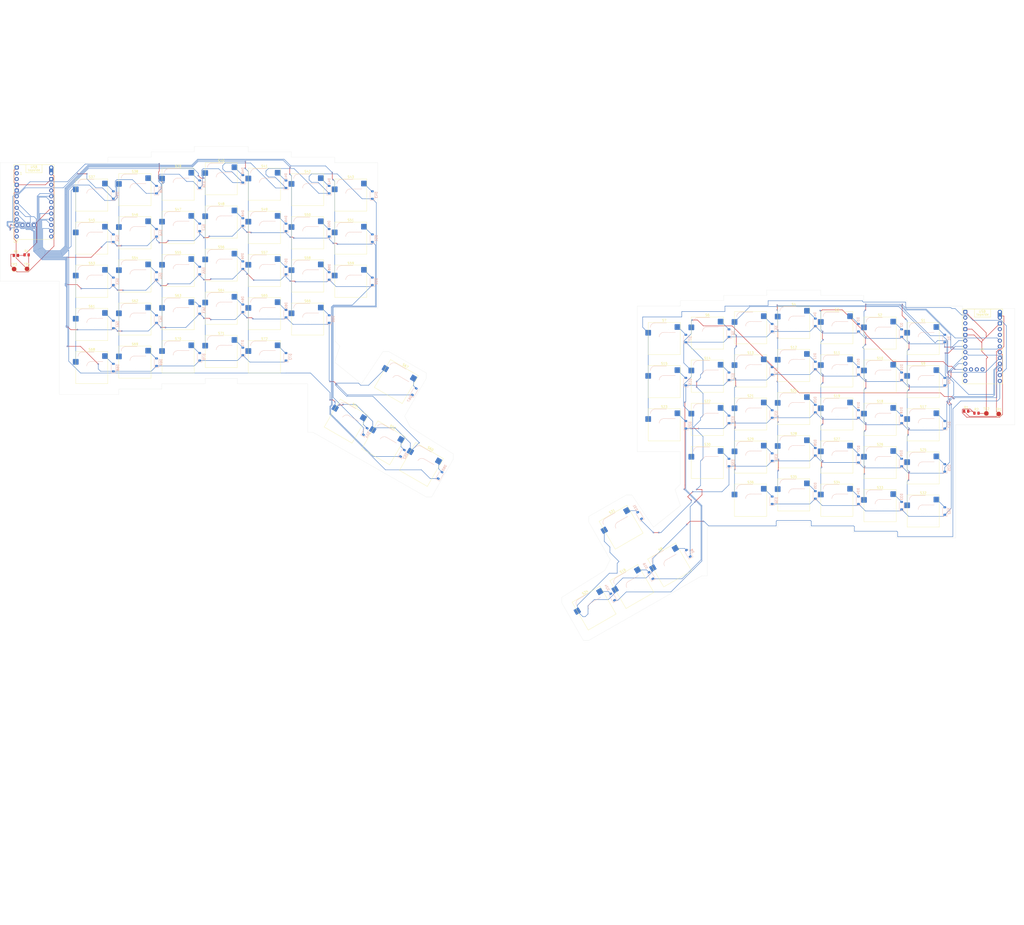
<source format=kicad_pcb>
(kicad_pcb (version 20241229) (generator "pcbnew") (generator_version "9.0")
  (layers (0 "F.Cu" signal) (2 "B.Cu" signal) (13 "F.Paste" user) (15 "B.Paste" user) (5 "F.SilkS" user "F.Silkscreen") (7 "B.SilkS" user "B.Silkscreen") (1 "F.Mask" user) (3 "B.Mask" user) (25 "Edge.Cuts" user))
  (net 0 "")
  (net 1 "/Right/ROW0")
  (net 2 "Net-(D1-A)")
  (net 3 "Net-(D2-A)")
  (net 4 "Net-(D3-A)")
  (net 5 "Net-(D4-A)")
  (net 6 "Net-(D5-A)")
  (net 7 "Net-(D6-A)")
  (net 8 "Net-(D7-A)")
  (net 9 "Net-(D8-A)")
  (net 10 "/Right/ROW1")
  (net 11 "Net-(D9-A)")
  (net 12 "Net-(D10-A)")
  (net 13 "Net-(D11-A)")
  (net 14 "Net-(D12-A)")
  (net 15 "Net-(D13-A)")
  (net 16 "Net-(D14-A)")
  (net 17 "Net-(D15-A)")
  (net 18 "Net-(D16-A)")
  (net 19 "/Right/ROW2")
  (net 20 "Net-(D17-A)")
  (net 21 "Net-(D18-A)")
  (net 22 "Net-(D19-A)")
  (net 23 "Net-(D20-A)")
  (net 24 "Net-(D21-A)")
  (net 25 "Net-(D22-A)")
  (net 26 "Net-(D23-A)")
  (net 27 "Net-(D24-A)")
  (net 28 "/Right/ROW3")
  (net 29 "Net-(D25-A)")
  (net 30 "Net-(D26-A)")
  (net 31 "Net-(D27-A)")
  (net 32 "Net-(D28-A)")
  (net 33 "Net-(D29-A)")
  (net 34 "Net-(D30-A)")
  (net 35 "Net-(D31-A)")
  (net 36 "Net-(D32-A)")
  (net 37 "/Right/ROW4")
  (net 38 "Net-(D33-A)")
  (net 39 "Net-(D34-A)")
  (net 40 "Net-(D35-A)")
  (net 41 "Net-(D36-A)")
  (net 42 "Net-(D37-A)")
  (net 43 "/Left/ROW0")
  (net 44 "Net-(D38-A)")
  (net 45 "Net-(D39-A)")
  (net 46 "Net-(D40-A)")
  (net 47 "Net-(D41-A)")
  (net 48 "Net-(D42-A)")
  (net 49 "Net-(D43-A)")
  (net 50 "Net-(D44-A)")
  (net 51 "/Left/ROW1")
  (net 52 "Net-(D45-A)")
  (net 53 "Net-(D46-A)")
  (net 54 "Net-(D47-A)")
  (net 55 "Net-(D48-A)")
  (net 56 "Net-(D49-A)")
  (net 57 "Net-(D50-A)")
  (net 58 "Net-(D51-A)")
  (net 59 "Net-(D52-A)")
  (net 60 "/Left/ROW2")
  (net 61 "Net-(D53-A)")
  (net 62 "Net-(D54-A)")
  (net 63 "Net-(D55-A)")
  (net 64 "Net-(D56-A)")
  (net 65 "Net-(D57-A)")
  (net 66 "Net-(D58-A)")
  (net 67 "Net-(D59-A)")
  (net 68 "Net-(D60-A)")
  (net 69 "Net-(D61-A)")
  (net 70 "/Left/ROW3")
  (net 71 "Net-(D62-A)")
  (net 72 "Net-(D63-A)")
  (net 73 "Net-(D64-A)")
  (net 74 "Net-(D65-A)")
  (net 75 "Net-(D66-A)")
  (net 76 "Net-(D67-A)")
  (net 77 "Net-(D68-A)")
  (net 78 "/Left/ROW4")
  (net 79 "Net-(D69-A)")
  (net 80 "Net-(D70-A)")
  (net 81 "Net-(D71-A)")
  (net 82 "Net-(D72-A)")
  (net 83 "/Right/BT_PIN")
  (net 84 "/Right/VBAT")
  (net 85 "/Left/BT_PIN")
  (net 86 "/Left/VBAT")
  (net 87 "/Right/COL0")
  (net 88 "/Right/COL1")
  (net 89 "/Right/COL3")
  (net 90 "/Right/COL4")
  (net 91 "/Right/COL5")
  (net 92 "/Right/COL6")
  (net 93 "/Right/COL7")
  (net 94 "/Left/COL0")
  (net 95 "/Left/COL1")
  (net 96 "/Left/COL3")
  (net 97 "/Left/COL4")
  (net 98 "/Left/COL5")
  (net 99 "/Left/COL6")
  (net 100 "/Left/COL7")
  (net 110 "/Right/COL2")
  (net 112 "/Left/COL2")
  (net 121 "GND")
  (footprint "ScottoKeebs_Hotswap:Hotswap_MX_1.00u" (layer "F.Cu") (at 101.310625 87.97125)
    (property "Reference" "S22")
    (property "Value" "Keyswitch")
  )
  (footprint "ScottoKeebs_Hotswap:Hotswap_MX_1.00u" (layer "F.Cu") (at 139.410625 102.25875)
    (property "Reference" "S28")
    (property "Value" "Keyswitch")
  )
  (footprint "ScottoKeebs_Hotswap:Hotswap_MX_1.00u" (layer "F.Cu") (at -56.110625 -11.100625)
    (property "Reference" "S43")
    (property "Value" "Keyswitch")
  )
  (footprint "ScottoKeebs_Hotswap:Hotswap_MX_1.00u" (layer "F.Cu") (at 196.560625 71.3025)
    (property "Reference" "S9")
    (property "Value" "Keyswitch")
  )
  (footprint "Resistor_SMD:R_0805_2012Metric" (layer "F.Cu") (at -203.904375 15.564375)
    (property "Reference" "R3")
    (property "Value" "806k")
  )
  (footprint "ScottoKeebs_Hotswap:Hotswap_MX_1.00u" (layer "F.Cu") (at -113.260625 19.855625)
    (property "Reference" "S56")
    (property "Value" "Keyswitch")
  )
  (footprint "ScottoKeebs_Hotswap:Hotswap_MX_1.00u" (layer "F.Cu") (at 177.510625 126.07125)
    (property "Reference" "S33")
    (property "Value" "Keyswitch")
  )
  (footprint "ScottoKeebs_Hotswap:Hotswap_MX_1.00u" (layer "F.Cu") (at -113.260625 -18.295625)
    (property "Reference" "S40")
    (property "Value" "Keyswitch")
  )
  (footprint "ScottoKeebs_Hotswap:Hotswap_MX_1.00u" (layer "F.Cu") (at 196.560625 52.2525)
    (property "Reference" "S1")
    (property "Value" "Keyswitch")
  )
  (footprint "ScottoKeebs_Hotswap:Hotswap_MX_1.00u" (layer "F.Cu") (at -35.98408 71.273784 -30)
    (property "Reference" "S67")
    (property "Value" "Keyswitch")
  )
  (footprint "ScottoKeebs_Hotswap:Hotswap_MX_1.00u" (layer "F.Cu") (at -151.360625 -13.481875)
    (property "Reference" "S38")
    (property "Value" "Keyswitch")
  )
  (footprint "ScottoKeebs_Hotswap:Hotswap_MX_1.00u" (layer "F.Cu") (at 67.973125 161.79 30)
    (property "Reference" "S16")
    (property "Value" "Keyswitch")
  )
  (footprint "ScottoKeebs_Hotswap:Hotswap_MX_1.00u" (layer "F.Cu") (at 177.510625 49.87125)
    (property "Reference" "S2")
    (property "Value" "Keyswitch")
  )
  (footprint "ScottoKeebs_Hotswap:Hotswap_MX_1.00u" (layer "F.Cu") (at 120.360625 104.64)
    (property "Reference" "S29")
    (property "Value" "Keyswitch")
  )
  (footprint "ScottoKeebs_Hotswap:Hotswap_MX_1.00u" (layer "F.Cu") (at 139.410625 45.10875)
    (property "Reference" "S4")
    (property "Value" "Keyswitch")
  )
  (footprint "ScottoKeebs_Hotswap:Hotswap_MX_1.00u" (layer "F.Cu") (at -24.914966 107.884375 -30)
    (property "Reference" "S60")
    (property "Value" "Keyswitch")
  )
  (footprint "ScottoKeebs_Hotswap:Hotswap_MX_1.00u" (layer "F.Cu") (at 82.260625 71.3025)
    (property "Reference" "S15")
    (property "Value" "Keyswitch")
  )
  (footprint "ScottoKeebs_Hotswap:Hotswap_MX_1.00u" (layer "F.Cu") (at 177.510625 87.97125)
    (property "Reference" "S18")
    (property "Value" "Keyswitch")
  )
  (footprint "ScottoKeebs_Hotswap:Hotswap_MX_1.00u" (layer "F.Cu") (at -132.310625 3.186875)
    (property "Reference" "S47")
    (property "Value" "Keyswitch")
  )
  (footprint "ScottoKeebs_Hotswap:Hotswap_MX_1.00u" (layer "F.Cu") (at -113.260625 38.905625)
    (property "Reference" "S64")
    (property "Value" "Keyswitch")
  )
  (footprint "ScottoKeebs_Hotswap:Hotswap_MX_1.00u" (layer "F.Cu") (at 120.360625 85.59)
    (property "Reference" "S21")
    (property "Value" "Keyswitch")
  )
  (footprint "ScottoKeebs_Hotswap:Hotswap_MX_1.00u" (layer "F.Cu") (at 196.560625 90.3525)
    (property "Reference" "S17")
    (property "Value" "Keyswitch")
  )
  (footprint "ScottoKeebs_Hotswap:Hotswap_MX_1.00u" (layer "F.Cu") (at 120.360625 47.49)
    (property "Reference" "S5" (hide yes))
    (property "Value" "Keyswitch")
  )
  (footprint "ScottoKeebs_Hotswap:Hotswap_MX_1.00u" (layer "F.Cu") (at -170.410625 -11.100625)
    (property "Reference" "S37")
    (property "Value" "Keyswitch")
  )
  (footprint "ScottoKeebs_Hotswap:Hotswap_MX_1.00u" (layer "F.Cu") (at -94.210625 41.286875)
    (property "Reference" "S65")
    (property "Value" "Keyswitch")
  )
  (footprint "TestPoint:TestPoint_Pad_D2.0mm" (layer "F.Cu") (at 224.435625 85.3375)
    (property "Reference" "TP2")
    (property "Value" "GND")
  )
  (footprint "ScottoKeebs_Hotswap:Hotswap_MX_1.00u" (layer "F.Cu") (at 177.510625 107.02125)
    (property "Reference" "S26")
    (property "Value" "Keyswitch")
  )
  (footprint "Resistor_SMD:R_0805_2012Metric" (layer "F.Cu") (at 220.065625 85.2275)
    (property "Reference" "R2")
    (property "Value" "2M")
  )
  (footprint "ScottoKeebs_Hotswap:Hotswap_MX_1.00u" (layer "F.Cu") (at 158.460625 123.69)
    (property "Reference" "S34")
    (property "Value" "Keyswitch")
  )
  (footprint "ScottoKeebs_Hotswap:Hotswap_MX_1.00u" (layer "F.Cu") (at -75.160625 5.568125)
    (property "Reference" "S50")
    (property "Value" "Keyswitch")
  )
  (footprint "Resistor_SMD:R_0805_2012Metric" (layer "F.Cu") (at -199.184375 15.314375)
    (property "Reference" "R4")
    (property "Value" "2M")
  )
  (footprint "ScottoKeebs_Hotswap:Hotswap_MX_1.00u" (layer "F.Cu") (at 158.460625 66.54)
    (property "Reference" "S11")
    (property "Value" "Keyswitch")
  )
  (footprint "ScottoKeebs_Hotswap:Hotswap_MX_1.00u" (layer "F.Cu") (at -94.210625 3.186875)
    (property "Reference" "S49")
    (property "Value" "Keyswitch")
  )
  (footprint "ScottoKeebs_Hotswap:Hotswap_MX_1.00u" (layer "F.Cu") (at -94.210625 60.336875)
    (property "Reference" "S72")
    (property "Value" "Keyswitch")
  )
  (footprint "ScottoKeebs_Hotswap:Hotswap_MX_1.00u" (layer "F.Cu") (at 158.460625 104.64)
    (property "Reference" "S27")
    (property "Value" "Keyswitch")
  )
  (footprint "ScottoKeebs_Hotswap:Hotswap_MX_1.00u" (layer "F.Cu") (at 101.310625 49.87125)
    (property "Reference" "S6")
    (property "Value" "Keyswitch")
  )
  (footprint "ScottoKeebs_Hotswap:Hotswap_MX_1.00u" (layer "F.Cu") (at 177.510625 68.92125)
    (property "Reference" "S10")
    (property "Value" "Keyswitch")
  )
  (footprint "ScottoKeebs_Hotswap:Hotswap_MX_1.00u" (layer "F.Cu") (at 84.641875 152.265 30)
    (property "Reference" "S8")
    (property "Value" "Keyswitch")
  )
  (footprint "ScottoKeebs_Hotswap:Hotswap_MX_1.00u" (layer "F.Cu") (at -113.260625 0.805625)
    (property "Reference" "S48")
    (property "Value" "Keyswitch")
  )
  (footprint "ScottoKeebs_Hotswap:Hotswap_MX_1.00u" (layer "F.Cu") (at -94.210625 -15.863125)
    (property "Reference" "S41")
    (property "Value" "Keyswitch")
  )
  (footprint "ScottoKeebs_Hotswap:Hotswap_MX_1.00u" (layer "F.Cu") (at -132.310625 41.286875)
    (property "Reference" "S63")
    (property "Value" "Keyswitch")
  )
  (footprint "ScottoKeebs_Hotswap:Hotswap_MX_1.00u" (layer "F.Cu") (at -170.410625 46.049375)
    (property "Reference" "S61")
    (property "Value" "Keyswitch")
  )
  (footprint "ScottoKeebs_Hotswap:Hotswap_MX_1.00u" (layer "F.Cu") (at -41.524375 98.334375 -30)
    (property "Reference" "S52")
    (property "Value" "Keyswitch")
  )
  (footprint "ScottoKeebs_Hotswap:Hotswap_MX_1.00u" (layer "F.Cu") (at -94.210625 22.236875)
    (property "Reference" "S57")
    (property "Value" "Keyswitch")
  )
  (footprint "ScottoKeebs_Hotswap:Hotswap_MX_1.00u" (layer "F.Cu") (at 101.310625 68.92125)
    (property "Reference" "S14")
    (property "Value" "Keyswitch")
  )
  (footprint "ScottoKeebs_Hotswap:Hotswap_MX_1.00u" (layer "F.Cu") (at 51.304375 171.315 30)
    (property "Reference" "S24")
    (property "Value" "Keyswitch")
  )
  (footprint "TestPoint:TestPoint_Pad_D2.0mm" (layer "F.Cu") (at 229.898125 85.59)
    (property "Reference" "TP1")
    (property "Value" "BAT")
  )
  (footprint "ScottoKeebs_Hotswap:Hotswap_MX_1.00u" (layer "F.Cu") (at -170.410625 7.949375)
    (property "Reference" "S45")
    (property "Value" "Keyswitch")
  )
  (footprint "ScottoKeebs_Hotswap:Hotswap_MX_1.00u" (layer "F.Cu") (at 196.560625 128.4525)
    (property "Reference" "S32")
    (property "Value" "Keyswitch")
  )
  (footprint "ScottoKeebs_Hotswap:Hotswap_MX_1.00u" (layer "F.Cu") (at -75.160625 43.668125)
    (property "Reference" "S66")
    (property "Value" "Keyswitch")
  )
  (footprint "PCM_marbastlib-xp-promicroish:nice_nano_AH_USBup" (layer "F.Cu") (at 222.754375 57.015)
    (property "Reference" "U1")
    (property "Value" "nice_nano")
  )
  (footprint "ScottoKeebs_Hotswap:Hotswap_MX_1.00u" (layer "F.Cu") (at -56.110625 7.949375)
    (property "Reference" "S51")
    (property "Value" "Keyswitch")
  )
  (footprint "ScottoKeebs_Hotswap:Hotswap_MX_1.00u" (layer "F.Cu") (at 82.260625 52.2525)
    (property "Reference" "S7")
    (property "Value" "Keyswitch")
  )
  (footprint "ScottoKeebs_Hotswap:Hotswap_MX_1.00u" (layer "F.Cu") (at -113.260625 57.955625)
    (property "Reference" "S71")
    (property "Value" "Keyswitch")
  )
  (footprint "TestPoint:TestPoint_Pad_D2.0mm" (layer "F.Cu") (at -198.985625 21.524375)
    (property "Reference" "TP4")
    (property "Value" "GND")
  )
  (footprint "ScottoKeebs_Hotswap:Hotswap_MX_1.00u" (layer "F.Cu") (at 101.310625 107.02125)
    (property "Reference" "S30")
    (property "Value" "Keyswitch")
  )
  (footprint "ScottoKeebs_Hotswap:Hotswap_MX_1.00u" (layer "F.Cu") (at 158.460625 85.59)
    (property "Reference" "S19")
    (property "Value" "Keyswitch")
  )
  (footprint "ScottoKeebs_Hotswap:Hotswap_MX_1.00u" (layer "F.Cu") (at -170.410625 26.999375)
    (property "Reference" "S53")
    (property "Value" "Keyswitch")
  )
  (footprint "ScottoKeebs_Hotswap:Hotswap_MX_1.00u" (layer "F.Cu") (at -132.310625 22.236875)
    (property "Reference" "S55")
    (property "Value" "Keyswitch")
  )
  (footprint "ScottoKeebs_Hotswap:Hotswap_MX_1.00u" (layer "F.Cu") (at 139.410625 64.15875)
    (property "Reference" "S12")
    (property "Value" "Keyswitch")
  )
  (footprint "ScottoKeebs_Hotswap:Hotswap_MX_1.00u" (layer "F.Cu") (at -151.360625 43.668125)
    (property "Reference" "S62")
    (property "Value" "Keyswitch")
  )
  (footprint "ScottoKeebs_Hotswap:Hotswap_MX_1.00u" (layer "F.Cu") (at 120.360625 66.54)
    (property "Reference" "S13")
    (property "Value" "Keyswitch")
  )
  (footprint "ScottoKeebs_Hotswap:Hotswap_MX_1.00u" (layer "F.Cu") (at 120.360625 123.69)
    (property "Reference" "S36")
    (property "Value" "Keyswitch")
  )
  (footprint "ScottoKeebs_Hotswap:Hotswap_MX_1.00u" (layer "F.Cu") (at -75.160625 -13.481875)
    (property "Reference" "S42")
    (property "Value" "Keyswitch")
  )
  (footprint "ScottoKeebs_Hotswap:Hotswap_MX_1.00u" (layer "F.Cu") (at -75.160625 24.618125)
    (property "Reference" "S58")
    (property "Value" "Keyswitch")
  )
  (footprint "ScottoKeebs_Hotswap:Hotswap_MX_1.00u" (layer "F.Cu") (at 196.560625 109.4025)
    (property "Reference" "S25")
    (property "Value" "Keyswitch")
  )
  (footprint "PCM_marbastlib-xp-promicroish:nice_nano_AH_USBup" (layer "F.Cu") (at -195.924375 -6.735625)
    (property "Reference" "U2")
    (property "Value" "nice_nano")
  )
  (footprint "ScottoKeebs_Hotswap:Hotswap_MX_1.00u" (layer "F.Cu") (at -58.128784 88.753125 -30)
    (property "Reference" "S44")
    (property "Value" "Keyswitch")
  )
  (footprint "ScottoKeebs_Hotswap:Hotswap_MX_1.00u" (layer "F.Cu") (at 158.460625 47.49)
    (property "Reference" "S3")
    (property "Value" "Keyswitch")
  )
  (footprint "ScottoKeebs_Hotswap:Hotswap_MX_1.00u" (layer "F.Cu") (at -170.410625 65.099375)
    (property "Reference" "S68")
    (property "Value" "Keyswitch")
  )
  (footprint "ScottoKeebs_Hotswap:Hotswap_MX_1.00u" (layer "F.Cu") (at -151.360625 24.618125)
    (property "Reference" "S54")
    (property "Value" "Keyswitch")
  )
  (footprint "ScottoKeebs_Hotswap:Hotswap_MX_1.00u" (layer "F.Cu") (at -151.360625 5.568125)
    (property "Reference" "S46")
    (property "Value" "Keyswitch")
  )
  (footprint "ScottoKeebs_Hotswap:Hotswap_MX_1.00u" (layer "F.Cu") (at 139.410625 121.30875)
    (property "Reference" "S35")
    (property "Value" "Keyswitch")
  )
  (footprint "ScottoKeebs_Hotswap:Hotswap_MX_1.00u" (layer "F.Cu") (at 63.210625 135.59625 30)
    (property "Reference" "S31")
    (property "Value" "Keyswitch")
  )
  (footprint "ScottoKeebs_Hotswap:Hotswap_MX_1.00u" (layer "F.Cu") (at 139.410625 83.20875)
    (property "Reference" "S20")
    (property "Value" "Keyswitch")
  )
  (footprint "ScottoKeebs_Hotswap:Hotswap_MX_1.00u" (layer "F.Cu") (at -56.110625 26.999375)
    (property "Reference" "S59")
    (property "Value" "Keyswitch")
  )
  (footprint "ScottoKeebs_Hotswap:Hotswap_MX_1.00u" (layer "F.Cu") (at -132.310625 60.336875)
    (property "Reference" "S70")
    (property "Value" "Keyswitch")
  )
  (footprint "ScottoKeebs_Hotswap:Hotswap_MX_1.00u" (layer "F.Cu") (at -151.360625 62.718125)
    (property "Reference" "S69")
    (property "Value" "Keyswitch")
  )
  (footprint "ScottoKeebs_Hotswap:Hotswap_MX_1.00u" (layer "F.Cu") (at -132.310625 -15.863125)
    (property "Reference" "S39")
    (property "Value" "Keyswitch")
  )
  (footprint "Resistor_SMD:R_0805_2012Metric" (layer "F.Cu") (at 215.518125 84.3775)
    (property "Reference" "R1")
    (property "Value" "806k")
  )
  (footprint "TestPoint:TestPoint_Pad_D2.0mm" (layer "F.Cu") (at -204.704375 21.594375)
    (property "Reference" "TP3")
    (property "Value" "BAT")
  )
  (footprint "ScottoKeebs_Hotswap:Hotswap_MX_1.00u" (layer "F.Cu") (at 82.260625 90.3525)
    (property "Reference" "S23")
    (property "Value" "Keyswitch")
  )
  (footprint "Diode_SMD:D_SOD-123" (layer "B.Cu") (at 129.885625 104.64 90)
    (property "Reference" "D29")
    (property "Value" "Diode")
  )
  (footprint "Diode_SMD:D_SOD-123" (layer "B.Cu") (at -65.635625 -13.481875 90)
    (property "Reference" "D42")
    (property "Value" "Diode")
  )
  (footprint "Diode_SMD:D_SOD-123" (layer "B.Cu") (at -103.735625 38.905625 90)
    (property "Reference" "D64")
    (property "Value" "Diode")
  )
  (footprint "Diode_SMD:D_SOD-123" (layer "B.Cu") (at -65.635625 24.618125 90)
    (property "Reference" "D58")
    (property "Value" "Diode")
  )
  (footprint "Diode_SMD:D_SOD-123" (layer "B.Cu") (at 187.035625 49.87125 90)
    (property "Reference" "D2")
    (property "Value" "Diode")
  )
  (footprint "Diode_SMD:D_SOD-123" (layer "B.Cu") (at -122.785625 -15.863125 90)
    (property "Reference" "D39")
    (property "Value" "Diode")
  )
  (footprint "Diode_SMD:D_SOD-123" (layer "B.Cu") (at 129.885625 66.54 90)
    (property "Reference" "D13")
    (property "Value" "Diode")
  )
  (footprint "Diode_SMD:D_SOD-123" (layer "B.Cu") (at -46.585625 7.949375 90)
    (property "Reference" "D51")
    (property "Value" "Diode")
  )
  (footprint "Diode_SMD:D_SOD-123" (layer "B.Cu") (at -122.785625 3.186875 90)
    (property "Reference" "D47")
    (property "Value" "Diode")
  )
  (footprint "Diode_SMD:D_SOD-123" (layer "B.Cu") (at 148.935625 83.20875 90)
    (property "Reference" "D20")
    (property "Value" "Diode")
  )
  (footprint "Diode_SMD:D_SOD-123" (layer "B.Cu") (at 91.785625 52.2525 90)
    (property "Reference" "D7")
    (property "Value" "Diode")
  )
  (footprint "Diode_SMD:D_SOD-123" (layer "B.Cu") (at 110.835625 107.02125 90)
    (property "Reference" "D30")
    (property "Value" "Diode")
  )
  (footprint "Diode_SMD:D_SOD-123" (layer "B.Cu") (at 92.885625 147.1275 120)
    (property "Reference" "D8")
    (property "Value" "Diode")
  )
  (footprint "Diode_SMD:D_SOD-123" (layer "B.Cu") (at -84.685625 22.236875 90)
    (property "Reference" "D57")
    (property "Value" "Diode")
  )
  (footprint "Diode_SMD:D_SOD-123" (layer "B.Cu") (at 187.035625 126.07125 90)
    (property "Reference" "D33")
    (property "Value" "Diode")
  )
  (footprint "Diode_SMD:D_SOD-123" (layer "B.Cu") (at 206.085625 90.3525 90)
    (property "Reference" "D17")
    (property "Value" "Diode")
  )
  (footprint "Diode_SMD:D_SOD-123" (layer "B.Cu") (at -122.785625 60.336875 90)
    (property "Reference" "D70")
    (property "Value" "Diode")
  )
  (footprint "Diode_SMD:D_SOD-123" (layer "B.Cu") (at 187.035625 87.97125 90)
    (property "Reference" "D18")
    (property "Value" "Diode" (hide yes))
  )
  (footprint "Diode_SMD:D_SOD-123" (layer "B.Cu") (at 71.385625 130.4275 120)
    (property "Reference" "D31")
    (property "Value" "Diode")
  )
  (footprint "Diode_SMD:D_SOD-123" (layer "B.Cu") (at 110.835625 49.87125 90)
    (property "Reference" "D6")
    (property "Value" "Diode")
  )
  (footprint "Diode_SMD:D_SOD-123" (layer "B.Cu") (at -160.885625 7.949375 90)
    (property "Reference" "D45")
    (property "Value" "Diode")
  )
  (footprint "Diode_SMD:D_SOD-123" (layer "B.Cu") (at 167.985625 85.59 90)
    (property "Reference" "D19")
    (property "Value" "Diode")
  )
  (footprint "Diode_SMD:D_SOD-123" (layer "B.Cu") (at -65.635625 43.668125 90)
    (property "Reference" "D66")
    (property "Value" "Diode")
  )
  (footprint "Diode_SMD:D_SOD-123" (layer "B.Cu") (at 167.985625 105.37125 90)
    (property "Reference" "D27")
    (property "Value" "Diode" (hide yes))
  )
  (footprint "Diode_SMD:D_SOD-123" (layer "B.Cu") (at -46.585625 -11.100625 90)
    (property "Reference" "D43")
    (property "Value" "Diode")
  )
  (footprint "Diode_SMD:D_SOD-123" (layer "B.Cu") (at -49.704375 93.314375 60)
    (property "Reference" "D44")
    (property "Value" "Diode")
  )
  (footprint "Diode_SMD:D_SOD-123" (layer "B.Cu") (at -103.735625 19.855625 90)
    (property "Reference" "D56")
    (property "Value" "Diode")
  )
  (footprint "Diode_SMD:D_SOD-123" (layer "B.Cu") (at -28.054375 75.724375 60)
    (property "Reference" "D67")
    (property "Value" "Diode")
  )
  (footprint "Diode_SMD:D_SOD-123" (layer "B.Cu") (at -84.685625 60.336875 90)
    (property "Reference" "D72")
    (property "Value" "Diode")
  )
  (footprint "Diode_SMD:D_SOD-123" (layer "B.Cu") (at 148.935625 45.10875 90)
    (property "Reference" "D4")
    (property "Value" "Diode")
  )
  (footprint "Diode_SMD:D_SOD-123" (layer "B.Cu") (at -160.885625 -11.100625 90)
    (property "Reference" "D37")
    (property "Value" "Diode")
  )
  (footprint "Diode_SMD:D_SOD-123" (layer "B.Cu") (at -33.294375 102.934375 60)
    (property "Reference" "D52")
    (property "Value" "Diode")
  )
  (footprint "Diode_SMD:D_SOD-123" (layer "B.Cu") (at -122.785625 39.636875 90)
    (property "Reference" "D63")
    (property "Value" "Diode")
  )
  (footprint "Diode_SMD:D_SOD-123" (layer "B.Cu") (at 167.985625 47.49 90)
    (property "Reference" "D3")
    (property "Value" "Diode")
  )
  (footprint "Diode_SMD:D_SOD-123" (layer "B.Cu") (at -65.635625 5.568125 90)
    (property "Reference" "D50")
    (property "Value" "Diode")
  )
  (footprint "Diode_SMD:D_SOD-123" (layer "B.Cu") (at -141.835625 24.618125 90)
    (property "Reference" "D54")
    (property "Value" "Diode")
  )
  (footprint "Diode_SMD:D_SOD-123" (layer "B.Cu") (at 148.935625 102.25875 90)
    (property "Reference" "D28")
    (property "Value" "Diode")
  )
  (footprint "Diode_SMD:D_SOD-123" (layer "B.Cu") (at 167.985625 123.69 90)
    (property "Reference" "D34")
    (property "Value" "Diode")
  )
  (footprint "Diode_SMD:D_SOD-123" (layer "B.Cu") (at -103.735625 57.955625 90)
    (property "Reference" "D71")
    (property "Value" "Diode")
  )
  (footprint "Diode_SMD:D_SOD-123" (layer "B.Cu") (at -141.835625 -13.481875 90)
    (property "Reference" "D38")
    (property "Value" "Diode")
  )
  (footprint "Diode_SMD:D_SOD-123" (layer "B.Cu") (at 167.985625 66.54 90)
    (property "Reference" "D11")
    (property "Value" "Diode")
  )
  (footprint "Diode_SMD:D_SOD-123" (layer "B.Cu") (at -84.685625 -15.863125 90)
    (property "Reference" "D41")
    (property "Value" "Diode")
  )
  (footprint "Diode_SMD:D_SOD-123" (layer "B.Cu") (at -84.685625 41.286875 90)
    (property "Reference" "D65")
    (property "Value" "Diode")
  )
  (footprint "Diode_SMD:D_SOD-123" (layer "B.Cu") (at 129.885625 85.59 90)
    (property "Reference" "D21")
    (property "Value" "Diode")
  )
  (footprint "Diode_SMD:D_SOD-123" (layer "B.Cu") (at -103.735625 -18.244375 90)
    (property "Reference" "D40")
    (property "Value" "Diode")
  )
  (footprint "Diode_SMD:D_SOD-123" (layer "B.Cu") (at -141.835625 62.718125 90)
    (property "Reference" "D69")
    (property "Value" "Diode")
  )
  (footprint "Diode_SMD:D_SOD-123" (layer "B.Cu") (at 206.085625 71.3025 90)
    (property "Reference" "D9")
    (property "Value" "Diode")
  )
  (footprint "Diode_SMD:D_SOD-123" (layer "B.Cu") (at 91.785625 90.3525 90)
    (property "Reference" "D23")
    (property "Value" "Diode")
  )
  (footprint "Diode_SMD:D_SOD-123" (layer "B.Cu") (at -141.835625 43.668125 90)
    (property "Reference" "D62")
    (property "Value" "Diode")
  )
  (footprint "Diode_SMD:D_SOD-123" (layer "B.Cu") (at 148.935625 64.15875 90)
    (property "Reference" "D12")
    (property "Value" "Diode")
  )
  (footprint "Diode_SMD:D_SOD-123" (layer "B.Cu") (at 187.035625 107.02125 90)
    (property "Reference" "D26")
    (property "Value" "Diode")
  )
  (footprint "Diode_SMD:D_SOD-123" (layer "B.Cu") (at -16.664375 112.684375 60)
    (property "Reference" "D60")
    (property "Value" "Diode")
  )
  (footprint "Diode_SMD:D_SOD-123" (layer "B.Cu") (at 206.085625 128.4525 90)
    (property "Reference" "D32")
    (property "Value" "Diode")
  )
  (footprint "Diode_SMD:D_SOD-123" (layer "B.Cu") (at -141.835625 5.568125 90)
    (property "Reference" "D46")
    (property "Value" "Diode")
  )
  (footprint "Diode_SMD:D_SOD-123" (layer "B.Cu") (at 59.485625 166.4275 120)
    (property "Reference" "D24")
    (property "Value" "Diode")
  )
  (footprint "Diode_SMD:D_SOD-123" (layer "B.Cu") (at -122.785625 22.236875 90)
    (property "Reference" "D55")
    (property "Value" "Diode")
  )
  (footprint "Diode_SMD:D_SOD-123" (layer "B.Cu") (at -103.735625 0.805625 90)
    (property "Reference" "D48")
    (property "Value" "Diode")
  )
  (footprint "Diode_SMD:D_SOD-123" (layer "B.Cu") (at 187.035625 68.92125 90)
    (property "Reference" "D10")
    (property "Value" "Diode")
  )
  (footprint "Diode_SMD:D_SOD-123" (layer "B.Cu") (at 110.835625 87.97125 90)
    (property "Reference" "D22")
    (property "Value" "Diode")
  )
  (footprint "Diode_SMD:D_SOD-123" (layer "B.Cu") (at -84.685625 3.186875 90)
    (property "Reference" "D49")
    (property "Value" "Diode")
  )
  (footprint "Diode_SMD:D_SOD-123" (layer "B.Cu") (at 129.885625 123.69 90)
    (property "Reference" "D36")
    (property "Value" "Diode" (hide yes))
  )
  (footprint "Diode_SMD:D_SOD-123" (layer "B.Cu") (at 206.085625 109.4025 90)
    (property "Reference" "D25")
    (property "Value" "Diode")
  )
  (footprint "Diode_SMD:D_SOD-123" (layer "B.Cu") (at -46.585625 26.999375 90)
    (property "Reference" "D59")
    (property "Value" "Diode")
  )
  (footprint "Diode_SMD:D_SOD-123" (layer "B.Cu") (at -160.885625 65.099375 90)
    (property "Reference" "D68")
    (property "Value" "Diode")
  )
  (footprint "Diode_SMD:D_SOD-123" (layer "B.Cu") (at 110.835625 68.92125 90)
    (property "Reference" "D14")
    (property "Value" "Diode")
  )
  (footprint "Diode_SMD:D_SOD-123" (layer "B.Cu") (at 148.935625 121.30875 90)
    (property "Reference" "D35")
    (property "Value" "Diode")
  )
  (footprint "Diode_SMD:D_SOD-123" (layer "B.Cu") (at 91.785625 71.3025 90)
    (property "Reference" "D15")
    (property "Value" "Diode")
  )
  (footprint "Diode_SMD:D_SOD-123" (layer "B.Cu") (at -160.885625 46.049375 90)
    (property "Reference" "D61")
    (property "Value" "Diode")
  )
  (footprint "Diode_SMD:D_SOD-123" (layer "B.Cu") (at -160.885625 26.999375 90)
    (property "Reference" "D53")
    (property "Value" "Diode")
  )
  (footprint "Diode_SMD:D_SOD-123" (layer "B.Cu") (at 129.885625 47.49 90)
    (property "Reference" "D5")
    (property "Value" "Diode")
  )
  (footprint "Diode_SMD:D_SOD-123" (layer "B.Cu") (at 76.385625 156.9275 120)
    (property "Reference" "D16")
    (property "Value" "Diode")
  )
  (footprint "Diode_SMD:D_SOD-123" (layer "B.Cu") (at 206.085625 52.2525 90)
    (property "Reference" "D1")
    (property "Value" "Diode")
  )
  (gr_line (start -39.441875 57.955625) (end -41.823125 57.955625) (stroke (width 0.05)) (layer "Edge.Cuts"))
  (gr_line (start -184.698125 26.999375) (end -210.891875 26.999375) (stroke (width 0.05)) (layer "Edge.Cuts"))
  (gr_line (start 151.316875 33.2025) (end 170.366875 33.2025) (stroke (width 0.05)) (layer "Edge.Cuts"))
  (gr_line (start -63.254375 53.193125) (end -63.254375 38.905625) (stroke (width 0.05)) (layer "Edge.Cuts"))
  (gr_line (start -32.298125 86.530625) (end -22.773125 69.861875) (stroke (width 0.05)) (layer "Edge.Cuts"))
  (gr_line (start 89.404375 116.54625) (end 89.404375 102.25875) (stroke (width 0.05)) (layer "Edge.Cuts"))
  (gr_line (start -210.891875 -24.165625) (end -210.891875 17.474375) (stroke (width 0.05)) (layer "Edge.Cuts"))
  (gr_line (start -63.254375 -27.769375) (end -82.304375 -27.769375) (stroke (width 0.05)) (layer "Edge.Cuts"))
  (gr_line (start 237.041875 39.1875) (end 237.045625 39.0175) (stroke (width 0.05)) (layer "Edge.Cuts"))
  (gr_line (start -44.204375 -25.388125) (end -44.204375 -23.006875) (stroke (width 0.05)) (layer "Edge.Cuts"))
  (gr_line (start 210.848125 140.35875) (end 184.654375 140.35875) (stroke (width 0.05)) (layer "Edge.Cuts"))
  (gr_line (start -106.116875 69.861875) (end -106.116875 72.243125) (stroke (width 0.05)) (layer "Edge.Cuts"))
  (gr_line (start -82.304375 -27.769375) (end -82.304375 -30.150625) (stroke (width 0.05)) (layer "Edge.Cuts"))
  (gr_line (start -101.354375 -32.531875) (end -125.166875 -32.531875) (stroke (width 0.05)) (layer "Edge.Cuts"))
  (gr_line (start -41.823125 57.955625) (end -51.348125 72.243125) (stroke (width 0.05)) (layer "Edge.Cuts"))
  (gr_line (start -163.266875 -27.769375) (end -163.266875 -25.388125) (stroke (width 0.05)) (layer "Edge.Cuts"))
  (gr_line (start -51.348125 72.243125) (end -63.254375 62.718125) (stroke (width 0.05)) (layer "Edge.Cuts"))
  (gr_line (start -184.698125 77.005625) (end -158.504375 77.005625) (stroke (width 0.05)) (layer "Edge.Cuts"))
  (gr_line (start -82.304375 -30.150625) (end -101.354375 -30.150625) (stroke (width 0.05)) (layer "Edge.Cuts"))
  (gr_line (start 56.066875 154.64625) (end 58.448125 149.88375) (stroke (width 0.05)) (layer "Edge.Cuts"))
  (gr_line (start 77.498125 135.59625) (end 89.404375 126.07125) (stroke (width 0.05)) (layer "Edge.Cuts"))
  (gr_line (start 46.541875 185.6025) (end 37.016875 168.93375) (stroke (width 0.05)) (layer "Edge.Cuts"))
  (gr_line (start 170.366875 35.58375) (end 189.416875 35.58375) (stroke (width 0.05)) (layer "Edge.Cuts"))
  (gr_line (start -29.916875 91.293125) (end -32.298125 86.530625) (stroke (width 0.05)) (layer "Edge.Cuts"))
  (gr_line (start 208.466875 37.965) (end 213.785625 37.965) (stroke (width 0.05)) (layer "Edge.Cuts"))
  (gr_line (start 132.266875 133.215) (end 132.266875 135.59625) (stroke (width 0.05)) (layer "Edge.Cuts"))
  (gr_line (start -75.160625 93.674375) (end -72.779375 93.674375) (stroke (width 0.05)) (layer "Edge.Cuts"))
  (gr_line (start 98.929375 157.0275) (end 48.923125 185.6025) (stroke (width 0.05)) (layer "Edge.Cuts"))
  (gr_line (start 89.404375 102.25875) (end 70.354375 102.25875) (stroke (width 0.05)) (layer "Edge.Cuts"))
  (gr_line (start 108.454375 35.58375) (end 108.454375 33.2025) (stroke (width 0.05)) (layer "Edge.Cuts"))
  (gr_line (start 189.416875 35.58375) (end 189.416875 37.965) (stroke (width 0.05)) (layer "Edge.Cuts"))
  (gr_line (start 189.416875 37.965) (end 208.466875 37.965) (stroke (width 0.05)) (layer "Edge.Cuts"))
  (gr_line (start 87.023125 118.9275) (end 89.404375 116.54625) (stroke (width 0.05)) (layer "Edge.Cuts"))
  (gr_line (start 213.795625 39.0175) (end 237.045625 39.0175) (stroke (width 0.05)) (layer "Edge.Cuts"))
  (gr_line (start 165.604375 137.9775) (end 165.604375 135.59625) (stroke (width 0.05)) (layer "Edge.Cuts"))
  (gr_line (start -20.391875 122.249375) (end -10.866875 105.580625) (stroke (width 0.05)) (layer "Edge.Cuts"))
  (gr_line (start 70.354375 40.34625) (end 70.354375 102.25875) (stroke (width 0.05)) (layer "Edge.Cuts"))
  (gr_line (start -210.895625 -25.415625) (end -187.635625 -25.388125) (stroke (width 0.05)) (layer "Edge.Cuts"))
  (gr_line (start 37.016875 166.5525) (end 56.066875 154.64625) (stroke (width 0.05)) (layer "Edge.Cuts"))
  (gr_line (start -144.216875 -27.769375) (end -163.266875 -27.769375) (stroke (width 0.05)) (layer "Edge.Cuts"))
  (gr_line (start 146.554375 133.215) (end 132.266875 133.215) (stroke (width 0.05)) (layer "Edge.Cuts"))
  (gr_line (start -106.116875 72.243125) (end -82.304375 72.243125) (stroke (width 0.05)) (layer "Edge.Cuts"))
  (gr_line (start -44.204375 -23.006875) (end -44.204375 38.905625) (stroke (width 0.05)) (layer "Edge.Cuts"))
  (gr_line (start 184.654375 140.35875) (end 184.654375 137.9775) (stroke (width 0.05)) (layer "Edge.Cuts"))
  (gr_line (start 67.973125 121.30875) (end 77.498125 135.59625) (stroke (width 0.05)) (layer "Edge.Cuts"))
  (gr_line (start -144.216875 -30.150625) (end -144.216875 -27.769375) (stroke (width 0.05)) (layer "Edge.Cuts"))
  (gr_line (start -22.773125 67.480625) (end -39.441875 57.955625) (stroke (width 0.05)) (layer "Edge.Cuts"))
  (gr_line (start -101.354375 -30.150625) (end -101.354375 -32.531875) (stroke (width 0.05)) (layer "Edge.Cuts"))
  (gr_line (start 213.785625 37.965) (end 213.795625 39.0175) (stroke (width 0.05)) (layer "Edge.Cuts"))
  (gr_line (start -82.304375 72.243125) (end -75.160625 72.243125) (stroke (width 0.05)) (layer "Edge.Cuts"))
  (gr_line (start 58.448125 149.88375) (end 48.923125 133.215) (stroke (width 0.05)) (layer "Edge.Cuts"))
  (gr_line (start 101.310625 157.0275) (end 98.929375 157.0275) (stroke (width 0.05)) (layer "Edge.Cuts"))
  (gr_line (start -184.698125 26.999375) (end -184.698125 77.005625) (stroke (width 0.05)) (layer "Edge.Cuts"))
  (gr_line (start 108.454375 135.59625) (end 101.310625 135.59625) (stroke (width 0.05)) (layer "Edge.Cuts"))
  (gr_line (start 127.504375 33.2025) (end 127.504375 30.82125) (stroke (width 0.05)) (layer "Edge.Cuts"))
  (gr_line (start -72.779375 93.674375) (end -22.773125 122.249375) (stroke (width 0.05)) (layer "Edge.Cuts"))
  (gr_line (start 101.310625 135.59625) (end 101.310625 157.0275) (stroke (width 0.05)) (layer "Edge.Cuts"))
  (gr_line (start 210.848125 90.3525) (end 237.041875 90.3525) (stroke (width 0.05)) (layer "Edge.Cuts"))
  (gr_line (start -120.404375 72.243125) (end -120.404375 69.861875) (stroke (width 0.05)) (layer "Edge.Cuts"))
  (gr_line (start 89.404375 37.965) (end 89.404375 35.58375) (stroke (width 0.05)) (layer "Edge.Cuts"))
  (gr_line (start 48.923125 133.215) (end 48.923125 130.83375) (stroke (width 0.05)) (layer "Edge.Cuts"))
  (gr_line (start -10.866875 103.199375) (end -29.916875 91.293125) (stroke (width 0.05)) (layer "Edge.Cuts"))
  (gr_line (start -120.404375 69.861875) (end -106.116875 69.861875) (stroke (width 0.05)) (layer "Edge.Cuts"))
  (gr_line (start 237.041875 39.1875) (end 237.041875 80.8275) (stroke (width 0.05)) (layer "Edge.Cuts"))
  (gr_line (start 89.404375 126.07125) (end 87.023125 118.9275) (stroke (width 0.05)) (layer "Edge.Cuts"))
  (gr_line (start 127.504375 30.82125) (end 151.316875 30.82125) (stroke (width 0.05)) (layer "Edge.Cuts"))
  (gr_line (start 151.316875 30.82125) (end 151.316875 33.2025) (stroke (width 0.05)) (layer "Edge.Cuts"))
  (gr_line (start 165.604375 135.59625) (end 146.554375 135.59625) (stroke (width 0.05)) (layer "Edge.Cuts"))
  (gr_line (start -158.504375 77.005625) (end -158.504375 74.624375) (stroke (width 0.05)) (layer "Edge.Cuts"))
  (gr_line (start -139.454375 74.624375) (end -139.454375 72.243125) (stroke (width 0.05)) (layer "Edge.Cuts"))
  (gr_line (start -210.891875 26.999375) (end -210.891875 17.474375) (stroke (width 0.05)) (layer "Edge.Cuts"))
  (gr_line (start 48.923125 185.6025) (end 46.541875 185.6025) (stroke (width 0.05)) (layer "Edge.Cuts"))
  (gr_line (start -63.254375 62.718125) (end -60.873125 55.574375) (stroke (width 0.05)) (layer "Edge.Cuts"))
  (gr_line (start -139.454375 72.243125) (end -120.404375 72.243125) (stroke (width 0.05)) (layer "Edge.Cuts"))
  (gr_line (start 146.554375 135.59625) (end 146.554375 133.215) (stroke (width 0.05)) (layer "Edge.Cuts"))
  (gr_line (start 89.404375 35.58375) (end 108.454375 35.58375) (stroke (width 0.05)) (layer "Edge.Cuts"))
  (gr_line (start 132.266875 135.59625) (end 108.454375 135.59625) (stroke (width 0.05)) (layer "Edge.Cuts"))
  (gr_line (start -182.316875 -25.388125) (end -187.635625 -25.388125) (stroke (width 0.05)) (layer "Edge.Cuts"))
  (gr_line (start 184.654375 137.9775) (end 165.604375 137.9775) (stroke (width 0.05)) (layer "Edge.Cuts"))
  (gr_line (start 170.366875 33.2025) (end 170.366875 35.58375) (stroke (width 0.05)) (layer "Edge.Cuts"))
  (gr_line (start -125.166875 -32.531875) (end -125.166875 -30.150625) (stroke (width 0.05)) (layer "Edge.Cuts"))
  (gr_line (start 48.923125 130.83375) (end 65.591875 121.30875) (stroke (width 0.05)) (layer "Edge.Cuts"))
  (gr_line (start -10.866875 105.580625) (end -10.866875 103.199375) (stroke (width 0.05)) (layer "Edge.Cuts"))
  (gr_line (start -63.254375 -25.388125) (end -63.254375 -27.769375) (stroke (width 0.05)) (layer "Edge.Cuts"))
  (gr_line (start -210.895625 -25.415625) (end -210.891875 -24.165625) (stroke (width 0.05)) (layer "Edge.Cuts"))
  (gr_line (start -22.773125 69.861875) (end -22.773125 67.480625) (stroke (width 0.05)) (layer "Edge.Cuts"))
  (gr_line (start -158.504375 74.624375) (end -139.454375 74.624375) (stroke (width 0.05)) (layer "Edge.Cuts"))
  (gr_line (start -75.160625 72.243125) (end -75.160625 93.674375) (stroke (width 0.05)) (layer "Edge.Cuts"))
  (gr_line (start -163.266875 -25.388125) (end -182.316875 -25.388125) (stroke (width 0.05)) (layer "Edge.Cuts"))
  (gr_line (start -63.254375 38.905625) (end -44.204375 38.905625) (stroke (width 0.05)) (layer "Edge.Cuts"))
  (gr_line (start 108.454375 33.2025) (end 127.504375 33.2025) (stroke (width 0.05)) (layer "Edge.Cuts"))
  (gr_line (start 37.016875 168.93375) (end 37.016875 166.5525) (stroke (width 0.05)) (layer "Edge.Cuts"))
  (gr_line (start -60.873125 55.574375) (end -63.254375 53.193125) (stroke (width 0.05)) (layer "Edge.Cuts"))
  (gr_line (start 237.041875 90.3525) (end 237.041875 80.8275) (stroke (width 0.05)) (layer "Edge.Cuts"))
  (gr_line (start 210.848125 90.3525) (end 210.848125 140.35875) (stroke (width 0.05)) (layer "Edge.Cuts"))
  (gr_line (start -44.204375 -25.388125) (end -63.254375 -25.388125) (stroke (width 0.05)) (layer "Edge.Cuts"))
  (gr_line (start -22.773125 122.249375) (end -20.391875 122.249375) (stroke (width 0.05)) (layer "Edge.Cuts"))
  (gr_line (start -125.166875 -30.150625) (end -144.216875 -30.150625) (stroke (width 0.05)) (layer "Edge.Cuts"))
  (gr_line (start 70.354375 37.965) (end 70.354375 40.34625) (stroke (width 0.05)) (layer "Edge.Cuts"))
  (gr_line (start 70.354375 37.965) (end 89.404375 37.965) (stroke (width 0.05)) (layer "Edge.Cuts"))
  (gr_line (start 65.591875 121.30875) (end 67.973125 121.30875) (stroke (width 0.05)) (layer "Edge.Cuts"))
  (segment (start 209.314125 56.0775) (end 206.185625 56.0775) (width 0.2) (layer "F.Cu") (net 1))
  (segment (start 206.185625 56.0775) (end 206.095625 55.9875) (width 0.2) (layer "F.Cu") (net 1))
  (segment (start 98.929375 118.9275) (end 96.548125 118.9275) (width 0.2) (layer "F.Cu") (net 1))
  (segment (start 95.82386 124.414265) (end 98.929375 121.30875) (width 0.2) (layer "F.Cu") (net 1))
  (segment (start 98.929375 121.30875) (end 98.929375 118.9275) (width 0.2) (layer "F.Cu") (net 1))
  (segment (start 96.548125 73.68375) (end 96.548125 71.3025) (width 0.2) (layer "F.Cu") (net 1))
  (via (at 95.82386 124.414265) (size 0.6) (drill 0.3) (layers "F.Cu" "B.Cu") (net 1))
  (via (at 206.095625 55.9875) (size 0.6) (drill 0.3) (layers "F.Cu" "B.Cu") (net 1))
  (via (at 96.548125 73.68375) (size 0.6) (drill 0.3) (layers "F.Cu" "B.Cu") (net 1))
  (via (at 96.548125 118.9275) (size 0.6) (drill 0.3) (layers "F.Cu" "B.Cu") (net 1))
  (via (at 96.548125 71.3025) (size 0.6) (drill 0.3) (layers "F.Cu" "B.Cu") (net 1))
  (via (at 209.314125 56.0775) (size 0.6) (drill 0.3) (layers "F.Cu" "B.Cu") (net 1))
  (segment (start 99.376625 61.4935) (end 91.785625 53.9025) (width 0.2) (layer "B.Cu") (net 1))
  (segment (start 206.095625 55.9875) (end 206.085625 55.9775) (width 0.2) (layer "B.Cu") (net 1))
  (segment (start 95.187625 91.37325) (end 98.27769 88.283185) (width 0.2) (layer "B.Cu") (net 1))
  (segment (start 148.935625 46.75875) (end 152.017875 49.841) (width 0.2) (layer "B.Cu") (net 1))
  (segment (start 96.548125 118.9275) (end 98.27769 117.197935) (width 0.2) (layer "B.Cu") (net 1))
  (segment (start 93.710625 126.5275) (end 95.82386 124.414265) (width 0.2) (layer "B.Cu") (net 1))
  (segment (start 98.27769 69.572935) (end 98.27769 68.25725) (width 0.2) (layer "B.Cu") (net 1))
  (segment (start 99.376625 95.56225) (end 95.187625 91.37325) (width 0.2) (layer "B.Cu") (net 1))
  (segment (start 167.284625 49.841) (end 167.985625 49.14) (width 0.2) (layer "B.Cu") (net 1))
  (segment (start 98.27769 88.283185) (end 98.27769 87.30725) (width 0.2) (layer "B.Cu") (net 1))
  (segment (start 98.27769 106.35725) (end 99.376625 105.258315) (width 0.2) (layer "B.Cu") (net 1))
  (segment (start 212.186625 53.205) (end 209.314125 56.0775) (width 0.2) (layer "B.Cu") (net 1))
  (segment (start 108.454375 53.9025) (end 110.835625 51.52125) (width 0.2) (layer "B.Cu") (net 1))
  (segment (start 93.710625 148.556442) (end 93.710625 126.5275) (width 0.2) (layer "B.Cu") (net 1))
  (segment (start 129.885625 49.14) (end 146.554375 49.14) (width 0.2) (layer "B.Cu") (net 1))
  (segment (start 206.085625 55.9775) (end 206.085625 53.9025) (width 0.2) (layer "B.Cu") (net 1))
  (segment (start 146.554375 49.14) (end 148.935625 46.75875) (width 0.2) (layer "B.Cu") (net 1))
  (segment (start 99.376625 86.208315) (end 99.376625 76.51225) (width 0.2) (layer "B.Cu") (net 1))
  (segment (start 152.017875 49.841) (end 167.284625 49.841) (width 0.2) (layer "B.Cu") (net 1))
  (segment (start 127.504375 51.52125) (end 129.885625 49.14) (width 0.2) (layer "B.Cu") (net 1))
  (segment (start 96.548125 71.3025) (end 98.27769 69.572935) (width 0.2) (layer "B.Cu") (net 1))
  (segment (start 98.27769 117.197935) (end 98.27769 106.35725) (width 0.2) (layer "B.Cu") (net 1))
  (segment (start 205.384625 54.6035) (end 206.085625 53.9025) (width 0.2) (layer "B.Cu") (net 1))
  (segment (start 190.117875 54.6035) (end 205.384625 54.6035) (width 0.2) (layer "B.Cu") (net 1))
  (segment (start 187.035625 51.52125) (end 190.117875 54.6035) (width 0.2) (layer "B.Cu") (net 1))
  (segment (start 110.835625 51.52125) (end 127.504375 51.52125) (width 0.2) (layer "B.Cu") (net 1))
  (segment (start 215.134375 53.205) (end 212.186625 53.205) (width 0.2) (layer "B.Cu") (net 1))
  (segment (start 167.985625 49.14) (end 171.067875 52.22225) (width 0.2) (layer "B.Cu") (net 1))
  (segment (start 99.376625 67.158315) (end 99.376625 61.4935) (width 0.2) (layer "B.Cu") (net 1))
  (segment (start 98.27769 87.30725) (end 99.376625 86.208315) (width 0.2) (layer "B.Cu") (net 1))
  (segment (start 186.334625 52.22225) (end 187.035625 51.52125) (width 0.2) (layer "B.Cu") (net 1))
  (segment (start 98.27769 68.25725) (end 99.376625 67.158315) (width 0.2) (layer "B.Cu") (net 1))
  (segment (start 99.376625 76.51225) (end 96.548125 73.68375) (width 0.2) (layer "B.Cu") (net 1))
  (segment (start 99.376625 105.258315) (end 99.376625 95.56225) (width 0.2) (layer "B.Cu") (net 1))
  (segment (start 171.067875 52.22225) (end 186.334625 52.22225) (width 0.2) (layer "B.Cu") (net 1))
  (segment (start 91.785625 53.9025) (end 108.454375 53.9025) (width 0.2) (layer "B.Cu") (net 1))
  (segment (start 205.832625 50.6025) (end 206.085625 50.6025) (width 0.2) (layer "B.Cu") (net 2))
  (segment (start 202.402625 47.1725) (end 205.832625 50.6025) (width 0.2) (layer "B.Cu") (net 2))
  (segment (start 183.605625 44.79125) (end 187.035625 48.22125) (width 0.2) (layer "B.Cu") (net 3))
  (segment (start 183.352625 44.79125) (end 183.605625 44.79125) (width 0.2) (layer "B.Cu") (net 3))
  (segment (start 164.302625 42.41) (end 164.555625 42.41) (width 0.2) (layer "B.Cu") (net 4))
  (segment (start 164.555625 42.41) (end 167.985625 45.84) (width 0.2) (layer "B.Cu") (net 4))
  (segment (start 145.505625 40.02875) (end 148.935625 43.45875) (width 0.2) (layer "B.Cu") (net 5))
  (segment (start 145.252625 40.02875) (end 145.505625 40.02875) (width 0.2) (layer "B.Cu") (net 5))
  (segment (start 129.632625 45.84) (end 129.885625 45.84) (width 0.2) (layer "B.Cu") (net 6))
  (segment (start 126.202625 42.41) (end 129.632625 45.84) (width 0.2) (layer "B.Cu") (net 6))
  (segment (start 107.152625 44.79125) (end 107.405625 44.79125) (width 0.2) (layer "B.Cu") (net 7))
  (segment (start 107.405625 44.79125) (end 110.835625 48.22125) (width 0.2) (layer "B.Cu") (net 7))
  (segment (start 88.102625 47.1725) (end 88.355625 47.1725) (width 0.2) (layer "B.Cu") (net 8))
  (segment (start 88.355625 47.1725) (end 91.785625 50.6025) (width 0.2) (layer "B.Cu") (net 8))
  (segment (start 87.161195 144.944591) (end 91.306658 144.944591) (width 0.2) (layer "B.Cu") (net 9))
  (segment (start 91.306658 144.944591) (end 92.060625 145.698558) (width 0.2) (layer "B.Cu") (net 9))
  (segment (start 91.385625 116.9275) (end 91.385625 118.5275) (width 0.2) (layer "F.Cu") (net 10))
  (segment (start 210.067724 56.346) (end 207.726224 58.6875) (width 0.2) (layer "F.Cu") (net 10))
  (segment (start 207.726224 58.6875) (end 206.345625 58.6875) (width 0.2) (layer "F.Cu") (net 10))
  (segment (start 91.385625 80.4275) (end 91.385625 116.9275) (width 0.2) (layer "F.Cu") (net 10))
  (segment (start 91.385625 118.5275) (end 91.085625 118.8275) (width 0.2) (layer "F.Cu") (net 10))
  (via (at 210.067724 56.346) (size 0.6) (drill 0.3) (layers "F.Cu" "B.Cu") (net 10))
  (via (at 91.385625 80.4275) (size 0.6) (drill 0.3) (layers "F.Cu" "B.Cu") (net 10))
  (via (at 206.345625 58.6875) (size 0.6) (drill 0.3) (layers "F.Cu" "B.Cu") (net 10))
  (via (at 91.085625 118.8275) (size 0.6) (drill 0.3) (layers "F.Cu" "B.Cu") (net 10))
  (segment (start 129.885625 68.19) (end 127.504375 70.57125) (width 0.2) (layer "B.Cu") (net 10))
  (segment (start 206.345625 58.6875) (end 206.345625 68.56239) (width 0.2) (layer "B.Cu") (net 10))
  (segment (start 206.986625 69.20339) (end 206.986625 72.5365) (width 0.2) (layer "B.Cu") (net 10))
  (segment (start 206.085625 72.9525) (end 205.384625 73.6535) (width 0.2) (layer "B.Cu") (net 10))
  (segment (start 108.454375 72.9525) (end 91.785625 72.9525) (width 0.2) (layer "B.Cu") (net 10))
  (segment (start 171.067875 71.27225) (end 167.985625 68.19) (width 0.2) (layer "B.Cu") (net 10))
  (segment (start 98.485625 126.2275) (end 98.485625 150.0275) (width 0.2) (layer "B.Cu") (net 10))
  (segment (start 205.384625 73.6535) (end 190.117875 73.6535) (width 0.2) (layer "B.Cu") (net 10))
  (segment (start 127.504375 70.57125) (end 110.835625 70.57125) (width 0.2) (layer "B.Cu") (net 10))
  (segment (start 152.017875 68.891) (end 148.935625 65.80875) (width 0.2) (layer "B.Cu") (net 10))
  (segment (start 91.785625 72.9525) (end 91.785625 80.0275) (width 0.2) (layer "B.Cu") (net 10))
  (segment (start 146.554375 68.19) (end 129.885625 68.19) (width 0.2) (layer "B.Cu") (net 10))
  (segment (start 97.385625 151.1275) (end 90.156683 158.356442) (width 0.2) (layer "B.Cu") (net 10))
  (segment (start 98.485625 150.0275) (end 97.385625 151.1275) (width 0.2) (layer "B.Cu") (net 10))
  (segment (start 206.095625 73.4275) (end 206.085625 73.4175) (width 0.2) (layer "B.Cu") (net 10))
  (segment (start 206.345625 68.56239) (end 206.986625 69.20339) (width 0.2) (layer "B.Cu") (net 10))
  (segment (start 91.085625 118.8275) (end 98.485625 126.2275) (width 0.2) (layer "B.Cu") (net 10))
  (segment (start 206.986625 72.5365) (end 206.095625 73.4275) (width 0.2) (layer "B.Cu") (net 10))
  (segment (start 206.085625 73.4175) (end 206.085625 72.9525) (width 0.2) (layer "B.Cu") (net 10))
  (segment (start 167.985625 68.19) (end 167.284625 68.891) (width 0.2) (layer "B.Cu") (net 10))
  (segment (start 148.935625 65.80875) (end 146.554375 68.19) (width 0.2) (layer "B.Cu") (net 10))
  (segment (start 110.835625 70.57125) (end 108.454375 72.9525) (width 0.2) (layer "B.Cu") (net 10))
  (segment (start 91.785625 80.0275) (end 91.385625 80.4275) (width 0.2) (layer "B.Cu") (net 10))
  (segment (start 90.156683 158.356442) (end 77.210625 158.356442) (width 0.2) (layer "B.Cu") (net 10))
  (segment (start 210.668724 55.745) (end 210.067724 56.346) (width 0.2) (layer "B.Cu") (net 10))
  (segment (start 190.117875 73.6535) (end 187.035625 70.57125) (width 0.2) (layer "B.Cu") (net 10))
  (segment (start 186.334625 71.27225) (end 171.067875 71.27225) (width 0.2) (layer "B.Cu") (net 10))
  (segment (start 215.134375 55.745) (end 210.668724 55.745) (width 0.2) (layer "B.Cu") (net 10))
  (segment (start 187.035625 70.57125) (end 186.334625 71.27225) (width 0.2) (layer "B.Cu") (net 10))
  (segment (start 167.284625 68.891) (end 152.017875 68.891) (width 0.2) (layer "B.Cu") (net 10))
  (segment (start 202.655625 66.2225) (end 206.085625 69.6525) (width 0.2) (layer "B.Cu") (net 11))
  (segment (start 202.402625 66.2225) (end 202.655625 66.2225) (width 0.2) (layer "B.Cu") (net 11))
  (segment (start 183.352625 63.84125) (end 183.605625 63.84125) (width 0.2) (layer "B.Cu") (net 12))
  (segment (start 183.605625 63.84125) (end 187.035625 67.27125) (width 0.2) (layer "B.Cu") (net 12))
  (segment (start 164.302625 61.46) (end 164.555625 61.46) (width 0.2) (layer "B.Cu") (net 13))
  (segment (start 164.555625 61.46) (end 167.985625 64.89) (width 0.2) (layer "B.Cu") (net 13))
  (segment (start 145.252625 59.07875) (end 145.505625 59.07875) (width 0.2) (layer "B.Cu") (net 14))
  (segment (start 148.682625 62.50875) (end 148.935625 62.50875) (width 0.2) (layer "B.Cu") (net 14))
  (segment (start 145.505625 59.07875) (end 148.935625 62.50875) (width 0.2) (layer "B.Cu") (net 14))
  (segment (start 126.202625 61.46) (end 126.455625 61.46) (width 0.2) (layer "B.Cu") (net 15))
  (segment (start 126.455625 61.46) (end 129.885625 64.89) (width 0.2) (layer "B.Cu") (net 15))
  (segment (start 126.202625 61.46) (end 127.018125 61.46) (width 0.2) (layer "B.Cu") (net 15))
  (segment (start 107.405625 63.84125) (end 110.835625 67.27125) (width 0.2) (layer "B.Cu") (net 16))
  (segment (start 107.152625 63.84125) (end 107.405625 63.84125) (width 0.2) (layer "B.Cu") (net 16))
  (segment (start 88.102625 66.2225) (end 91.532625 69.6525) (width 0.2) (layer "B.Cu") (net 17))
  (segment (start 91.532625 69.6525) (end 91.785625 69.6525) (width 0.2) (layer "B.Cu") (net 17))
  (segment (start 70.492445 154.469591) (end 74.531658 154.469591) (width 0.2) (layer "B.Cu") (net 18))
  (segment (start 74.531658 154.469591) (end 75.560625 155.498558) (width 0.2) (layer "B.Cu") (net 18))
  (segment (start 94.485625 92.0275) (end 94.185625 92.0275) (width 0.2) (layer "F.Cu") (net 19))
  (segment (start 97.385625 92.0275) (end 94.485625 92.0275) (width 0.2) (layer "F.Cu") (net 19))
  (via (at 94.185625 92.0275) (size 0.6) (drill 0.3) (layers "F.Cu" "B.Cu") (net 19))
  (via (at 97.385625 92.0275) (size 0.6) (drill 0.3) (layers "F.Cu" "B.Cu") (net 19))
  (segment (start 98.886625 126.0614) (end 98.886625 150.501083) (width 0.2) (layer "B.Cu") (net 19))
  (segment (start 98.886625 150.501083) (end 85.216458 164.17125) (width 0.2) (layer "B.Cu") (net 19))
  (segment (start 167.284625 87.941) (end 152.017875 87.941) (width 0.2) (layer "B.Cu") (net 19))
  (segment (start 216.473375 59.624) (end 230.871846 59.624) (width 0.2) (layer "B.Cu") (net 19))
  (segment (start 146.554375 87.24) (end 129.885625 87.24) (width 0.2) (layer "B.Cu") (net 19))
  (segment (start 65.466292 164.17125) (end 61.7811 167.856442) (width 0.2) (layer "B.Cu") (net 19))
  (segment (start 227.343725 77.8965) (end 210.189525 77.8965) (width 0.2) (layer "B.Cu") (net 19))
  (segment (start 206.986625 91.1015) (end 206.085625 92.0025) (width 0.2) (layer "B.Cu") (net 19))
  (segment (start 171.067875 90.32225) (end 167.985625 87.24) (width 0.2) (layer "B.Cu") (net 19))
  (segment (start 85.216458 164.17125) (end 65.466292 164.17125) (width 0.2) (layer "B.Cu") (net 19))
  (segment (start 91.785625 118.9604) (end 98.886625 126.0614) (width 0.2) (layer "B.Cu") (net 19))
  (segment (start 127.504375 89.62125) (end 110.835625 89.62125) (width 0.2) (layer "B.Cu") (net 19))
  (segment (start 108.5075 91.949375) (end 108.429375 92.0275) (width 0.2) (layer "B.Cu") (net 19))
  (segment (start 167.985625 87.24) (end 167.284625 87.941) (width 0.2) (layer "B.Cu") (net 19))
  (segment (start 91.785625 92.0025) (end 91.785625 118.9604) (width 0.2) (layer "B.Cu") (net 19))
  (segment (start 230.871846 59.624) (end 231.575375 60.327529) (width 0.2) (layer "B.Cu") (net 19))
  (segment (start 110.835625 89.62125) (end 108.5075 91.949375) (width 0.2) (layer "B.Cu") (net 19))
  (segment (start 210.189525 77.8965) (end 206.986625 81.0994) (width 0.2) (layer "B.Cu") (net 19))
  (segment (start 61.7811 167.856442) (end 60.310625 167.856442) (width 0.2) (layer "B.Cu") (net 19))
  (segment (start 229.740475 64.566) (end 228.106625 66.19985) (width 0.2) (layer "B.Cu") (net 19))
  (segment (start 230.871846 64.566) (end 229.740475 64.566) (width 0.2) (layer "B.Cu") (net 19))
  (segment (start 231.575375 63.862471) (end 230.871846 64.566) (width 0.2) (layer "B.Cu") (net 19))
  (segment (start 129.885625 87.24) (end 127.504375 89.62125) (width 0.2) (layer "B.Cu") (net 19))
  (segment (start 108.429375 92.0275) (end 97.385625 92.0275) (width 0.2) (layer "B.Cu") (net 19))
  (segment (start 190.117875 92.7035) (end 187.035625 89.62125) (width 0.2) (layer "B.Cu") (net 19))
  (segment (start 94.185625 92.0275) (end 94.160625 92.0025) (width 0.2) (layer "B.Cu") (net 19))
  (segment (start 206.085625 92.0025) (end 205.384625 92.7035) (width 0.2) (layer "B.Cu") (net 19))
  (segment (start 148.935625 84.85875) (end 146.554375 87.24) (width 0.2) (layer "B.Cu") (net 19))
  (segment (start 206.986625 81.0994) (end 206.986625 91.1015) (width 0.2) (layer "B.Cu") (net 19))
  (segment (start 231.575375 60.327529) (end 231.575375 63.862471) (width 0.2) (layer "B.Cu") (net 19))
  (segment (start 228.106625 77.1336) (end 227.343725 77.8965) (width 0.2) (layer "B.Cu") (net 19))
  (segment (start 186.334625 90.32225) (end 171.067875 90.32225) (width 0.2) (layer "B.Cu") (net 19))
  (segment (start 94.160625 92.0025) (end 91.785625 92.0025) (width 0.2) (layer "B.Cu") (net 19))
  (segment (start 228.106625 66.19985) (end 228.106625 77.1336) (width 0.2) (layer "B.Cu") (net 19))
  (segment (start 152.017875 87.941) (end 148.935625 84.85875) (width 0.2) (layer "B.Cu") (net 19))
  (segment (start 205.384625 92.7035) (end 190.117875 92.7035) (width 0.2) (layer "B.Cu") (net 19))
  (segment (start 187.035625 89.62125) (end 186.334625 90.32225) (width 0.2) (layer "B.Cu") (net 19))
  (segment (start 215.134375 58.285) (end 216.473375 59.624) (width 0.2) (layer "B.Cu") (net 19))
  (segment (start 202.402625 85.2725) (end 202.655625 85.2725) (width 0.2) (layer "B.Cu") (net 20))
  (segment (start 202.655625 85.2725) (end 206.085625 88.7025) (width 0.2) (layer "B.Cu") (net 20))
  (segment (start 183.352625 82.89125) (end 183.605625 82.89125) (width 0.2) (layer "B.Cu") (net 21))
  (segment (start 183.605625 82.89125) (end 187.035625 86.32125) (width 0.2) (layer "B.Cu") (net 21))
  (segment (start 167.732625 83.94) (end 167.985625 83.94) (width 0.2) (layer "B.Cu") (net 22))
  (segment (start 164.302625 80.51) (end 167.732625 83.94) (width 0.2) (layer "B.Cu") (net 22))
  (segment (start 145.505625 78.12875) (end 148.935625 81.55875) (width 0.2) (layer "B.Cu") (net 23))
  (segment (start 145.252625 78.12875) (end 145.505625 78.12875) (width 0.2) (layer "B.Cu") (net 23))
  (segment (start 126.455625 80.51) (end 129.885625 83.94) (width 0.2) (layer "B.Cu") (net 24))
  (segment (start 126.202625 80.51) (end 126.455625 80.51) (width 0.2) (layer "B.Cu") (net 24))
  (segment (start 107.152625 82.89125) (end 107.405625 82.89125) (width 0.2) (layer "B.Cu") (net 25))
  (segment (start 107.405625 82.89125) (end 110.835625 86.32125) (width 0.2) (layer "B.Cu") (net 25))
  (segment (start 88.102625 85.2725) (end 91.532625 88.7025) (width 0.2) (layer "B.Cu") (net 26))
  (segment (start 91.532625 88.7025) (end 91.785625 88.7025) (width 0.2) (layer "B.Cu") (net 26))
  (segment (start 57.656658 163.994591) (end 58.660625 164.998558) (width 0.2) (layer "B.Cu") (net 27))
  (segment (start 53.823695 163.994591) (end 57.656658 163.994591) (width 0.2) (layer "B.Cu") (net 27))
  (segment (start 79.879375 137.9775) (end 77.498125 137.9775) (width 0.2) (layer "F.Cu") (net 28))
  (segment (start 94.785625 119.9275) (end 92.585625 122.1275) (width 0.2) (layer "F.Cu") (net 28))
  (segment (start 207.545625 69.1765) (end 207.586625 69.2175) (width 0.2) (layer "F.Cu") (net 28))
  (segment (start 92.585625 122.1275) (end 92.604375 122.1275) (width 0.2) (layer "F.Cu") (net 28))
  (segment (start 207.10781 80.519685) (end 208.175625 81.5875) (width 0.2) (layer "F.Cu") (net 28))
  (segment (start 92.604375 122.1275) (end 94.166875 123.69) (width 0.2) (layer "F.Cu") (net 28))
  (segment (start 207.10781 80.129685) (end 207.10781 80.519685) (width 0.2) (layer "F.Cu") (net 28))
  (segment (start 207.545625 67.0444) (end 207.545625 69.1765) (width 0.2) (layer "F.Cu") (net 28))
  (segment (start 207.987625 66.6024) (end 207.545625 67.0444) (width 0.2) (layer "F.Cu") (net 28))
  (via (at 207.10781 80.129685) (size 0.6) (drill 0.3) (layers "F.Cu" "B.Cu") (net 28))
  (via (at 207.586625 69.2175) (size 0.6) (drill 0.3) (layers "F.Cu" "B.Cu") (net 28))
  (via (at 94.785625 119.9275) (size 0.6) (drill 0.3) (layers "F.Cu" "B.Cu") (net 28))
  (via (at 79.879375 137.9775) (size 0.6) (drill 0.3) (layers "F.Cu" "B.Cu") (net 28))
  (via (at 207.987625 66.6024) (size 0.6) (drill 0.3) (layers "F.Cu" "B.Cu") (net 28))
  (via (at 208.175625 81.5875) (size 0.6) (drill 0.3) (layers "F.Cu" "B.Cu") (net 28))
  (via (at 94.166875 123.69) (size 0.6) (drill 0.3) (layers "F.Cu" "B.Cu") (net 28))
  (via (at 77.498125 137.9775) (size 0.6) (drill 0.3) (layers "F.Cu" "B.Cu") (net 28))
  (segment (start 213.765025 60.825) (end 207.987625 66.6024) (width 0.2) (layer "B.Cu") (net 28))
  (segment (start 107.785625 119.9275) (end 94.785625 119.9275) (width 0.2) (layer "B.Cu") (net 28))
  (segment (start 167.985625 107.02125) (end 152.048125 107.02125) (width 0.2) (layer "B.Cu") (net 28))
  (segment (start 170.336625 109.37225) (end 167.985625 107.02125) (width 0.2) (layer "B.Cu") (net 28))
  (segment (start 207.586625 79.65087) (end 207.10781 80.129685) (width 0.2) (layer "B.Cu") (net 28))
  (segment (start 129.885625 106.29) (end 127.504375 108.67125) (width 0.2) (layer "B.Cu") (net 28))
  (segment (start 206.085625 111.0525) (end 205.384625 111.7535) (width 0.2) (layer "B.Cu") (net 28))
  (segment (start 94.166875 124.60625) (end 80.795625 137.9775) (width 0.2) (layer "B.Cu") (net 28))
  (segment (start 207.586625 69.2175) (end 207.586625 79.65087) (width 0.2) (layer "B.Cu") (net 28))
  (segment (start 127.504375 108.67125) (end 110.835625 108.67125) (width 0.2) (layer "B.Cu") (net 28))
  (segment (start 148.935625 103.90875) (end 146.554375 106.29) (width 0.2) (layer "B.Cu") (net 28))
  (segment (start 186.334625 109.37225) (end 170.336625 109.37225) (width 0.2) (layer "B.Cu") (net 28))
  (segment (start 152.048125 107.02125) (end 148.935625 103.90875) (width 0.2) (layer "B.Cu") (net 28))
  (segment (start 206.085625 109.10261) (end 206.085625 111.0525) (width 0.2) (layer "B.Cu") (net 28))
  (segment (start 72.210625 132.69) (end 72.210625 131.856441) (width 0.2) (layer "B.Cu") (net 28))
  (segment (start 205.384625 111.7535) (end 190.117875 111.7535) (width 0.2) (layer "B.Cu") (net 28))
  (segment (start 77.498125 137.9775) (end 72.210625 132.69) (width 0.2) (layer "B.Cu") (net 28))
  (segment (start 190.117875 111.7535) (end 187.035625 108.67125) (width 0.2) (layer "B.Cu") (net 28))
  (segment (start 208.175625 107.01261) (end 206.085625 109.10261) (width 0.2) (layer "B.Cu") (net 28))
  (segment (start 109.485625 118.2275) (end 107.785625 119.9275) (width 0.2) (layer "B.Cu") (net 28))
  (segment (start 208.175625 81.5875) (end 208.175625 107.01261) (width 0.2) (layer "B.Cu") (net 28))
  (segment (start 187.035625 108.67125) (end 186.334625 109.37225) (width 0.2) (layer "B.Cu") (net 28))
  (segment (start 110.835625 108.67125) (end 110.835625 116.8775) (width 0.2) (layer "B.Cu") (net 28))
  (segment (start 80.795625 137.9775) (end 79.879375 137.9775) (width 0.2) (layer "B.Cu") (net 28))
  (segment (start 94.166875 123.69) (end 94.166875 124.60625) (width 0.2) (layer "B.Cu") (net 28))
  (segment (start 146.554375 106.29) (end 129.885625 106.29) (width 0.2) (layer "B.Cu") (net 28))
  (segment (start 110.835625 116.8775) (end 109.485625 118.2275) (width 0.2) (layer "B.Cu") (net 28))
  (segment (start 215.134375 60.825) (end 213.765025 60.825) (width 0.2) (layer "B.Cu") (net 28))
  (segment (start 205.832625 107.7525) (end 206.085625 107.7525) (width 0.2) (layer "B.Cu") (net 29))
  (segment (start 202.402625 104.3225) (end 205.832625 107.7525) (width 0.2) (layer "B.Cu") (net 29))
  (segment (start 183.352625 101.94125) (end 183.605625 101.94125) (width 0.2) (layer "B.Cu") (net 30))
  (segment (start 183.605625 101.94125) (end 187.035625 105.37125) (width 0.2) (layer "B.Cu") (net 30))
  (segment (start 164.302625 99.56) (end 167.985625 103.243) (width 0.2) (layer "B.Cu") (net 31))
  (segment (start 167.985625 103.243) (end 167.985625 103.72125) (width 0.2) (layer "B.Cu") (net 31))
  (segment (start 145.505625 97.17875) (end 148.935625 100.60875) (width 0.2) (layer "B.Cu") (net 32))
  (segment (start 145.252625 97.17875) (end 145.505625 97.17875) (width 0.2) (layer "B.Cu") (net 32))
  (segment (start 126.202625 99.56) (end 126.455625 99.56) (width 0.2) (layer "B.Cu") (net 33))
  (segment (start 126.455625 99.56) (end 129.885625 102.99) (width 0.2) (layer "B.Cu") (net 33))
  (segment (start 107.152625 101.94125) (end 107.405625 101.94125) (width 0.2) (layer "B.Cu") (net 34))
  (segment (start 107.405625 101.94125) (end 110.835625 105.37125) (width 0.2) (layer "B.Cu") (net 34))
  (segment (start 65.729945 128.275841) (end 69.837907 128.275841) (width 0.2) (layer "B.Cu") (net 35))
  (segment (start 69.837907 128.275841) (end 70.560625 128.998559) (width 0.2) (layer "B.Cu") (net 35))
  (segment (start 202.402625 123.3725) (end 202.655625 123.3725) (width 0.2) (layer "B.Cu") (net 36))
  (segment (start 202.655625 123.3725) (end 206.085625 126.8025) (width 0.2) (layer "B.Cu") (net 36))
  (segment (start 208.186625 80.572531) (end 208.927039 81.312945) (width 0.2) (layer "F.Cu") (net 37))
  (segment (start 208.836152 69.147317) (end 208.186625 69.796844) (width 0.2) (layer "F.Cu") (net 37))
  (segment (start 208.186625 79.050872) (end 208.186625 80.572531) (width 0.2) (layer "F.Cu") (net 37))
  (segment (start 208.836152 66.6024) (end 208.836152 69.147317) (width 0.2) (layer "F.Cu") (net 37))
  (via (at 208.186625 79.050872) (size 0.6) (drill 0.3) (layers "F.Cu" "B.Cu") (net 37))
  (via (at 208.836152 66.6024) (size 0.6) (drill 0.3) (layers "F.Cu" "B.Cu") (net 37))
  (via (at 208.186625 69.796844) (size 0.6) (drill 0.3) (layers "F.Cu" "B.Cu") (net 37))
  (via (at 208.927039 81.312945) (size 0.6) (drill 0.3) (layers "F.Cu" "B.Cu") (net 37))
  (segment (start 148.935625 122.95875) (end 146.554375 125.34) (width 0.2) (layer "B.Cu") (net 37))
  (segment (start 210.023425 71.633644) (end 210.023425 77.214072) (width 0.2) (layer "B.Cu") (net 37))
  (segment (start 171.067875 128.42225) (end 167.985625 125.34) (width 0.2) (layer "B.Cu") (net 37))
  (segment (start 186.334625 128.42225) (end 171.067875 128.42225) (width 0.2) (layer "B.Cu") (net 37))
  (segment (start 187.035625 127.72125) (end 186.334625 128.42225) (width 0.2) (layer "B.Cu") (net 37))
  (segment (start 206.085625 130.1025) (end 205.384625 130.8035) (width 0.2) (layer "B.Cu") (net 37))
  (segment (start 190.117875 130.8035) (end 187.035625 127.72125) (width 0.2) (layer "B.Cu") (net 37))
  (segment (start 208.186625 69.796844) (end 210.023425 71.633644) (width 0.2) (layer "B.Cu") (net 37))
  (segment (start 167.985625 125.34) (end 167.284625 126.041) (width 0.2) (layer "B.Cu") (net 37))
  (segment (start 146.554375 125.34) (end 129.885625 125.34) (width 0.2) (layer "B.Cu") (net 37))
  (segment (start 205.384625 130.8035) (end 190.117875 130.8035) (width 0.2) (layer "B.Cu") (net 37))
  (segment (start 152.017875 126.041) (end 148.935625 122.95875) (width 0.2) (layer "B.Cu") (net 37))
  (segment (start 208.927039 127.261086) (end 206.085625 130.1025) (width 0.2) (layer "B.Cu") (net 37))
  (segment (start 167.284625 126.041) (end 152.017875 126.041) (width 0.2) (layer "B.Cu") (net 37))
  (segment (start 208.927039 81.312945) (end 208.927039 127.261086) (width 0.2) (layer "B.Cu") (net 37))
  (segment (start 210.023425 77.214072) (end 208.186625 79.050872) (width 0.2) (layer "B.Cu") (net 37))
  (segment (start 215.134375 63.365) (end 212.073552 63.365) (width 0.2) (layer "B.Cu") (net 37))
  (segment (start 212.073552 63.365) (end 208.836152 66.6024) (width 0.2) (layer "B.Cu") (net 37))
  (segment (start 183.605625 120.99125) (end 187.035625 124.42125) (width 0.2) (layer "B.Cu") (net 38))
  (segment (start 183.352625 120.99125) (end 183.605625 120.99125) (width 0.2) (layer "B.Cu") (net 38))
  (segment (start 164.555625 118.61) (end 167.985625 122.04) (width 0.2) (layer "B.Cu") (net 39))
  (segment (start 164.302625 118.61) (end 164.555625 118.61) (width 0.2) (layer "B.Cu") (net 39))
  (segment (start 145.505625 116.22875) (end 148.935625 119.65875) (width 0.2) (layer "B.Cu") (net 40))
  (segment (start 145.252625 116.22875) (end 145.505625 116.22875) (width 0.2) (layer "B.Cu") (net 40))
  (segment (start 126.455625 118.61) (end 129.885625 122.04) (width 0.2) (layer "B.Cu") (net 41))
  (segment (start 126.202625 118.61) (end 126.455625 118.61) (width 0.2) (layer "B.Cu") (net 41))
  (segment (start -164.315625 -16.180625) (end -160.885625 -12.750625) (width 0.2) (layer "B.Cu") (net 42))
  (segment (start -164.568625 -16.180625) (end -164.315625 -16.180625) (width 0.2) (layer "B.Cu") (net 42))
  (segment (start -176.534375 -20.475625) (end -172.574375 -20.475625) (width 0.2) (layer "F.Cu") (net 43))
  (segment (start -176.65929 -20.60054) (end -176.534375 -20.475625) (width 0.2) (layer "F.Cu") (net 43))
  (via (at -176.65929 -20.60054) (size 0.6) (drill 0.3) (layers "F.Cu" "B.Cu") (net 43))
  (via (at -172.574375 -20.475625) (size 0.6) (drill 0.3) (layers "F.Cu" "B.Cu") (net 43))
  (segment (start -63.503317 38.304625) (end -63.855375 38.656683) (width 0.2) (layer "B.Cu") (net 43))
  (segment (start -92.44769 -19.067125) (end -93.546625 -20.16606) (width 0.2) (layer "B.Cu") (net 43))
  (segment (start -93.546625 -20.16606) (end -93.546625 -21.72019) (width 0.2) (layer "B.Cu") (net 43))
  (segment (start -89.235809 -14.213125) (end -84.685625 -14.213125) (width 0.2) (layer "B.Cu") (net 43))
  (segment (start -111.49769 -25.251625) (end -100.274309 -25.251625) (width 0.2) (layer "B.Cu") (net 43))
  (segment (start -108.234559 -16.594375) (end -103.735625 -16.594375) (width 0.2) (layer "B.Cu") (net 43))
  (segment (start -160.021625 -14.786715) (end -160.021625 -17.257035) (width 0.2) (layer "B.Cu") (net 43))
  (segment (start -139.796625 -13.870875) (end -139.796625 -15.992965) (width 0.2) (layer "B.Cu") (net 43))
  (segment (start -121.280785 -22.711625) (end -114.351809 -22.711625) (width 0.2) (layer "B.Cu") (net 43))
  (segment (start -182.973205 -14.286625) (end -176.65929 -20.60054) (width 0.2) (layer "B.Cu") (net 43))
  (segment (start -74.496625 -17.78481) (end -74.496625 -19.33894) (width 0.2) (layer "B.Cu") (net 43))
  (segment (start -50.529375 91.589375) (end -50.529375 94.743317) (width 0.2) (layer "B.Cu") (net 43))
  (segment (start -160.885625 -9.450625) (end -159.705785 -10.630465) (width 0.2) (layer "B.Cu") (net 43))
  (segment (start -140.971625 -19.638285) (end -140.330785 -20.279125) (width 0.2) (layer "B.Cu") (net 43))
  (segment (start -65.635625 -11.831875) (end -70.489625 -16.685875) (width 0.2) (layer "B.Cu") (net 43))
  (segment (start -159.380785 -17.897875) (end -152.451809 -17.897875) (width 0.2) (layer "B.Cu") (net 43))
  (segment (start -70.185809 -11.831875) (end -65.635625 -11.831875) (width 0.2) (layer "B.Cu") (net 43))
  (segment (start -70.489625 -16.685875) (end -73.39769 -16.685875) (width 0.2) (layer "B.Cu") (net 43))
  (segment (start -139.796625 -15.992965) (end -140.971625 -17.167965) (width 0.2) (layer "B.Cu") (net 43))
  (segment (start -81.173059 -22.819125) (end -70.185809 -11.831875) (width 0.2) (layer "B.Cu") (net 43))
  (segment (start -44.805375 38.304625) (end -63.503317 38.304625) (width 0.2) (layer "B.Cu") (net 43))
  (segment (start -103.735625 -16.594375) (end -108.640875 -21.499625) (width 0.2) (layer "B.Cu") (net 43))
  (segment (start -112.596625 -24.15269) (end -111.49769 -25.251625) (width 0.2) (layer "B.Cu") (net 43))
  (segment (start -89.539625 -19.067125) (end -92.44769 -19.067125) (width 0.2) (layer "B.Cu") (net 43))
  (segment (start -73.39769 -16.685875) (end -74.496625 -17.78481) (width 0.2) (layer "B.Cu") (net 43))
  (segment (start -128.56969 -17.089125) (end -125.661625 -17.089125) (width 0.2) (layer "B.Cu") (net 43))
  (segment (start -159.705785 -14.470875) (end -160.021625 -14.786715) (width 0.2) (layer "B.Cu") (net 43))
  (segment (start -112.596625 -22.59856) (end -112.596625 -24.15269) (width 0.2) (layer "B.Cu") (net 43))
  (segment (start -121.605785 -15.392965) (end -121.605785 -19.284625) (width 0.2) (layer "B.Cu") (net 43))
  (segment (start -199.803375 -14.286625) (end -182.973205 -14.286625) (width 0.2) (layer "B.Cu") (net 43))
  (segment (start -84.685625 -14.213125) (end -89.539625 -19.067125) (width 0.2) (layer "B.Cu") (net 43))
  (segment (start -131.75969 -20.279125) (end -128.56969 -17.089125) (width 0.2) (layer "B.Cu") (net 43))
  (segment (start -160.021625 -17.257035) (end -159.380785 -17.897875) (width 0.2) (layer "B.Cu") (net 43))
  (segment (start -172.574375 -18.23131) (end -168.64769 -14.304625) (width 0.2) (layer "B.Cu") (net 43))
  (segment (start -114.351809 -22.711625) (end -108.234559 -16.594375) (width 0.2) (layer "B.Cu") (net 43))
  (segment (start -159.705785 -10.630465) (end -159.705785 -14.470875) (width 0.2) (layer "B.Cu") (net 43))
  (segment (start -121.921625 -22.070785) (end -121.280785 -22.711625) (width 0.2) (layer "B.Cu") (net 43))
  (segment (start -93.546625 -21.72019) (end -92.44769 -22.819125) (width 0.2) (layer "B.Cu") (net 43))
  (segment (start -46.585625 -9.450625) (end -44.805375 -7.670375) (width 0.2) (layer "B.Cu") (net 43))
  (segment (start -108.640875 -21.499625) (end -111.49769 -21.499625) (width 0.2) (layer "B.Cu") (net 43))
  (segment (start -92.44769 -22.819125) (end -81.173059 -22.819125) (width 0.2) (layer "B.Cu") (net 43))
  (segment (start -125.661625 -17.089125) (end -122.785625 -14.213125) (width 0.2) (layer "B.Cu") (net 43))
  (segment (start -122.785625 -14.213125) (end -121.605785 -15.392965) (width 0.2) (layer "B.Cu") (net 43))
  (segment (start -63.855375 78.263375) (end -50.529375 91.589375) (width 0.2) (layer "B.Cu") (net 43))
  (segment (start -141.835625 -11.831875) (end -139.796625 -13.870875) (width 0.2) (layer "B.Cu") (net 43))
  (segment (start -62.101701 -20.437875) (end -51.114451 -9.450625) (width 0.2) (layer "B.Cu") (net 43))
  (segment (start -44.805375 -7.670375) (end -44.805375 38.304625) (width 0.2) (layer "B.Cu") (net 43))
  (segment (start -146.385809 -11.831875) (end -141.835625 -11.831875) (width 0.2) (layer "B.Cu") (net 43))
  (segment (start -51.114451 -9.450625) (end -46.585625 -9.450625) (width 0.2) (layer "B.Cu") (net 43))
  (segment (start -203.544375 -10.545625) (end -199.803375 -14.286625) (width 0.2) (layer "B.Cu") (net 43))
  (segment (start -152.451809 -17.897875) (end -146.385809 -11.831875) (width 0.2) (layer "B.Cu") (net 43))
  (segment (start -73.39769 -20.437875) (end -62.101701 -20.437875) (width 0.2) (layer "B.Cu") (net 43))
  (segment (start -63.855375 38.656683) (end -63.855375 78.263375) (width 0.2) (layer "B.Cu") (net 43))
  (segment (start -121.921625 -19.600465) (end -121.921625 -22.070785) (width 0.2) (layer "B.Cu") (net 43))
  (segment (start -121.605785 -19.284625) (end -121.921625 -19.600465) (width 0.2) (layer "B.Cu") (net 43))
  (segment (start -168.64769 -14.304625) (end -165.739625 -14.304625) (width 0.2) (layer "B.Cu") (net 43))
  (segment (start -111.49769 -21.499625) (end -112.596625 -22.59856) (width 0.2) (layer "B.Cu") (net 43))
  (segment (start -100.274309 -25.251625) (end -89.235809 -14.213125) (width 0.2) (layer "B.Cu") (net 43))
  (segment (start -165.739625 -14.304625) (end -160.885625 -9.450625) (width 0.2) (layer "B.Cu") (net 43))
  (segment (start -140.330785 -20.279125) (end -131.75969 -20.279125) (width 0.2) (layer "B.Cu") (net 43))
  (segment (start -74.496625 -19.33894) (end -73.39769 -20.437875) (width 0.2) (layer "B.Cu") (net 43))
  (segment (start -172.574375 -20.475625) (end -172.574375 -18.23131) (width 0.2) (layer "B.Cu") (net 43))
  (segment (start -140.971625 -17.167965) (end -140.971625 -19.638285) (width 0.2) (layer "B.Cu") (net 43))
  (segment (start -145.518625 -18.561875) (end -142.088625 -15.131875) (width 0.2) (layer "B.Cu") (net 44))
  (segment (start -142.088625 -15.131875) (end -141.835625 -15.131875) (width 0.2) (layer "B.Cu") (net 44))
  (segment (start -123.038625 -17.513125) (end -122.785625 -17.513125) (width 0.2) (layer "B.Cu") (net 45))
  (segment (start -126.468625 -20.943125) (end -123.038625 -17.513125) (width 0.2) (layer "B.Cu") (net 45))
  (segment (start -103.937375 -19.894375) (end -103.735625 -19.894375) (width 0.2) (layer "B.Cu") (net 46))
  (segment (start -107.418625 -23.375625) (end -103.937375 -19.894375) (width 0.2) (layer "B.Cu") (net 46))
  (segment (start -84.938625 -17.513125) (end -84.685625 -17.513125) (width 0.2) (layer "B.Cu") (net 47))
  (segment (start -88.368625 -20.943125) (end -84.938625 -17.513125) (width 0.2) (layer "B.Cu") (net 47))
  (segment (start -69.318625 -18.561875) (end -65.888625 -15.131875) (width 0.2) (layer "B.Cu") (net 48))
  (segment (start -65.888625 -15.131875) (end -65.635625 -15.131875) (width 0.2) (layer "B.Cu") (net 48))
  (segment (start -50.268625 -16.180625) (end -46.838625 -12.750625) (width 0.2) (layer "B.Cu") (net 49))
  (segment (start -46.838625 -12.750625) (end -46.585625 -12.750625) (width 0.2) (layer "B.Cu") (net 49))
  (segment (start -50.529464 90.235344) (end -48.879375 91.885433) (width 0.2) (layer "B.Cu") (net 50))
  (segment (start -50.529464 87.274716) (end -50.529464 90.235344) (width 0.2) (layer "B.Cu") (net 50))
  (segment (start -120.945625 7.684375) (end -119.084375 7.684375) (width 0.2) (layer "F.Cu") (net 51))
  (segment (start -82.845625 7.484375) (end -81.644375 7.484375) (width 0.2) (layer "F.Cu") (net 51))
  (segment (start -63.795625 10.224375) (end -62.354375 10.224375) (width 0.2) (layer "F.Cu") (net 51))
  (segment (start -101.895625 5.314375) (end -100.234375 5.314375) (width 0.2) (layer "F.Cu") (net 51))
  (segment (start -140.584375 9.954375) (end -137.574375 9.954375) (width 0.2) (layer "F.Cu") (net 51))
  (segment (start -159.264375 11.324375) (end -157.394375 11.324375) (width 0.2) (layer "F.Cu") (net 51))
  (segment (start -137.574375 9.954375) (end -136.674375 9.054375) (width 0.2) (layer "F.Cu") (net 51))
  (segment (start -181.185825 16.424375) (end -170.704375 16.424375) (width 0.2) (layer "F.Cu") (net 51))
  (segment (start -119.084375 7.684375) (end -118.524375 7.124375) (width 0.2) (layer "F.Cu") (net 51))
  (segment (start -81.644375 7.484375) (end -81.274375 7.854375) (width 0.2) (layer "F.Cu") (net 51))
  (segment (start -157.394375 11.324375) (end -157.364375 11.294375) (width 0.2) (layer "F.Cu") (net 51))
  (segment (start -100.234375 5.314375) (end -100.094375 5.454375) (width 0.2) (layer "F.Cu") (net 51))
  (segment (start -62.354375 10.224375) (end -61.984375 10.594375) (width 0.2) (layer "F.Cu") (net 51))
  (segment (start -170.704375 16.424375) (end -166.104375 11.824375) (width 0.2) (layer "F.Cu") (net 51))
  (via (at -61.984375 10.594375) (size 0.6) (drill 0.3) (layers "F.Cu" "B.Cu") (net 51))
  (via (at -140.584375 9.954375) (size 0.6) (drill 0.3) (layers "F.Cu" "B.Cu") (net 51))
  (via (at -118.524375 7.124375) (size 0.6) (drill 0.3) (layers "F.Cu" "B.Cu") (net 51))
  (via (at -166.104375 11.824375) (size 0.6) (drill 0.3) (layers "F.Cu" "B.Cu") (net 51))
  (via (at -157.364375 11.294375) (size 0.6) (drill 0.3) (layers "F.Cu" "B.Cu") (net 51))
  (via (at -100.094375 5.454375) (size 0.6) (drill 0.3) (layers "F.Cu" "B.Cu") (net 51))
  (via (at -81.274375 7.854375) (size 0.6) (drill 0.3) (layers "F.Cu" "B.Cu") (net 51))
  (via (at -101.895625 5.314375) (size 0.6) (drill 0.3) (layers "F.Cu" "B.Cu") (net 51))
  (via (at -63.795625 10.224375) (size 0.6) (drill 0.3) (layers "F.Cu" "B.Cu") (net 51))
  (via (at -82.845625 7.484375) (size 0.6) (drill 0.3) (layers "F.Cu" "B.Cu") (net 51))
  (via (at -181.185825 16.424375) (size 0.6) (drill 0.3) (layers "F.Cu" "B.Cu") (net 51))
  (via (at -136.674375 9.054375) (size 0.6) (drill 0.3) (layers "F.Cu" "B.Cu") (net 51))
  (via (at -159.264375 11.324375) (size 0.6) (drill 0.3) (layers "F.Cu" "B.Cu") (net 51))
  (via (at -120.945625 7.684375) (size 0.6) (drill 0.3) (layers "F.Cu" "B.Cu") (net 51))
  (segment (start -45.206375 10.978625) (end -45.206375 37.903625) (width 0.2) (layer "B.Cu") (net 51))
  (segment (start -100.010875 5.537875) (end -85.386625 5.537875) (width 0.2) (layer "B.Cu") (net 51))
  (segment (start -163.879375 9.599375) (end -160.885625 9.599375) (width 0.2) (layer "B.Cu") (net 51))
  (segment (start -46.666875 10.594375) (end -46.585625 10.513125) (width 0.2) (layer "B.Cu") (net 51))
  (segment (start -196.421846 3.355375) (end -195.426904 3.355375) (width 0.2) (layer "B.Cu") (net 51))
  (segment (start -194.906375 1.473904) (end -195.426904 0.953375) (width 0.2) (layer "B.Cu") (net 51))
  (segment (start -46.585625 9.599375) (end -45.206375 10.978625) (width 0.2) (layer "B.Cu") (net 51))
  (segment (start -122.785625 4.836875) (end -122.785625 5.844375) (width 0.2) (layer "B.Cu") (net 51))
  (segment (start -64.935967 85.539177) (end -46.111827 104.363317) (width 0.2) (layer "B.Cu") (net 51))
  (segment (start -197.125375 1.656904) (end -197.125375 2.651846) (width 0.2) (layer "B.Cu") (net 51))
  (segment (start -195.426904 3.355375) (end -194.906375 2.834846) (width 0.2) (layer "B.Cu") (net 51))
  (segment (start -166.104375 11.824375) (end -163.879375 9.599375) (width 0.2) (layer "B.Cu") (net 51))
  (segment (start -61.984375 10.594375) (end -46.666875 10.594375) (width 0.2) (layer "B.Cu") (net 51))
  (segment (start -181.333825 16.276375) (end -181.185825 16.424375) (width 0.2) (layer "B.Cu") (net 51))
  (segment (start -197.125375 -1.586625) (end -195.935375 -1.586625) (width 0.2) (layer "B.Cu") (net 51))
  (segment (start -64.935967 82.403037) (end -64.935967 85.539177) (width 0.2) (layer "B.Cu") (net 51))
  (segment (start -194.906375 -0.557625) (end -194.906375 1.473904) (width 0.2) (layer "B.Cu") (net 51))
  (segment (start -122.785625 5.844375) (end -120.945625 7.684375) (width 0.2) (layer "B.Cu") (net 51))
  (segment (start -85.386625 5.537875) (end -84.685625 4.836875) (width 0.2) (layer "B.Cu") (net 51))
  (segment (start -84.685625 5.644375) (end -82.845625 7.484375) (width 0.2) (layer "B.Cu") (net 51))
  (segment (start -103.735625 3.474375) (end -101.895625 5.314375) (width 0.2) (layer "B.Cu") (net 51))
  (segment (start -45.206375 37.903625) (end -63.669417 37.903625) (width 0.2) (layer "B.Cu") (net 51))
  (segment (start -66.341875 7.924375) (end -65.635625 7.218125) (width 0.2) (layer "B.Cu") (net 51))
  (segment (start -103.735625 2.455625) (end -103.735625 3.474375) (width 0.2) (layer "B.Cu") (net 51))
  (segment (start -197.125375 2.651846) (end -196.421846 3.355375) (width 0.2) (layer "B.Cu") (net 51))
  (segment (start -141.835625 8.703125) (end -140.584375 9.954375) (width 0.2) (layer "B.Cu") (net 51))
  (segment (start -157.364375 11.294375) (end -145.911875 11.294375) (width 0.2) (layer "B.Cu") (net 51))
  (segment (start -160.885625 9.599375) (end -160.885625 9.703125) (width 0.2) (layer "B.Cu") (net 51))
  (segment (start -122.785625 6.645625) (end -122.785625 4.836875) (width 0.2) (layer "B.Cu") (net 51))
  (segment (start -203.544375 -8.005625) (end -197.125375 -1.586625) (width 0.2) (layer "B.Cu") (net 51))
  (segment (start -84.685625 4.836875) (end -84.685625 5.644375) (width 0.2) (layer "B.Cu") (net 51))
  (segment (start -81.274375 7.854375) (end -81.204375 7.924375) (width 0.2) (layer "B.Cu") (net 51))
  (segment (start -108.404375 7.124375) (end -103.735625 2.455625) (width 0.2) (layer "B.Cu") (net 51))
  (segment (start -191.836575 16.276375) (end -181.333825 16.276375) (width 0.2) (layer "B.Cu") (net 51))
  (segment (start -64.256375 81.723445) (end -64.935967 82.403037) (width 0.2) (layer "B.Cu") (net 51))
  (segment (start -46.111827 104.363317) (end -34.119375 104.363317) (width 0.2) (layer "B.Cu") (net 51))
  (segment (start -141.835625 7.218125) (end -141.835625 8.703125) (width 0.2) (layer "B.Cu") (net 51))
  (segment (start -125.194375 9.054375) (end -122.785625 6.645625) (width 0.2) (layer "B.Cu") (net 51))
  (segment (start -100.094375 5.454375) (end -100.010875 5.537875) (width 0.2) (layer "B.Cu") (net 51))
  (segment (start -65.635625 8.384375) (end -63.795625 10.224375) (width 0.2) (layer "B.Cu") (net 51))
  (segment (start -64.256375 38.490583) (end -64.256375 81.723445) (width 0.2) (layer "B.Cu") (net 51))
  (segment (start -63.669417 37.903625) (end -64.256375 38.490583) (width 0.2) (layer "B.Cu") (net 51))
  (segment (start -160.885625 9.703125) (end -159.264375 11.324375) (width 0.2) (layer "B.Cu") (net 51))
  (segment (start -196.421846 0.953375) (end -197.125375 1.656904) (width 0.2) (layer "B.Cu") (net 51))
  (segment (start -118.524375 7.124375) (end -108.404375 7.124375) (width 0.2) (layer "B.Cu") (net 51))
  (segment (start -194.906375 2.834846) (end -194.906375 13.206575) (width 0.2) (layer "B.Cu") (net 51))
  (segment (start -145.911875 11.294375) (end -141.835625 7.218125) (width 0.2) (layer "B.Cu") (net 51))
  (segment (start -65.635625 7.218125) (end -65.635625 8.384375) (width 0.2) (layer "B.Cu") (net 51))
  (segment (start -46.585625 10.513125) (end -46.585625 9.599375) (width 0.2) (layer "B.Cu") (net 51))
  (segment (start -81.204375 7.924375) (end -66.341875 7.924375) (width 0.2) (layer "B.Cu") (net 51))
  (segment (start -195.935375 -1.586625) (end -194.906375 -0.557625) (width 0.2) (layer "B.Cu") (net 51))
  (segment (start -194.906375 13.206575) (end -191.836575 16.276375) (width 0.2) (layer "B.Cu") (net 51))
  (segment (start -195.426904 0.953375) (end -196.421846 0.953375) (width 0.2) (layer "B.Cu") (net 51))
  (segment (start -136.674375 9.054375) (end -125.194375 9.054375) (width 0.2) (layer "B.Cu") (net 51))
  (segment (start -164.568625 2.869375) (end -161.138625 6.299375) (width 0.2) (layer "B.Cu") (net 52))
  (segment (start -161.138625 6.299375) (end -160.885625 6.299375) (width 0.2) (layer "B.Cu") (net 52))
  (segment (start -145.518625 0.488125) (end -142.088625 3.918125) (width 0.2) (layer "B.Cu") (net 53))
  (segment (start -142.088625 3.918125) (end -141.835625 3.918125) (width 0.2) (layer "B.Cu") (net 53))
  (segment (start -126.468625 -1.893125) (end -123.038625 1.536875) (width 0.2) (layer "B.Cu") (net 54))
  (segment (start -123.038625 1.536875) (end -122.785625 1.536875) (width 0.2) (layer "B.Cu") (net 54))
  (segment (start -107.418625 -4.274375) (end -103.988625 -0.844375) (width 0.2) (layer "B.Cu") (net 55))
  (segment (start -103.988625 -0.844375) (end -103.735625 -0.844375) (width 0.2) (layer "B.Cu") (net 55))
  (segment (start -84.938625 1.536875) (end -84.685625 1.536875) (width 0.2) (layer "B.Cu") (net 56))
  (segment (start -88.368625 -1.893125) (end -84.938625 1.536875) (width 0.2) (layer "B.Cu") (net 56))
  (segment (start -65.888625 3.918125) (end -65.635625 3.918125) (width 0.2) (layer "B.Cu") (net 57))
  (segment (start -69.318625 0.488125) (end -65.888625 3.918125) (width 0.2) (layer "B.Cu") (net 57))
  (segment (start -46.838625 6.299375) (end -46.585625 6.299375) (width 0.2) (layer "B.Cu") (net 58))
  (segment (start -50.268625 2.869375) (end -46.838625 6.299375) (width 0.2) (layer "B.Cu") (net 58))
  (segment (start -33.925055 96.855966) (end -33.925055 100.049753) (width 0.2) (layer "B.Cu") (net 59))
  (segment (start -33.925055 100.049753) (end -32.469375 101.505433) (width 0.2) (layer "B.Cu") (net 59))
  (segment (start -139.995625 28.904375) (end -137.574375 28.904375) (width 0.2) (layer "F.Cu") (net 60))
  (segment (start -156.744375 30.864375) (end -156.644375 30.964375) (width 0.2) (layer "F.Cu") (net 60))
  (segment (start -120.945625 26.304375) (end -118.204375 26.304375) (width 0.2) (layer "F.Cu") (net 60))
  (segment (start -159.045625 30.864375) (end -156.744375 30.864375) (width 0.2) (layer "F.Cu") (net 60))
  (segment (start -80.854375 26.904375) (end -80.554375 27.204375) (width 0.2) (layer "F.Cu") (net 60))
  (segment (start -101.895625 23.854375) (end -101.574375 23.854375) (width 0.2) (layer "F.Cu") (net 60))
  (segment (start -101.574375 23.854375) (end -98.974375 26.454375) (width 0.2) (layer "F.Cu") (net 60))
  (segment (start -82.845625 26.904375) (end -80.854375 26.904375) (width 0.2) (layer "F.Cu") (net 60))
  (segment (start -137.574375 28.904375) (end -136.774375 28.104375) (width 0.2) (layer "F.Cu") (net 60))
  (segment (start -118.204375 26.304375) (end -117.854375 25.954375) (width 0.2) (layer "F.Cu") (net 60))
  (segment (start -176.814375 28.464375) (end -175.084375 30.194375) (width 0.2) (layer "F.Cu") (net 60))
  (segment (start -181.185825 28.464375) (end -176.814375 28.464375) (width 0.2) (layer "F.Cu") (net 60))
  (via (at -120.945625 26.304375) (size 0.6) (drill 0.3) (layers "F.Cu" "B.Cu") (net 60))
  (via (at -156.644375 30.964375) (size 0.6) (drill 0.3) (layers "F.Cu" "B.Cu") (net 60))
  (via (at -80.554375 27.204375) (size 0.6) (drill 0.3) (layers "F.Cu" "B.Cu") (net 60))
  (via (at -117.854375 25.954375) (size 0.6) (drill 0.3) (layers "F.Cu" "B.Cu") (net 60))
  (via (at -98.974375 26.454375) (size 0.6) (drill 0.3) (layers "F.Cu" "B.Cu") (net 60))
  (via (at -139.995625 28.904375) (size 0.6) (drill 0.3) (layers "F.Cu" "B.Cu") (net 60))
  (via (at -181.185825 28.464375) (size 0.6) (drill 0.3) (layers "F.Cu" "B.Cu") (net 60))
  (via (at -159.045625 30.864375) (size 0.6) (drill 0.3) (layers "F.Cu" "B.Cu") (net 60))
  (via (at -175.084375 30.194375) (size 0.6) (drill 0.3) (layers "F.Cu" "B.Cu") (net 60))
  (via (at -101.895625 23.854375) (size 0.6) (drill 0.3) (layers "F.Cu" "B.Cu") (net 60))
  (via (at -82.845625 26.904375) (size 0.6) (drill 0.3) (layers "F.Cu" "B.Cu") (net 60))
  (via (at -136.774375 28.104375) (size 0.6) (drill 0.3) (layers "F.Cu" "B.Cu") (net 60))
  (segment (start -198.961846 0.953375) (end -199.665375 1.656904) (width 0.2) (layer "B.Cu") (net 60))
  (segment (start -46.585625 28.649375) (end -55.438875 37.502625) (width 0.2) (layer "B.Cu") (net 60))
  (segment (start -197.966904 3.355375) (end -197.526375 2.914846) (width 0.2) (layer "B.Cu") (net 60))
  (segment (start -24.931383 110.235375) (end -21.053441 114.113317) (width 0.2) (layer "B.Cu") (net 60))
  (segment (start -181.782768 16.677375) (end -181.434768 17.025375) (width 0.2) (layer "B.Cu") (net 60))
  (segment (start -55.438875 37.502625) (end -63.835517 37.502625) (width 0.2) (layer "B.Cu") (net 60))
  (segment (start -98.974375 26.454375) (end -87.064375 26.454375) (width 0.2) (layer "B.Cu") (net 60))
  (segment (start -162.430625 30.194375) (end -160.885625 28.649375) (width 0.2) (layer "B.Cu") (net 60))
  (segment (start -65.635625 26.268125) (end -65.635625 26.503125) (width 0.2) (layer "B.Cu") (net 60))
  (segment (start -65.635625 26.268125) (end -62.553375 29.350375) (width 0.2) (layer "B.Cu") (net 60))
  (segment (start -87.064375 26.454375) (end -84.685625 24.075625) (width 0.2) (layer "B.Cu") (net 60))
  (segment (start -62.553375 29.350375) (end -47.286625 29.350375) (width 0.2) (layer "B.Cu") (net 60))
  (segment (start -141.835625 27.064375) (end -139.995625 28.904375) (width 0.2) (layer "B.Cu") (net 60))
  (segment (start -65.336967 85.705277) (end -40.806869 110.235375) (width 0.2) (layer "B.Cu") (net 60))
  (segment (start -198.961846 3.355375) (end -197.966904 3.355375) (width 0.2) (layer "B.Cu") (net 60))
  (segment (start -108.184375 25.954375) (end -103.735625 21.505625) (width 0.2) (layer "B.Cu") (net 60))
  (segment (start -65.336967 82.236937) (end -65.336967 85.705277) (width 0.2) (layer "B.Cu") (net 60))
  (segment (start -63.835517 37.502625) (end -64.657375 38.324483) (width 0.2) (layer "B.Cu") (net 60))
  (segment (start -197.966904 0.953375) (end -198.961846 0.953375) (width 0.2) (layer "B.Cu") (net 60))
  (segment (start -197.692475 -1.586625) (end -197.526375 -1.420525) (width 0.2) (layer "B.Cu") (net 60))
  (segment (start -84.685625 25.064375) (end -82.845625 26.904375) (width 0.2) (layer "B.Cu") (net 60))
  (segment (start -66.571875 27.204375) (end -65.635625 26.268125) (width 0.2) (layer "B.Cu") (net 60))
  (segment (start -101.696625 23.544625) (end -101.696625 23.655375) (width 0.2) (layer "B.Cu") (net 60))
  (segment (start -156.644375 30.964375) (end -146.531875 30.964375) (width 0.2) (layer "B.Cu") (net 60))
  (segment (start -181.185825 17.025375) (end -181.185825 28.464375) (width 0.2) (layer "B.Cu") (net 60))
  (segment (start -195.307375 3.756375) (end -195.307375 13.372675) (width 0.2) (layer "B.Cu") (net 60))
  (segment (start -181.434768 17.025375) (end -181.185825 17.025375) (width 0.2) (layer "B.Cu") (net 60))
  (segment (start -192.002675 16.677375) (end -181.782768 16.677375) (width 0.2) (layer "B.Cu") (net 60))
  (segment (start -197.526375 -1.420525) (end -197.526375 1.393904) (width 0.2) (layer "B.Cu") (net 60))
  (segment (start -146.531875 30.964375) (end -141.835625 26.268125) (width 0.2) (layer "B.Cu") (net 60))
  (segment (start -196.587946 3.756375) (end -195.307375 3.756375) (width 0.2) (layer "B.Cu") (net 60))
  (segment (start -64.657375 81.557345) (end -65.336967 82.236937) (width 0.2) (layer "B.Cu") (net 60))
  (segment (start -84.685625 23.886875) (end -84.685625 25.064375) (width 0.2) (layer "B.Cu") (net 60))
  (segment (start -101.696625 23.655375) (end -101.895625 23.854375) (width 0.2) (layer "B.Cu") (net 60))
  (segment (start -47.286625 29.350375) (end -46.585625 28.649375) (width 0.2) (layer "B.Cu") (net 60))
  (segment (start -21.053441 114.113317) (end -17.489375 114.113317) (width 0.2) (layer "B.Cu") (net 60))
  (segment (start -195.307375 13.372675) (end -192.002675 16.677375) (width 0.2) (layer "B.Cu") (net 60))
  (segment (start -160.885625 28.649375) (end -160.885625 29.024375) (width 0.2) (layer "B.Cu") (net 60))
  (segment (start -141.835625 26.268125) (end -141.835625 27.064375) (width 0.2) (layer "B.Cu") (net 60))
  (segment (start -80.554375 27.204375) (end -66.571875 27.204375) (width 0.2) (layer "B.Cu") (net 60))
  (segment (start -199.665375 -1.586625) (end -197.692475 -1.586625) (width 0.2) (layer "B.Cu") (net 60))
  (segment (start -197.526375 1.393904) (end -197.966904 0.953375) (width 0.2) (layer "B.Cu") (net 60))
  (segment (start -122.785625 23.886875) (end -122.785625 24.464375) (width 0.2) (layer "B.Cu") (net 60))
  (segment (start -136.774375 28.104375) (end -127.003125 28.104375) (width 0.2) (layer "B.Cu") (net 60))
  (segment (start -64.657375 38.324483) (end -64.657375 81.557345) (width 0.2) (layer "B.Cu") (net 60))
  (segment (start -40.806869 110.235375) (end -24.931383 110.235375) (width 0.2) (layer "B.Cu") (net 60))
  (segment (start -117.854375 25.954375) (end -108.184375 25.954375) (width 0.2) (layer "B.Cu") (net 60))
  (segment (start -84.685625 24.075625) (end -84.685625 23.886875) (width 0.2) (layer "B.Cu") (net 60))
  (segment (start -160.885625 29.024375) (end -159.045625 30.864375) (width 0.2) (layer "B.Cu") (net 60))
  (segment (start -199.665375 2.651846) (end -198.961846 3.355375) (width 0.2) (layer "B.Cu") (net 60))
  (segment (start -175.084375 30.194375) (end -162.430625 30.194375) (width 0.2) (layer "B.Cu") (net 60))
  (segment (start -203.544375 -5.465625) (end -199.665375 -1.586625) (width 0.2) (layer "B.Cu") (net 60))
  (segment (start -127.003125 28.104375) (end -122.785625 23.886875) (width 0.2) (layer "B.Cu") (net 60))
  (segment (start -122.785625 24.464375) (end -120.945625 26.304375) (width 0.2) (layer "B.Cu") (net 60))
  (segment (start -197.526375 2.914846) (end -197.429475 2.914846) (width 0.2) (layer "B.Cu") (net 60))
  (segment (start -199.665375 1.656904) (end -199.665375 2.651846) (width 0.2) (layer "B.Cu") (net 60))
  (segment (start -103.735625 21.505625) (end -101.696625 23.544625) (width 0.2) (layer "B.Cu") (net 60))
  (segment (start -197.429475 2.914846) (end -196.587946 3.756375) (width 0.2) (layer "B.Cu") (net 60))
  (segment (start -161.138625 25.349375) (end -160.885625 25.349375) (width 0.2) (layer "B.Cu") (net 61))
  (segment (start -164.568625 21.919375) (end -161.138625 25.349375) (width 0.2) (layer "B.Cu") (net 61))
  (segment (start -142.088625 22.968125) (end -141.835625 22.968125) (width 0.2) (layer "B.Cu") (net 62))
  (segment (start -145.518625 19.538125) (end -142.088625 22.968125) (width 0.2) (layer "B.Cu") (net 62))
  (segment (start -123.038625 20.586875) (end -122.785625 20.586875) (width 0.2) (layer "B.Cu") (net 63))
  (segment (start -126.468625 17.156875) (end -123.038625 20.586875) (width 0.2) (layer "B.Cu") (net 63))
  (segment (start -107.418625 14.775625) (end -103.988625 18.205625) (width 0.2) (layer "B.Cu") (net 64))
  (segment (start -103.988625 18.205625) (end -103.735625 18.205625) (width 0.2) (layer "B.Cu") (net 64))
  (segment (start -84.938625 20.586875) (end -84.685625 20.586875) (width 0.2) (layer "B.Cu") (net 65))
  (segment (start -88.368625 17.156875) (end -84.938625 20.586875) (width 0.2) (layer "B.Cu") (net 65))
  (segment (start -65.888625 22.968125) (end -65.635625 22.968125) (width 0.2) (layer "B.Cu") (net 66))
  (segment (start -69.318625 19.538125) (end -65.888625 22.968125) (width 0.2) (layer "B.Cu") (net 66))
  (segment (start -50.268625 21.919375) (end -46.838625 25.349375) (width 0.2) (layer "B.Cu") (net 67))
  (segment (start -46.838625 25.349375) (end -46.585625 25.349375) (width 0.2) (layer "B.Cu") (net 67))
  (segment (start -17.315646 109.779162) (end -15.839375 111.255433) (width 0.2) (layer "B.Cu") (net 68))
  (segment (start -17.315646 106.405966) (end -17.315646 109.779162) (width 0.2) (layer "B.Cu") (net 68))
  (segment (start -161.138625 44.399375) (end -160.885625 44.399375) (width 0.2) (layer "B.Cu") (net 69))
  (segment (start -164.568625 40.969375) (end -161.138625 44.399375) (width 0.2) (layer "B.Cu") (net 69))
  (segment (start -99.784375 43.084375) (end -99.384375 43.484375) (width 0.2) (layer "F.Cu") (net 70))
  (segment (start -159.045625 48.944375) (end -157.194375 48.944375) (width 0.2) (layer "F.Cu") (net 70))
  (segment (start -137.911625 47.357125) (end -137.874375 47.394375) (width 0.2) (layer "F.Cu") (net 70))
  (segment (start -101.895625 43.084375) (end -99.784375 43.084375) (width 0.2) (layer "F.Cu") (net 70))
  (segment (start -179.723375 48.364375) (end -176.744375 48.364375) (width 0.2) (layer "F.Cu") (net 70))
  (segment (start -120.945625 43.325875) (end -118.462875 43.325875) (width 0.2) (layer "F.Cu") (net 70))
  (segment (start -139.995625 47.357125) (end -137.911625 47.357125) (width 0.2) (layer "F.Cu") (net 70))
  (segment (start -63.574375 71.274375) (end -62.274375 72.574375) (width 0.2) (layer "F.Cu") (net 70))
  (segment (start -181.185825 46.901925) (end -179.723375 48.364375) (width 0.2) (layer "F.Cu") (net 70))
  (segment (start -65.257375 71.274375) (end -63.574375 71.274375) (width 0.2) (layer "F.Cu") (net 70))
  (segment (start -118.462875 43.325875) (end -117.904375 43.884375) (width 0.2) (layer "F.Cu") (net 70))
  (via (at -120.945625 43.325875) (size 0.6) (drill 0.3) (layers "F.Cu" "B.Cu") (net 70))
  (via (at -117.904375 43.884375) (size 0.6) (drill 0.3) (layers "F.Cu" "B.Cu") (net 70))
  (via (at -65.257375 71.274375) (size 0.6) (drill 0.3) (layers "F.Cu" "B.Cu") (net 70))
  (via (at -176.744375 48.364375) (size 0.6) (drill 0.3) (layers "F.Cu" "B.Cu") (net 70))
  (via (at -101.895625 43.084375) (size 0.6) (drill 0.3) (layers "F.Cu" "B.Cu") (net 70))
  (via (at -99.384375 43.484375) (size 0.6) (drill 0.3) (layers "F.Cu" "B.Cu") (net 70))
  (via (at -159.045625 48.944375) (size 0.6) (drill 0.3) (layers "F.Cu" "B.Cu") (net 70))
  (via (at -137.874375 47.394375) (size 0.6) (drill 0.3) (layers "F.Cu" "B.Cu") (net 70))
  (via (at -157.194375 48.944375) (size 0.6) (drill 0.3) (layers "F.Cu" "B.Cu") (net 70))
  (via (at -62.274375 72.574375) (size 0.6) (drill 0.3) (layers "F.Cu" "B.Cu") (net 70))
  (via (at -181.185825 46.901925) (size 0.6) (drill 0.3) (layers "F.Cu" "B.Cu") (net 70))
  (via (at -139.995625 47.357125) (size 0.6) (drill 0.3) (layers "F.Cu" "B.Cu") (net 70))
  (segment (start -141.835625 45.318125) (end -139.995625 47.158125) (width 0.2) (layer "B.Cu") (net 70))
  (segment (start -62.274375 72.574375) (end -57.475433 77.373317) (width 0.2) (layer "B.Cu") (net 70))
  (segment (start -139.995625 47.158125) (end -139.995625 47.357125) (width 0.2) (layer "B.Cu") (net 70))
  (segment (start -65.635625 45.318125) (end -65.635625 70.896125) (width 0.2) (layer "B.Cu") (net 70))
  (segment (start -28.879375 77.153317) (end -57.255433 77.153317) (width 0.2) (layer "B.Cu") (net 70))
  (segment (start -196.754046 4.157375) (end -196.461375 4.157375) (width 0.2) (layer "B.Cu") (net 70))
  (segment (start -195.708375 4.910375) (end -195.708375 13.538775) (width 0.2) (layer "B.Cu") (net 70))
  (segment (start -157.194375 48.944375) (end -145.461875 48.944375) (width 0.2) (layer "B.Cu") (net 70))
  (segment (start -103.735625 41.244375) (end -101.895625 43.084375) (width 0.2) (layer "B.Cu") (net 70))
  (segment (start -202.205375 2.651846) (end -201.501846 3.355375) (width 0.2) (layer "B.Cu") (net 70))
  (segment (start -57.255433 77.153317) (end -57.475433 77.373317) (width 0.2) (layer "B.Cu") (net 70))
  (segment (start -122.785625 41.286875) (end -120.945625 43.126875) (width 0.2) (layer "B.Cu") (net 70))
  (segment (start -181.786825 28.215432) (end -181.786825 28.713318) (width 0.2) (layer "B.Cu") (net 70))
  (segment (start -201.501846 3.355375) (end -200.506904 3.355375) (width 0.2) (layer "B.Cu") (net 70))
  (segment (start -145.461875 48.944375) (end -141.835625 45.318125) (width 0.2) (layer "B.Cu") (net 70))
  (segment (start -176.744375 48.364375) (end -176.708375 48.400375) (width 0.2) (layer "B.Cu") (net 70))
  (segment (start -196.461375 4.157375) (end -195.708375 4.910375) (width 0.2) (layer "B.Cu") (net 70))
  (segment (start -200.017925 1.442354) (end -200.506904 0.953375) (width 0.2) (layer "B.Cu") (net 70))
  (segment (start -107.064375 43.884375) (end -103.735625 40.555625) (width 0.2) (layer "B.Cu") (net 70))
  (segment (start -202.205375 1.656904) (end -202.205375 2.651846) (width 0.2) (layer "B.Cu") (net 70))
  (segment (start -181.586825 28.015432) (end -181.786825 28.215432) (width 0.2) (layer "B.Cu") (net 70))
  (segment (start -85.386625 43.637875) (end -84.685625 42.936875) (width 0.2) (layer "B.Cu") (net 70))
  (segment (start -99.384375 43.484375) (end -99.230875 43.637875) (width 0.2) (layer "B.Cu") (net 70))
  (segment (start -181.600868 17.426375) (end -181.586825 17.426375) (width 0.2) (layer "B.Cu") (net 70))
  (segment (start -161.586625 48.400375) (end -160.885625 47.699375) (width 0.2) (layer "B.Cu") (net 70))
  (segment (start -84.685625 42.936875) (end -81.603375 46.019125) (width 0.2) (layer "B.Cu") (net 70))
  (segment (start -200.017925 2.866396) (end -199.127946 3.756375) (width 0.2) (layer "B.Cu") (net 70))
  (segment (start -181.948868 17.078375) (end -181.600868 17.426375) (width 0.2) (layer "B.Cu") (net 70))
  (segment (start -137.874375 47.394375) (end -128.893125 47.394375) (width 0.2) (layer "B.Cu") (net 70))
  (segment (start -176.708375 48.400375) (end -161.586625 48.400375) (width 0.2) (layer "B.Cu") (net 70))
  (segment (start -197.800804 3.756375) (end -197.477925 3.433496) (width 0.2) (layer "B.Cu") (net 70))
  (segment (start -120.945625 43.126875) (end -120.945625 43.325875) (width 0.2) (layer "B.Cu") (net 70))
  (segment (start -160.885625 47.699375) (end -160.147375 47.699375) (width 0.2) (layer "B.Cu") (net 70))
  (segment (start -197.477925 3.433496) (end -196.754046 4.157375) (width 0.2) (layer "B.Cu") (net 70))
  (segment (start -181.185825 29.065375) (end -181.185825 46.901925) (width 0.2) (layer "B.Cu") (net 70))
  (segment (start -181.786825 28.713318) (end -181.434768 29.065375) (width 0.2) (layer "B.Cu") (net 70))
  (segment (start -199.59716 1.02159) (end -200.017925 1.442354) (width 0.2) (layer "B.Cu") (net 70))
  (segment (start -128.893125 47.394375) (end -122.785625 41.286875) (width 0.2) (layer "B.Cu") (net 70))
  (segment (start -200.506904 0.953375) (end -201.501846 0.953375) (width 0.2) (layer "B.Cu") (net 70))
  (segment (start -203.544375 -2.925625) (end -199.59716 1.02159) (width 0.2) (layer "B.Cu") (net 70))
  (segment (start -199.127946 3.756375) (end -197.800804 3.756375) (width 0.2) (layer "B.Cu") (net 70))
  (segment (start -200.506904 3.355375) (end -200.017925 2.866396) (width 0.2) (layer "B.Cu") (net 70))
  (segment (start -66.336625 46.019125) (end -65.635625 45.318125) (width 0.2) (layer "B.Cu") (net 70))
  (segment (start -99.230875 43.637875) (end -85.386625 43.637875) (width 0.2) (layer "B.Cu") (net 70))
  (segment (start -103.735625 40.555625) (end -103.735625 41.244375) (width 0.2) (layer "B.Cu") (net 70))
  (segment (start -195.708375 13.538775) (end -192.168775 17.078375) (width 0.2) (layer "B.Cu") (net 70))
  (segment (start -192.168775 17.078375) (end -181.948868 17.078375) (width 0.2) (layer "B.Cu") (net 70))
  (segment (start -160.147375 47.699375) (end -159.045625 48.801125) (width 0.2) (layer "B.Cu") (net 70))
  (segment (start -181.586825 17.426375) (end -181.586825 28.015432) (width 0.2) (layer "B.Cu") (net 70))
  (segment (start -159.045625 48.801125) (end -159.045625 48.944375) (width 0.2) (layer "B.Cu") (net 70))
  (segment (start -65.635625 70.896125) (end -65.257375 71.274375) (width 0.2) (layer "B.Cu") (net 70))
  (segment (start -201.501846 0.953375) (end -202.205375 1.656904) (width 0.2) (layer "B.Cu") (net 70))
  (segment (start -81.603375 46.019125) (end -66.336625 46.019125) (width 0.2) (layer "B.Cu") (net 70))
  (segment (start -117.904375 43.884375) (end -107.064375 43.884375) (width 0.2) (layer "B.Cu") (net 70))
  (segment (start -181.434768 29.065375) (end -181.185825 29.065375) (width 0.2) (layer "B.Cu") (net 70))
  (segment (start -145.518625 38.588125) (end -142.088625 42.018125) (width 0.2) (layer "B.Cu") (net 71))
  (segment (start -142.088625 42.018125) (end -141.835625 42.018125) (width 0.2) (layer "B.Cu") (net 71))
  (segment (start -126.468625 36.206875) (end -124.565625 36.206875) (width 0.2) (layer "B.Cu") (net 72))
  (segment (start -124.565625 36.206875) (end -122.785625 37.986875) (width 0.2) (layer "B.Cu") (net 72))
  (segment (start -107.418625 33.825625) (end -103.988625 37.255625) (width 0.2) (layer "B.Cu") (net 73))
  (segment (start -103.988625 37.255625) (end -103.735625 37.255625) (width 0.2) (layer "B.Cu") (net 73))
  (segment (start -84.938625 39.636875) (end -84.685625 39.636875) (width 0.2) (layer "B.Cu") (net 74))
  (segment (start -88.368625 36.206875) (end -84.938625 39.636875) (width 0.2) (layer "B.Cu") (net 74))
  (segment (start -69.318625 38.588125) (end -69.065625 38.588125) (width 0.2) (layer "B.Cu") (net 75))
  (segment (start -69.065625 38.588125) (end -65.635625 42.018125) (width 0.2) (layer "B.Cu") (net 75))
  (segment (start -28.38476 69.795375) (end -28.38476 73.140048) (width 0.2) (layer "B.Cu") (net 76))
  (segment (start -28.38476 73.140048) (end -27.229375 74.295433) (width 0.2) (layer "B.Cu") (net 76))
  (segment (start -164.568625 60.019375) (end -161.138625 63.449375) (width 0.2) (layer "B.Cu") (net 77))
  (segment (start -161.138625 63.449375) (end -160.885625 63.449375) (width 0.2) (layer "B.Cu") (net 77))
  (segment (start -175.394375 55.714375) (end -167.534375 63.574375) (width 0.2) (layer "F.Cu") (net 78))
  (segment (start -181.185825 55.714375) (end -175.394375 55.714375) (width 0.2) (layer "F.Cu") (net 78))
  (via (at -167.534375 63.574375) (size 0.6) (drill 0.3) (layers "F.Cu" "B.Cu") (net 78))
  (via (at -181.185825 55.714375) (size 0.6) (drill 0.3) (layers "F.Cu" "B.Cu") (net 78))
  (segment (start -181.987825 27.849332) (end -182.187825 28.049332) (width 0.2) (layer "B.Cu") (net 78))
  (segment (start -182.187825 28.879418) (end -181.600868 29.466375) (width 0.2) (layer "B.Cu") (net 78))
  (segment (start -125.166875 64.368125) (end -122.785625 61.986875) (width 0.2) (layer "B.Cu") (net 78))
  (segment (start -199.294046 4.157375) (end -197.634704 4.157375) (width 0.2) (layer "B.Cu") (net 78))
  (segment (start -201.667946 3.756375) (end -200.340804 3.756375) (width 0.2) (layer "B.Cu") (net 78))
  (segment (start -203.544375 -0.385625) (end -204.745375 0.815375) (width 0.2) (layer "B.Cu") (net 78))
  (segment (start -181.586825 29.466375) (end -181.586825 46.452982) (width 0.2) (layer "B.Cu") (net 78))
  (segment (start -180.986825 55.515375) (end -181.185825 55.714375) (width 0.2) (layer "B.Cu") (net 78))
  (segment (start -202.557925 2.866396) (end -201.667946 3.756375) (width 0.2) (layer "B.Cu") (net 78))
  (segment (start -182.114968 17.479375) (end -181.987825 17.606518) (width 0.2) (layer "B.Cu") (net 78))
  (segment (start -180.986825 47.502925) (end -180.986825 55.515375) (width 0.2) (layer "B.Cu") (net 78))
  (segment (start -206.313375 3.355375) (end -203.046904 3.355375) (width 0.2) (layer "B.Cu") (net 78))
  (segment (start -181.586825 46.452982) (end -181.786825 46.652982) (width 0.2) (layer "B.Cu") (net 78))
  (segment (start -207.413375 0.953375) (end -207.413375 2.255375) (width 0.2) (layer "B.Cu") (net 78))
  (segment (start -160.885625 66.749375) (end -144.216875 66.749375) (width 0.2) (layer "B.Cu") (net 78))
  (segment (start -200.017925 3.433496) (end -199.294046 4.157375) (width 0.2) (layer "B.Cu") (net 78))
  (segment (start -181.786825 47.150868) (end -181.434768 47.502925) (width 0.2) (layer "B.Cu") (net 78))
  (segment (start -197.477925 4.000596) (end -196.920146 4.558375) (width 0.2) (layer "B.Cu") (net 78))
  (segment (start -204.745375 0.815375) (end -201.930946 0.815375) (width 0.2) (layer "B.Cu") (net 78))
  (segment (start -203.046904 0.953375) (end -207.413375 0.953375) (width 0.2) (layer "B.Cu") (net 78))
  (segment (start -181.434768 47.502925) (end -180.986825 47.502925) (width 0.2) (layer "B.Cu") (net 78))
  (segment (start -122.785625 61.986875) (end -106.116875 61.986875) (width 0.2) (layer "B.Cu") (net 78))
  (segment (start -85.386625 62.687875) (end -84.685625 61.986875) (width 0.2) (layer "B.Cu") (net 78))
  (segment (start -201.930946 0.815375) (end -202.557925 1.442354) (width 0.2) (layer "B.Cu") (net 78))
  (segment (start -192.334875 17.479375) (end -182.114968 17.479375) (width 0.2) (layer "B.Cu") (net 78))
  (segment (start -197.634704 4.157375) (end -197.477925 4.000596) (width 0.2) (layer "B.Cu") (net 78))
  (segment (start -196.920146 4.558375) (end -196.627475 4.558375) (width 0.2) (layer "B.Cu") (net 78))
  (segment (start -181.600868 29.466375) (end -181.586825 29.466375) (width 0.2) (layer "B.Cu") (net 78))
  (segment (start -207.413375 2.255375) (end -206.313375 3.355375) (width 0.2) (layer "B.Cu") (net 78))
  (segment (start -166.509375 66.749375) (end -160.885625 66.749375) (width 0.2) (layer "B.Cu") (net 78))
  (segment (start -200.340804 3.756375) (end -200.017925 3.433496) (width 0.2) (layer "B.Cu") (net 78))
  (segment (start -203.046904 3.355375) (end -202.557925 2.866396) (width 0.2) (layer "B.Cu") (net 78))
  (segment (start -167.534375 65.724375) (end -166.509375 66.749375) (width 0.2) (layer "B.Cu") (net 78))
  (segment (start -196.627475 4.558375) (end -196.109375 5.076475) (width 0.2) (layer "B.Cu") (net 78))
  (segment (start -167.534375 63.574375) (end -167.534375 65.724375) (width 0.2) (layer "B.Cu") (net 78))
  (segment (start -182.187825 28.049332) (end -182.187825 28.879418) (width 0.2) (layer "B.Cu") (net 78))
  (segment (start -202.557925 1.442354) (end -203.046904 0.953375) (width 0.2) (layer "B.Cu") (net 78))
  (segment (start -196.109375 13.704875) (end -192.334875 17.479375) (width 0.2) (layer "B.Cu") (net 78))
  (segment (start -144.216875 66.749375) (end -141.835625 64.368125) (width 0.2) (layer "B.Cu") (net 78))
  (segment (start -181.786825 46.652982) (end -181.786825 47.150868) (width 0.2) (layer "B.Cu") (net 78))
  (segment (start -100.653375 62.687875) (end -85.386625 62.687875) (width 0.2) (layer "B.Cu") (net 78))
  (segment (start -103.735625 59.605625) (end -100.653375 62.687875) (width 0.2) (layer "B.Cu") (net 78))
  (segment (start -141.835625 64.368125) (end -125.166875 64.368125) (width 0.2) (layer "B.Cu") (net 78))
  (segment (start -196.109375 5.076475) (end -196.109375 13.704875) (width 0.2) (layer "B.Cu") (net 78))
  (segment (start -181.987825 17.606518) (end -181.987825 27.849332) (width 0.2) (layer "B.Cu") (net 78))
  (segment (start -106.116875 61.986875) (end -103.735625 59.605625) (width 0.2) (layer "B.Cu") (net 78))
  (segment (start -145.518625 57.638125) (end -142.088625 61.068125) (width 0.2) (layer "B.Cu") (net 79))
  (segment (start -142.088625 61.068125) (end -141.835625 61.068125) (width 0.2) (layer "B.Cu") (net 79))
  (segment (start -126.468625 55.256875) (end -123.038625 58.686875) (width 0.2) (layer "B.Cu") (net 80))
  (segment (start -123.038625 58.686875) (end -122.785625 58.686875) (width 0.2) (layer "B.Cu") (net 80))
  (segment (start -107.418625 52.875625) (end -107.165625 52.875625) (width 0.2) (layer "B.Cu") (net 81))
  (segment (start -107.165625 52.875625) (end -103.735625 56.305625) (width 0.2) (layer "B.Cu") (net 81))
  (segment (start -84.938625 58.686875) (end -84.685625 58.686875) (width 0.2) (layer "B.Cu") (net 82))
  (segment (start -88.368625 55.256875) (end -84.938625 58.686875) (width 0.2) (layer "B.Cu") (net 82))
  (segment (start 215.768965 87.0395) (end 230.288517 87.0395) (width 0.2) (layer "F.Cu") (net 83))
  (segment (start 231.575375 85.752642) (end 231.575375 59.486) (width 0.2) (layer "F.Cu") (net 83))
  (segment (start 213.792125 83.69234) (end 213.792125 85.06266) (width 0.2) (layer "F.Cu") (net 83))
  (segment (start 214.107965 83.3765) (end 213.792125 83.69234) (width 0.2) (layer "F.Cu") (net 83))
  (segment (start 218.303125 84.3775) (end 219.153125 85.2275) (width 0.2) (layer "F.Cu") (net 83))
  (segment (start 216.430625 84.3775) (end 218.303125 84.3775) (width 0.2) (layer "F.Cu") (net 83))
  (segment (start 213.792125 85.06266) (end 215.768965 87.0395) (width 0.2) (layer "F.Cu") (net 83))
  (segment (start 231.575375 59.486) (end 230.374375 58.285) (width 0.2) (layer "F.Cu") (net 83))
  (segment (start 217.302125 83.3765) (end 214.107965 83.3765) (width 0.2) (layer "F.Cu") (net 83))
  (segment (start 230.288517 87.0395) (end 231.575375 85.752642) (width 0.2) (layer "F.Cu") (net 83))
  (segment (start 219.153125 85.2275) (end 217.302125 83.3765) (width 0.2) (layer "F.Cu") (net 83))
  (segment (start 232.185625 42.31625) (end 232.185625 55.770221) (width 0.2) (layer "F.Cu") (net 84))
  (segment (start 216.866625 86.6385) (end 214.605625 84.3775) (width 0.2) (layer "F.Cu") (net 84))
  (segment (start 231.103125 42.31625) (end 230.374375 43.045) (width 0.2) (layer "F.Cu") (net 84))
  (segment (start 232.185625 55.770221) (end 230.871846 57.084) (width 0.2) (layer "F.Cu") (net 84))
  (segment (start 228.849625 86.6385) (end 216.866625 86.6385) (width 0.2) (layer "F.Cu") (net 84))
  (segment (start 229.898125 85.59) (end 228.898125 84.59) (width 0.2) (layer "F.Cu") (net 84))
  (segment (start 230.374375 40.505) (end 230.374375 43.045) (width 0.2) (layer "F.Cu") (net 84))
  (segment (start 228.898125 84.59) (end 228.898125 58.062778) (width 0.2) (layer "F.Cu") (net 84))
  (segment (start 230.871846 57.084) (end 229.876904 57.084) (width 0.2) (layer "F.Cu") (net 84))
  (segment (start 229.876904 57.084) (end 228.898125 58.062778) (width 0.2) (layer "F.Cu") (net 84))
  (segment (start 232.185625 42.31625) (end 231.103125 42.31625) (width 0.2) (layer "F.Cu") (net 84))
  (segment (start 229.898125 85.59) (end 228.849625 86.6385) (width 0.2) (layer "F.Cu") (net 84))
  (segment (start -188.304375 -5.465625) (end -194.723375 0.953375) (width 0.2) (layer "F.Cu") (net 85))
  (segment (start -200.154375 15.314375) (end -200.404375 15.564375) (width 0.2) (layer "F.Cu") (net 85))
  (segment (start -200.404375 15.564375) (end -202.991875 15.564375) (width 0.2) (layer "F.Cu") (net 85))
  (segment (start -194.723375 0.953375) (end -194.723375 9.940875) (width 0.2) (layer "F.Cu") (net 85))
  (segment (start -194.723375 9.940875) (end -200.096875 15.314375) (width 0.2) (layer "F.Cu") (net 85))
  (segment (start -200.096875 15.314375) (end -200.154375 15.314375) (width 0.2) (layer "F.Cu") (net 85))
  (segment (start -187.103375 -19.504625) (end -188.304375 -20.705625) (width 0.2) (layer "F.Cu") (net 86))
  (segment (start -198.446733 22.825375) (end -203.473375 22.825375) (width 0.2) (layer "F.Cu") (net 86))
  (segment (start -203.473375 22.825375) (end -204.704375 21.594375) (width 0.2) (layer "F.Cu") (net 86))
  (segment (start -206.129375 15.093125) (end -205.288125 15.093125) (width 0.2) (layer "F.Cu") (net 86))
  (segment (start -205.288125 15.093125) (end -204.816875 15.564375) (width 0.2) (layer "F.Cu") (net 86))
  (segment (start -187.103375 11.482017) (end -198.446733 22.825375) (width 0.2) (layer "F.Cu") (net 86))
  (segment (start -204.704375 21.594375) (end -206.129375 20.169375) (width 0.2) (layer "F.Cu") (net 86))
  (segment (start -187.103375 11.482017) (end -187.103375 -19.365625) (width 0.2) (layer "F.Cu") (net 86))
  (segment (start -187.103375 -19.365625) (end -187.103375 -19.504625) (width 0.2) (layer "F.Cu") (net 86))
  (segment (start -206.129375 20.169375) (end -206.129375 15.093125) (width 0.2) (layer "F.Cu") (net 86))
  (segment (start -188.304375 -23.245625) (end -188.304375 -20.705625) (width 0.2) (layer "F.Cu") (net 86))
  (segment (start 187.259353 37.173772) (end 187.259353 42.151228) (width 0.2) (layer "F.Cu") (net 87))
  (segment (start 187.259353 42.151228) (end 188.755625 43.6475) (width 0.2) (layer "F.Cu") (net 87))
  (segment (start 190.285625 56.4275) (end 190.285625 56.9275) (width 0.2) (layer "F.Cu") (net 87))
  (segment (start 190.42469 73.0535) (end 190.42469 74.688435) (width 0.2) (layer "F.Cu") (net 87))
  (segment (start 190.185625 111.44339) (end 190.185625 114.0275) (width 0.2) (layer "F.Cu") (net 87))
  (segment (start 190.185625 114.7275) (end 190.085625 114.8275) (width 0.2) (layer "F.Cu") (net 87))
  (segment (start 190.475515 111.1535) (end 190.185625 111.44339) (width 0.2) (layer "F.Cu") (net 87))
  (segment (start 190.42469 92.1035) (end 189.885625 92.642565) (width 0.2) (layer "F.Cu") (net 87))
  (segment (start 190.185625 114.0275) (end 190.185625 114.7275) (width 0.2) (layer "F.Cu") (net 87))
  (segment (start 190.285625 54.142565) (end 190.285625 56.4275) (width 0.2) (layer "F.Cu") (net 87))
  (segment (start 190.285625 56.9275) (end 190.185625 57.0275) (width 0.2) (layer "F.Cu") (net 87))
  (segment (start 190.42469 54.0035) (end 190.285625 54.142565) (width 0.2) (layer "F.Cu") (net 87))
  (segment (start 189.885625 92.642565) (end 189.885625 94.7275) (width 0.2) (layer "F.Cu") (net 87))
  (segment (start 190.42469 74.688435) (end 190.185625 74.9275) (width 0.2) (layer "F.Cu") (net 87))
  (via (at 190.42469 54.0035) (size 0.6) (drill 0.3) (layers "F.Cu" "B.Cu") (net 87))
  (via (at 190.185625 57.0275) (size 0.6) (drill 0.3) (layers "F.Cu" "B.Cu") (net 87))
  (via (at 190.185625 74.9275) (size 0.6) (drill 0.3) (layers "F.Cu" "B.Cu") (net 87))
  (via (at 190.42469 73.0535) (size 0.6) (drill 0.3) (layers "F.Cu" "B.Cu") (net 87))
  (via (at 188.755625 43.6475) (size 0.6) (drill 0.3) (layers "F.Cu" "B.Cu") (net 87))
  (via (at 190.085625 114.8275) (size 0.6) (drill 0.3) (layers "F.Cu" "B.Cu") (net 87))
  (via (at 187.259353 37.173772) (size 0.6) (drill 0.3) (layers "F.Cu" "B.Cu") (net 87))
  (via (at 190.475515 111.1535) (size 0.6) (drill 0.3) (layers "F.Cu" "B.Cu") (net 87))
  (via (at 190.42469 92.1035) (size 0.6) (drill 0.3) (layers "F.Cu" "B.Cu") (net 87))
  (via (at 189.885625 94.7275) (size 0.6) (drill 0.3) (layers "F.Cu" "B.Cu") (net 87))
  (segment (start 187.259353 37.22452) (end 187.259353 37.173772) (width 0.2) (layer "B.Cu") (net 87))
  (segment (start 197.870422 39.262037) (end 189.395625 39.262037) (width 0.2) (layer "B.Cu") (net 87))
  (segment (start 229.173375 52.004) (end 210.612385 52.004) (width 0.2) (layer "B.Cu") (net 87))
  (segment (start 189.475625 44.3675) (end 189.475625 49.7125) (width 0.2) (layer "B.Cu") (net 87))
  (segment (start 189.475625 72.104435) (end 190.42469 73.0535) (width 0.2) (layer "B.Cu") (net 87))
  (segment (start 189.475625 91.154435) (end 190.42469 92.1035) (width 0.2) (layer "B.Cu") (net 87))
  (segment (start 189.475625 106.8625) (end 189.475625 110.15361) (width 0.2) (layer "B.Cu") (net 87))
  (segment (start 188.755625 43.6475) (end 189.475625 44.3675) (width 0.2) (layer "B.Cu") (net 87))
  (segment (start 189.475625 87.8125) (end 189.475625 91.154435) (width 0.2) (layer "B.Cu") (net 87))
  (segment (start 189.885625 94.7275) (end 189.885625 95.0275) (width 0.2) (layer "B.Cu") (net 87))
  (segment (start 189.475625 49.7125) (end 189.475625 53.054435) (width 0.2) (layer "B.Cu") (net 87))
  (segment (start 189.475625 68.7625) (end 189.475625 72.104435) (width 0.2) (layer "B.Cu") (net 87))
  (segment (start 189.475625 53.054435) (end 190.42469 54.0035) (width 0.2) (layer "B.Cu") (net 87))
  (segment (start 190.085625 114.8275) (end 189.475625 115.4375) (width 0.2) (layer "B.Cu") (net 87))
  (segment (start 189.475625 115.4375) (end 189.475625 125.9125) (width 0.2) (layer "B.Cu") (net 87))
  (segment (start 189.475625 57.7375) (end 189.475625 68.7625) (width 0.2) (layer "B.Cu") (net 87))
  (segment (start 189.885625 95.0275) (end 189.475625 95.4375) (width 0.2) (layer "B.Cu") (net 87))
  (segment (start 230.374375 53.205) (end 229.173375 52.004) (width 0.2) (layer "B.Cu") (net 87))
  (segment (start 210.612385 52.004) (end 197.870422 39.262037) (width 0.2) (layer "B.Cu") (net 87))
  (segment (start 189.475625 75.6375) (end 189.475625 87.8125) (width 0.2) (layer "B.Cu") (net 87))
  (segment (start 190.185625 74.9275) (end 189.475625 75.6375) (width 0.2) (layer "B.Cu") (net 87))
  (segment (start 189.475625 95.4375) (end 189.475625 106.8625) (width 0.2) (layer "B.Cu") (net 87))
  (segment (start 189.395625 39.262037) (end 189.29687 39.262037) (width 0.2) (layer "B.Cu") (net 87))
  (segment (start 189.29687 39.262037) (end 187.259353 37.22452) (width 0.2) (layer "B.Cu") (net 87))
  (segment (start 189.475625 110.15361) (end 190.475515 111.1535) (width 0.2) (layer "B.Cu") (net 87))
  (segment (start 190.185625 57.0275) (end 189.475625 57.7375) (width 0.2) (layer "B.Cu") (net 87))
  (segment (start 171.27519 74.037935) (end 171.085625 74.2275) (width 0.2) (layer "F.Cu") (net 88))
  (segment (start 171.165625 37.15175) (end 171.165625 39.5975) (width 0.2) (layer "F.Cu") (net 88))
  (segment (start 171.27519 70.631035) (end 171.27519 74.037935) (width 0.2) (layer "F.Cu") (net 88))
  (segment (start 171.27519 89.681035) (end 171.27519 92.537935) (width 0.2) (layer "F.Cu") (net 88))
  (segment (start 171.165625 39.5975) (end 171.055625 39.7075) (width 0.2) (layer "F.Cu") (net 88))
  (segment (start 171.27519 92.537935) (end 170.785625 93.0275) (width 0.2) (layer "F.Cu") (net 88))
  (segment (start 170.685625 108.77225) (end 170.585625 108.87225) (width 0.2) (layer "F.Cu") (net 88))
  (segment (start 170.585625 108.87225) (end 170.585625 112.0275) (width 0.2) (layer "F.Cu") (net 88))
  (segment (start 171.085625 51.911315) (end 171.085625 54.9275) (width 0.2) (layer "F.Cu") (net 88))
  (segment (start 171.37469 51.62225) (end 171.085625 51.911315) (width 0.2) (layer "F.Cu") (net 88))
  (via (at 170.585625 112.0275) (size 0.6) (drill 0.3) (layers "F.Cu" "B.Cu") (net 88))
  (via (at 171.37469 51.62225) (size 0.6) (drill 0.3) (layers "F.Cu" "B.Cu") (net 88))
  (via (at 170.785625 93.0275) (size 0.6) (drill 0.3) (layers "F.Cu" "B.Cu") (net 88))
  (via (at 171.165625 37.15175) (size 0.6) (drill 0.3) (layers "F.Cu" "B.Cu") (net 88))
  (via (at 171.055625 39.7075) (size 0.6) (drill 0.3) (layers "F.Cu" "B.Cu") (net 88))
  (via (at 171.085625 54.9275) (size 0.6) (drill 0.3) (layers "F.Cu" "B.Cu") (net 88))
  (via (at 171.085625 74.2275) (size 0.6) (drill 0.3) (layers "F.Cu" "B.Cu") (net 88))
  (via (at 170.685625 108.77225) (size 0.6) (drill 0.3) (layers "F.Cu" "B.Cu") (net 88))
  (via (at 171.27519 70.631035) (size 0.6) (drill 0.3) (layers "F.Cu" "B.Cu") (net 88))
  (via (at 171.27519 89.681035) (size 0.6) (drill 0.3) (layers "F.Cu" "B.Cu") (net 88))
  (segment (start 170.425625 69.78147) (end 171.27519 70.631035) (width 0.2) (layer "B.Cu") (net 88))
  (segment (start 171.055625 39.7075) (end 170.425625 40.3375) (width 0.2) (layer "B.Cu") (net 88))
  (segment (start 170.425625 93.3875) (end 170.425625 104.48125) (width 0.2) (layer "B.Cu") (net 88))
  (segment (start 208.714125 56.946) (end 208.714125 50.67284) (width 0.2) (layer "B.Cu") (net 88))
  (segment (start 229.173375 56.946) (end 208.714125 56.946) (width 0.2) (layer "B.Cu") (net 88))
  (segment (start 170.425625 88.83147) (end 171.27519 89.681035) (width 0.2) (layer "B.Cu") (net 88))
  (segment (start 170.425625 40.3375) (end 170.425625 47.33125) (width 0.2) (layer "B.Cu") (net 88))
  (segment (start 170.425625 66.38125) (end 170.425625 69.78147) (width 0.2) (layer "B.Cu") (net 88))
  (segment (start 208.714125 50.67284) (end 197.704322 39.663037) (width 0.2) (layer "B.Cu") (net 88))
  (segment (start 188.900088 39.663037) (end 186.388801 37.15175) (width 0.2) (layer "B.Cu") (net 88))
  (segment (start 170.425625 112.1875) (end 170.425625 123.53125) (width 0.2) (layer "B.Cu") (net 88))
  (segment (start 170.425625 74.8875) (end 170.425625 85.43125) (width 0.2) (layer "B.Cu") (net 88))
  (segment (start 170.785625 93.0275) (end 170.425625 93.3875) (width 0.2) (layer "B.Cu") (net 88))
  (segment (start 171.085625 74.2275) (end 170.425625 74.8875) (width 0.2) (layer "B.Cu") (net 88))
  (segment (start 230.374375 55.745) (end 229.173375 56.946) (width 0.2) (layer "B.Cu") (net 88))
  (segment (start 170.425625 50.673185) (end 171.37469 51.62225) (width 0.2) (layer "B.Cu") (net 88))
  (segment (start 170.425625 108.51225) (end 170.685625 108.77225) (width 0.2) (layer "B.Cu") (net 88))
  (segment (start 186.388801 37.15175) (end 171.165625 37.15175) (width 0.2) (layer "B.Cu") (net 88))
  (segment (start 170.425625 56.8075) (end 170.425625 66.38125) (width 0.2) (layer "B.Cu") (net 88))
  (segment (start 197.704322 39.663037) (end 188.900088 39.663037) (width 0.2) (layer "B.Cu") (net 88))
  (segment (start 170.585625 112.0275) (end 170.425625 112.1875) (width 0.2) (layer "B.Cu") (net 88))
  (segment (start 170.425625 47.33125) (end 170.425625 50.673185) (width 0.2) (layer "B.Cu") (net 88))
  (segment (start 169.815625 56.1975) (end 170.425625 56.8075) (width 0.2) (layer "B.Cu") (net 88))
  (segment (start 170.425625 104.48125) (end 170.425625 108.51225) (width 0.2) (layer "B.Cu") (net 88))
  (segment (start 170.425625 85.43125) (end 170.425625 88.83147) (width 0.2) (layer "B.Cu") (net 88))
  (segment (start 171.085625 54.9275) (end 169.815625 56.1975) (width 0.2) (layer "B.Cu") (net 88))
  (segment (start 132.385625 89.0275) (end 132.485625 89.1275) (width 0.2) (layer "F.Cu") (net 89))
  (segment (start 132.685625 105.69) (end 132.685625 109.2275) (width 0.2) (layer "F.Cu") (net 89))
  (segment (start 132.385625 51.1275) (end 132.385625 51.9275) (width 0.2) (layer "F.Cu") (net 89))
  (segment (start 132.585625 109.3275) (end 132.585625 110.5275) (width 0.2) (layer "F.Cu") (net 89))
  (segment (start 132.285625 71.1275) (end 132.185625 71.2275) (width 0.2) (layer "F.Cu") (net 89))
  (segment (start 132.385625 48.54) (end 132.385625 51.1275) (width 0.2) (layer "F.Cu") (net 89))
  (segment (start 132.125625 39.6275) (end 132.135625 39.6375) (width 0.2) (layer "F.Cu") (net 89))
  (segment (start 132.385625 51.9275) (end 132.285625 52.0275) (width 0.2) (layer "F.Cu") (net 89))
  (segment (start 132.285625 69.9275) (end 132.285625 71.1275) (width 0.2) (layer "F.Cu") (net 89))
  (segment (start 132.385625 86.64) (end 132.385625 89.0275) (width 0.2) (layer "F.Cu") (net 89))
  (segment (start 132.685625 109.2275) (end 132.585625 109.3275) (width 0.2) (layer "F.Cu") (net 89))
  (segment (start 132.125625 37.55275) (end 132.125625 39.6275) (width 0.2) (layer "F.Cu") (net 89))
  (segment (start 132.285625 67.59) (end 132.285625 69.9275) (width 0.2) (layer "F.Cu") (net 89))
  (via (at 132.285625 52.0275) (size 0.6) (drill 0.3) (layers "F.Cu" "B.Cu") (net 89))
  (via (at 132.135625 39.6375) (size 0.6) (drill 0.3) (layers "F.Cu" "B.Cu") (net 89))
  (via (at 132.585625 110.5275) (size 0.6) (drill 0.3) (layers "F.Cu" "B.Cu") (net 89))
  (via (at 132.385625 86.64) (size 0.6) (drill 0.3) (layers "F.Cu" "B.Cu") (net 89))
  (via (at 132.185625 71.2275) (size 0.6) (drill 0.3) (layers "F.Cu" "B.Cu") (net 89))
  (via (at 132.485625 89.1275) (size 0.6) (drill 0.3) (layers "F.Cu" "B.Cu") (net 89))
  (via (at 132.385625 48.54) (size 0.6) (drill 0.3) (layers "F.Cu" "B.Cu") (net 89))
  (via (at 132.285625 67.59) (size 0.6) (drill 0.3) (layers "F.Cu" "B.Cu") (net 89))
  (via (at 132.685625 105.69) (size 0.6) (drill 0.3) (layers "F.Cu" "B.Cu") (net 89))
  (via (at 132.125625 37.55275) (size 0.6) (drill 0.3) (layers "F.Cu" "B.Cu") (net 89))
  (segment (start 132.325625 105.33) (end 132.685625 105.69) (width 0.2) (layer "B.Cu") (net 89))
  (segment (start 132.324625 37.75175) (end 132.125625 37.55275) (width 0.2) (layer "B.Cu") (net 89))
  (segment (start 132.325625 110.7875) (end 132.325625 118.76875) (width 0.2) (layer "B.Cu") (net 89))
  (segment (start 207.387625 67.2024) (end 207.387625 53.28729) (width 0.2) (layer "B.Cu") (net 89))
  (segment (start 132.325625 86.58) (end 132.385625 86.64) (width 0.2) (layer "B.Cu") (net 89))
  (segment (start 132.485625 89.1275) (end 132.325625 89.2875) (width 0.2) (layer "B.Cu") (net 89))
  (segment (start 132.325625 48.48) (end 132.385625 48.54) (width 0.2) (layer "B.Cu") (net 89))
  (segment (start 199.696451 51.0265) (end 186.421701 37.75175) (width 0.2) (layer "B.Cu") (net 89))
  (segment (start 132.325625 61.61875) (end 132.325625 67.55) (width 0.2) (layer "B.Cu") (net 89))
  (segment (start 132.585625 110.5275) (end 132.325625 110.7875) (width 0.2) (layer "B.Cu") (net 89))
  (segment (start 186.421701 37.75175) (end 132.395625 37.75175) (width 0.2) (layer "B.Cu") (net 89))
  (segment (start 132.325625 71.3675) (end 132.325625 80.66875) (width 0.2) (layer "B.Cu") (net 89))
  (segment (start 132.285625 52.0275) (end 132.325625 52.0675) (width 0.2) (layer "B.Cu") (net 89))
  (segment (start 132.185625 71.2275) (end 132.325625 71.3675) (width 0.2) (layer "B.Cu") (net 89))
  (segment (start 132.395625 37.75175) (end 132.324625 37.75175) (width 0.2) (layer "B.Cu") (net 89))
  (segment (start 132.325625 52.0675) (end 132.325625 61.61875) (width 0.2) (layer "B.Cu") (net 89))
  (segment (start 132.135625 39.6375) (end 132.325625 39.8275) (width 0.2) (layer "B.Cu") (net 89))
  (segment (start 132.325625 39.8275) (end 132.325625 42.56875) (width 0.2) (layer "B.Cu") (net 89))
  (segment (start 132.325625 99.71875) (end 132.325625 105.33) (width 0.2) (layer "B.Cu") (net 89))
  (segment (start 132.325625 67.55) (end 132.285625 67.59) (width 0.2) (layer "B.Cu") (net 89))
  (segment (start 132.325625 42.56875) (end 132.325625 48.48) (width 0.2) (layer "B.Cu") (net 89))
  (segment (start 230.374375 60.825) (end 223.996975 67.2024) (width 0.2) (layer "B.Cu") (net 89))
  (segment (start 132.325625 80.66875) (end 132.325625 86.58) (width 0.2) (layer "B.Cu") (net 89))
  (segment (start 223.996975 67.2024) (end 207.387625 67.2024) (width 0.2) (layer "B.Cu") (net 89))
  (segment (start 132.325625 89.2875) (end 132.325625 99.71875) (width 0.2) (layer "B.Cu") (net 89))
  (segment (start 207.387625 53.28729) (end 205.126835 51.0265) (width 0.2) (layer "B.Cu") (net 89))
  (segment (start 205.126835 51.0265) (end 199.696451 51.0265) (width 0.2) (layer "B.Cu") (net 89))
  (segment (start 113.785625 70.07125) (end 113.785625 73.0275) (width 0.2) (layer "F.Cu") (net 90))
  (segment (start 113.685625 69.97125) (end 113.785625 70.07125) (width 0.2) (layer "F.Cu") (net 90))
  (segment (start 114.085625 50.92125) (end 114.085625 53.3275) (width 0.2) (layer "F.Cu") (net 90))
  (segment (start 113.485625 92.0275) (end 113.485625 91.3275) (width 0.2) (layer "F.Cu") (net 90))
  (segment (start 113.785625 73.0275) (end 113.785625 73.4275) (width 0.2) (layer "F.Cu") (net 90))
  (segment (start 113.485625 108.07125) (end 113.485625 110.0275) (width 0.2) (layer "F.Cu") (net 90))
  (segment (start 113.485625 89.02125) (end 113.485625 92.0275) (width 0.2) (layer "F.Cu") (net 90))
  (segment (start 113.485625 110.0275) (end 113.385625 110.1275) (width 0.2) (layer "F.Cu") (net 90))
  (segment (start 114.085625 53.3275) (end 114.085625 55.6275) (width 0.2) (layer "F.Cu") (net 90))
  (via (at 114.085625 50.92125) (size 0.6) (drill 0.3) (layers "F.Cu" "B.Cu") (net 90))
  (via (at 113.685625 69.97125) (size 0.6) (drill 0.3) (layers "F.Cu" "B.Cu") (net 90))
  (via (at 113.485625 91.3275) (size 0.6) (drill 0.3) (layers "F.Cu" "B.Cu") (net 90))
  (via (at 113.485625 89.02125) (size 0.6) (drill 0.3) (layers "F.Cu" "B.Cu") (net 90))
  (via (at 113.485625 108.07125) (size 0.6) (drill 0.3) (layers "F.Cu" "B.Cu") (net 90))
  (via (at 113.385625 110.1275) (size 0.6) (drill 0.3) (layers "F.Cu" "B.Cu") (net 90))
  (via (at 114.085625 55.6275) (size 0.6) (drill 0.3) (layers "F.Cu" "B.Cu") (net 90))
  (via (at 113.785625 73.4275) (size 0.6) (drill 0.3) (layers "F.Cu" "B.Cu") (net 90))
  (segment (start 185.785691 38.15275) (end 120.072875 38.15275) (width 0.2) (layer "B.Cu") (net 90))
  (segment (start 216.585625 76.9675) (end 206.986625 67.3685) (width 0.2) (layer "B.Cu") (net 90))
  (segment (start 113.275625 56.7375) (end 113.275625 64) (width 0.2) (layer "B.Cu") (net 90))
  (segment (start 113.275625 44.95) (end 113.275625 50.11125) (width 0.2) (layer "B.Cu") (net 90))
  (segment (start 201.835441 54.2025) (end 185.785691 38.15275) (width 0.2) (layer "B.Cu") (net 90))
  (segment (start 113.275625 83.05) (end 113.275625 88.81125) (width 0.2) (layer "B.Cu") (net 90))
  (segment (start 113.275625 64) (end 113.275625 69.56125) (width 0.2) (layer "B.Cu") (net 90))
  (segment (start 206.986625 67.3685) (end 206.986625 53.45339) (width 0.2) (layer "B.Cu") (net 90))
  (segment (start 114.085625 55.6275) (end 114.085625 55.9275) (width 0.2) (layer "B.Cu") (net 90))
  (segment (start 113.275625 73.9375) (end 113.275625 83.05) (width 0.2) (layer "B.Cu") (net 90))
  (segment (start 120.072875 38.15275) (end 113.275625 44.95) (width 0.2) (layer "B.Cu") (net 90))
  (segment (start 206.684735 53.1515) (end 202.886441 53.1515) (width 0.2) (layer "B.Cu") (net 90))
  (segment (start 113.785625 73.4275) (end 113.275625 73.9375) (width 0.2) (layer "B.Cu") (net 90))
  (segment (start 113.485625 91.7275) (end 113.275625 91.9375) (width 0.2) (layer "B.Cu") (net 90))
  (segment (start 114.085625 55.9275) (end 113.275625 56.7375) (width 0.2) (layer "B.Cu") (net 90))
  (segment (start 113.485625 91.3275) (end 113.485625 91.7275) (width 0.2) (layer "B.Cu") (net 90))
  (segment (start 227.705625 66.03375) (end 227.705625 76.9675) (width 0.2) (layer "B.Cu") (net 90))
  (segment (start 206.986625 53.45339) (end 206.684735 53.1515) (width 0.2) (layer "B.Cu") (net 90))
  (segment (start 113.275625 102.1) (end 113.485625 102.31) (width 0.2) (layer "B.Cu") (net 90))
  (segment (start 230.374375 63.365) (end 227.705625 66.03375) (width 0.2) (layer "B.Cu") (net 90))
  (segment (start 113.275625 91.9375) (end 113.275625 102.1) (width 0.2) (layer "B.Cu") (net 90))
  (segment (start 227.705625 76.9675) (end 216.585625 76.9675) (width 0.2) (layer "B.Cu") (net 90))
  (segment (start 202.886441 53.1515) (end 201.835441 54.2025) (width 0.2) (layer "B.Cu") (net 90))
  (segment (start 113.275625 110.2375) (end 113.275625 121.15) (width 0.2) (layer "B.Cu") (net 90))
  (segment (start 113.275625 88.81125) (end 113.485625 89.02125) (width 0.2) (layer "B.Cu") (net 90))
  (segment (start 113.385625 110.1275) (end 113.275625 110.2375) (width 0.2) (layer "B.Cu") (net 90))
  (segment (start 113.275625 69.56125) (end 113.685625 69.97125) (width 0.2) (layer "B.Cu") (net 90))
  (segment (start 113.485625 102.31) (end 113.485625 108.07125) (width 0.2) (layer "B.Cu") (net 90))
  (segment (start 113.275625 50.11125) (end 114.085625 50.92125) (width 0.2) (layer "B.Cu") (net 90))
  (segment (start 99.48969 46.66725) (end 96.88994 44.0675) (width 0.2) (layer "F.Cu") (net 91))
  (segment (start 209.155625 77.8875) (end 205.895625 77.8875) (width 0.2) (layer "F.Cu") (net 91))
  (segment (start 204.260875 76.25275) (end 141.798318 76.25275) (width 0.2) (layer "F.Cu") (net 91))
  (segment (start 210.10134 78.833215) (end 209.155625 77.8875) (width 0.2) (layer "F.Cu") (net 91))
  (segment (start 205.895625 77.8875) (end 204.260875 76.25275) (width 0.2) (layer "F.Cu") (net 91))
  (segment (start 112.212818 46.66725) (end 99.48969 46.66725) (width 0.2) (layer "F.Cu") (net 91))
  (segment (start 96.88994 44.0675) (end 94.505625 44.0675) (width 0.2) (layer "F.Cu") (net 91))
  (segment (start 141.798318 76.25275) (end 112.212818 46.66725) (width 0.2) (layer "F.Cu") (net 91))
  (via (at 94.505625 44.0675) (size 0.6) (drill 0.3) (layers "F.Cu" "B.Cu") (net 91))
  (via (at 210.10134 78.833215) (size 0.6) (drill 0.3) (layers "F.Cu" "B.Cu") (net 91))
  (segment (start 94.225625 44.5575) (end 94.225625 47.33125) (width 0.2) (layer "B.Cu") (net 91))
  (segment (start 94.786625 103.92025) (end 94.225625 104.48125) (width 0.2) (layer "B.Cu") (net 91))
  (segment (start 94.225625 50.11239) (end 90.884625 53.45339) (width 0.2) (layer "B.Cu") (net 91))
  (segment (start 94.505625 44.2775) (end 94.225625 44.5575) (width 0.2) (layer "B.Cu") (net 91))
  (segment (start 94.225625 66.38125) (end 94.225625 69.16239) (width 0.2) (layer "B.Cu") (net 91))
  (segment (start 90.784625 81.99025) (end 94.225625 85.43125) (width 0.2) (layer "B.Cu") (net 91))
  (segment (start 94.225625 85.43125) (end 94.786625 85.99225) (width 0.2) (layer "B.Cu") (net 91))
  (segment (start 94.505625 44.0675) (end 94.505625 44.2775) (width 0.2) (layer "B.Cu") (net 91))
  (segment (start 229.045625 67.23375) (end 229.045625 73.7075) (width 0.2) (layer "B.Cu") (net 91))
  (segment (start 228.935625 78.3675) (end 210.567055 78.3675) (width 0.2) (layer "B.Cu") (net 91))
  (segment (start 90.884625 53.45339) (end 90.884625 63.04025) (width 0.2) (layer "B.Cu") (net 91))
  (segment (start 90.884625 63.04025) (end 94.225625 66.38125) (width 0.2) (layer "B.Cu") (net 91))
  (segment (start 90.784625 72.60339) (end 90.784625 81.99025) (width 0.2) (layer "B.Cu") (net 91))
  (segment (start 94.225625 47.33125) (end 94.225625 50.11239) (width 0.2) (layer "B.Cu") (net 91))
  (segment (start 230.374375 65.905) (end 229.045625 67.23375) (width 0.2) (layer "B.Cu") (net 91))
  (segment (start 229.045625 73.7075) (end 229.045625 78.2575) (width 0.2) (layer "B.Cu") (net 91))
  (segment (start 229.045625 78.2575) (end 228.935625 78.3675) (width 0.2) (layer "B.Cu") (net 91))
  (segment (start 94.786625 85.99225) (end 94.786625 103.92025) (width 0.2) (layer "B.Cu") (net 91))
  (segment (start 94.225625 69.16239) (end 90.784625 72.60339) (width 0.2) (layer "B.Cu") (net 91))
  (segment (start 210.567055 78.3675) (end 210.10134 78.833215) (width 0.2) (layer "B.Cu") (net 91))
  (segment (start 218.524125 44.246) (end 216.122125 41.844) (width 0.2) (layer "B.Cu") (net 92))
  (segment (start 216.122125 41.844) (end 213.482125 41.844) (width 0.2) (layer "B.Cu") (net 92))
  (segment (start 128.105375 35.58375) (end 128.105375 37.75175) (width 0.2) (layer "B.Cu") (net 92))
  (segment (start 231.009845 44.384) (end 230.871845 44.246) (width 0.2) (layer "B.Cu") (net 92))
  (segment (start 109.055375 40.34625) (end 90.005375 40.34625) (width 0.2) (layer "B.Cu") (net 92))
  (segment (start 230.374375 68.445) (end 233.285625 65.53375) (width 0.2) (layer "B.Cu") (net 92))
  (segment (start 233.285625 65.53375) (end 233.285625 46.65978) (width 0.2) (layer "B.Cu") (net 92))
  (segment (start 188.815875 36.18475) (end 170.117933 36.18475) (width 0.2) (layer "B.Cu") (net 92))
  (segment (start 208.823112 38.656458) (end 208.402916 38.566) (width 0.2) (layer "B.Cu") (net 92))
  (segment (start 75.175625 68.7625) (end 75.175625 87.8125) (width 0.2) (layer "B.Cu") (net 92))
  (segment (start 189.167933 38.566) (end 188.815875 38.213942) (width 0.2) (layer "B.Cu") (net 92))
  (segment (start 208.402916 38.566) (end 189.167933 38.566) (width 0.2) (layer "B.Cu") (net 92))
  (segment (start 231.575375 44.94953) (end 231.575375 44.816736) (width 0.2) (layer "B.Cu") (net 92))
  (segment (start 75.175625 49.7125) (end 75.175625 68.7625) (width 0.2) (layer "B.Cu") (net 92))
  (segment (start 210.698257 39.060132) (end 210.599962 39.038971) (width 0.2) (layer "B.Cu") (net 92))
  (segment (start 209.205625 39.038971) (end 208.823112 38.656458) (width 0.2) (layer "B.Cu") (net 92))
  (segment (start 72.735625 42.7275) (end 72.735625 47.2725) (width 0.2) (layer "B.Cu") (net 92))
  (segment (start 170.117933 36.18475) (end 169.765875 35.832692) (width 0.2) (layer "B.Cu") (net 92))
  (segment (start 128.105375 37.75175) (end 119.906775 37.75175) (width 0.2) (layer "B.Cu") (net 92))
  (segment (start 233.285625 46.65978) (end 231.575375 44.94953) (width 0.2) (layer "B.Cu") (net 92))
  (segment (start 231.575375 44.816736) (end 231.142639 44.384) (width 0.2) (layer "B.Cu") (net 92))
  (segment (start 210.599962 39.038971) (end 209.205625 39.038971) (width 0.2) (layer "B.Cu") (net 92))
  (segment (start 213.482125 41.844) (end 210.698257 39.060132) (width 0.2) (layer "B.Cu") (net 92))
  (segment (start 169.765875 35.58375) (end 128.105375 35.58375) (width 0.2) (layer "B.Cu") (net 92))
  (segment (start 229.876905 44.246) (end 218.524125 44.246) (width 0.2) (layer "B.Cu") (net 92))
  (segment (start 119.906775 37.75175) (end 119.693525 37.965) (width 0.2) (layer "B.Cu") (net 92))
  (segment (start 90.005375 42.7275) (end 72.735625 42.7275) (width 0.2) (layer "B.Cu") (net 92))
  (segment (start 90.005375 40.34625) (end 90.005375 42.7275) (width 0.2) (layer "B.Cu") (net 92))
  (segment (start 169.765875 35.832692) (end 169.765875 35.58375) (width 0.2) (layer "B.Cu") (net 92))
  (segment (start 72.735625 47.2725) (end 75.175625 49.7125) (width 0.2) (layer "B.Cu") (net 92))
  (segment (start 231.142639 44.384) (end 231.009845 44.384) (width 0.2) (layer "B.Cu") (net 92))
  (segment (start 109.055375 37.965) (end 109.055375 40.34625) (width 0.2) (layer "B.Cu") (net 92))
  (segment (start 119.693525 37.965) (end 109.055375 37.965) (width 0.2) (layer "B.Cu") (net 92))
  (segment (start 230.871845 44.246) (end 229.876905 44.246) (width 0.2) (layer "B.Cu") (net 92))
  (segment (start 188.815875 38.213942) (end 188.815875 36.18475) (width 0.2) (layer "B.Cu") (net 92))
  (segment (start 99.535625 132.9775) (end 93.625625 132.9775) (width 0.2) (layer "F.Cu") (net 93))
  (segment (start 93.625625 132.9775) (end 92.165625 134.4375) (width 0.2) (layer "F.Cu") (net 93))
  (via (at 99.535625 132.9775) (size 0.6) (drill 0.3) (layers "F.Cu" "B.Cu") (net 93))
  (via (at 92.165625 134.4375) (size 0.6) (drill 0.3) (layers "F.Cu" "B.Cu") (net 93))
  (segment (start 46.32179 175.081) (end 43.898585 172.657795) (width 0.2) (layer "B.Cu") (net 93))
  (segment (start 209.665625 139.75775) (end 185.255375 139.75775) (width 0.2) (layer "B.Cu") (net 93))
  (segment (start 166.205375 137.3765) (end 166.205375 135.347308) (width 0.2) (layer "B.Cu") (net 93))
  (segment (start 230.374375 70.985) (end 230.374375 78.74875) (width 0.2) (layer "B.Cu") (net 93))
  (segment (start 43.898585 172.657795) (end 43.898585 170.058021) (width 0.2) (layer "B.Cu") (net 93))
  (segment (start 60.567335 163.132795) (end 60.567335 164.576171) (width 0.2) (layer "B.Cu") (net 93))
  (segment (start 77.236085 155.015048) (end 74.254542 157.996591) (width 0.2) (layer "B.Cu") (net 93))
  (segment (start 77.236085 153.607795) (end 77.236085 155.015048) (width 0.2) (layer "B.Cu") (net 93))
  (segment (start 147.155375 134.99525) (end 147.155375 132.966058) (width 0.2) (layer "B.Cu") (net 93))
  (segment (start 101.833375 134.99525) (end 99.815625 132.9775) (width 0.2) (layer "B.Cu") (net 93))
  (segment (start 230.374375 78.74875) (end 229.295625 79.8275) (width 0.2) (layer "B.Cu") (net 93))
  (segment (start 92.165625 134.4375) (end 77.236085 149.36704) (width 0.2) (layer "B.Cu") (net 93))
  (segment (start 146.803317 132.614) (end 132.017933 132.614) (width 0.2) (layer "B.Cu") (net 93))
  (segment (start 58.029106 155.9275) (end 61.485625 155.9275) (width 0.2) (layer "B.Cu") (net 93))
  (segment (start 55.804835 135.484714) (end 55.804835 136.939045) (width 0.2) (layer "B.Cu") (net 93))
  (segment (start 131.665875 134.99525) (end 101.833375 134.99525) (width 0.2) (layer "B.Cu") (net 93))
  (segment (start 132.017933 132.614) (end 131.665875 132.966058) (width 0.2) (layer "B.Cu") (net 93))
  (segment (start 184.903317 137.3765) (end 166.205375 137.3765) (width 0.2) (layer "B.Cu") (net 93))
  (segment (start 47.412792 175.081) (end 46.32179 175.081) (width 0.2) (layer "B.Cu") (net 93))
  (segment (start 99.815625 132.9775) (end 99.535625 132.9775) (width 0.2) (layer "B.Cu") (net 93))
  (segment (start 131.665875 132.966058) (end 131.665875 134.99525) (width 0.2) (layer "B.Cu") (net 93))
  (segment (start 213.135625 79.8275) (end 209.665625 83.2975) (width 0.2) (layer "B.Cu") (net 93))
  (segment (start 61.485625 151.5275) (end 62.285625 150.7275) (width 0.2) (layer "B.Cu") (net 93))
  (segment (start 147.155375 132.966058) (end 146.803317 132.614) (width 0.2) (layer "B.Cu") (net 93))
  (segment (start 64.016534 157.996591) (end 60.567335 161.44579) (width 0.2) (layer "B.Cu") (net 93))
  (segment (start 60.567335 164.576171) (end 57.594506 167.549) (width 0.2) (layer "B.Cu") (net 93))
  (segment (start 209.665625 83.2975) (end 209.665625 139.75775) (width 0.2) (layer "B.Cu") (net 93))
  (segment (start 61.485625 155.9275) (end 61.485625 151.5275) (width 0.2) (layer "B.Cu") (net 93))
  (segment (start 57.594506 167.549) (end 51.364125 167.549) (width 0.2) (layer "B.Cu") (net 93))
  (segment (start 165.853317 134.99525) (end 147.155375 134.99525) (width 0.2) (layer "B.Cu") (net 93))
  (segment (start 166.205375 135.347308) (end 165.853317 134.99525) (width 0.2) (layer "B.Cu") (net 93))
  (segment (start 43.898585 170.058021) (end 58.029106 155.9275) (width 0.2) (layer "B.Cu") (net 93))
  (segment (start 62.285625 150.7275) (end 58.285625 146.7275) (width 0.2) (layer "B.Cu") (net 93))
  (segment (start 48.610818 173.882974) (end 47.412792 175.081) (width 0.2) (layer "B.Cu") (net 93))
  (segment (start 229.295625 79.8275) (end 213.135625 79.8275) (width 0.2) (layer "B.Cu") (net 93))
  (segment (start 51.364125 167.549) (end 48.610818 170.302307) (width 0.2) (layer "B.Cu") (net 93))
  (segment (start 60.567335 161.44579) (end 60.567335 163.132795) (width 0.2) (layer "B.Cu") (net 93))
  (segment (start 58.285625 146.7275) (end 58.285625 144.3275) (width 0.2) (layer "B.Cu") (net 93))
  (segment (start 74.254542 157.996591) (end 64.016534 157.996591) (width 0.2) (layer "B.Cu") (net 93))
  (segment (start 55.804835 141.84671) (end 55.804835 136.939045) (width 0.2) (layer "B.Cu") (net 93))
  (segment (start 77.236085 149.36704) (end 77.236085 153.607795) (width 0.2) (layer "B.Cu") (net 93))
  (segment (start 48.610818 170.302307) (end 48.610818 173.882974) (width 0.2) (layer "B.Cu") (net 93))
  (segment (start 58.285625 144.3275) (end 55.804835 141.84671) (width 0.2) (layer "B.Cu") (net 93))
  (segment (start 185.255375 139.75775) (end 185.255375 137.728558) (width 0.2) (layer "B.Cu") (net 93))
  (segment (start 185.255375 137.728558) (end 184.903317 137.3765) (width 0.2) (layer "B.Cu") (net 93))
  (segment (start -193.984375 -10.545625) (end -194.104375 -10.425625) (width 0.2) (layer "B.Cu") (net 94))
  (segment (start -191.504375 15.474375) (end -183.464375 15.474375) (width 0.2) (layer "B.Cu") (net 94))
  (segment (start -179.524375 11.534375) (end -179.524375 -13.035625) (width 0.2) (layer "B.Cu") (net 94))
  (segment (start -179.524375 -13.035625) (end -178.919375 -13.640625) (width 0.2) (layer "B.Cu") (net 94))
  (segment (start -177.495625 43.509375) (end -177.495625 62.559375) (width 0.2) (layer "B.Cu") (net 94))
  (segment (start -188.304375 -10.545625) (end -193.984375 -10.545625) (width 0.2) (layer "B.Cu") (net 94))
  (segment (start -178.919375 -13.640625) (end -177.495625 -13.640625) (width 0.2) (layer "B.Cu") (net 94))
  (segment (start -177.495625 24.459375) (end -177.495625 43.509375) (width 0.2) (layer "B.Cu") (net 94))
  (segment (start -177.495625 5.409375) (end -177.495625 24.459375) (width 0.2) (layer "B.Cu") (net 94))
  (segment (start -177.495625 -13.640625) (end -177.495625 5.409375) (width 0.2) (layer "B.Cu") (net 94))
  (segment (start -194.104375 12.874375) (end -191.504375 15.474375) (width 0.2) (layer "B.Cu") (net 94))
  (segment (start -194.104375 -10.425625) (end -194.104375 12.874375) (width 0.2) (layer "B.Cu") (net 94))
  (segment (start -183.464375 15.474375) (end -179.524375 11.534375) (width 0.2) (layer "B.Cu") (net 94))
  (segment (start -171.501809 -15.516625) (end -164.684809 -8.699625) (width 0.2) (layer "B.Cu") (net 95))
  (segment (start -159.304785 -11.176035) (end -159.304785 -15.162715) (width 0.2) (layer "B.Cu") (net 95))
  (segment (start -160.286515 -8.699625) (end -159.174375 -9.811765) (width 0.2) (layer "B.Cu") (net 95))
  (segment (start -183.630475 15.073375) (end -180.577925 12.020825) (width 0.2) (layer "B.Cu") (net 95))
  (segment (start -193.703375 12.708275) (end -191.338275 15.073375) (width 0.2) (layer "B.Cu") (net 95))
  (segment (start -188.304375 -8.005625) (end -190.443375 -10.144625) (width 0.2) (layer "B.Cu") (net 95))
  (segment (start -159.304785 -15.162715) (end -158.445625 -16.021875) (width 0.2) (layer "B.Cu") (net 95))
  (segment (start -190.443375 -10.144625) (end -193.703375 -10.144625) (width 0.2) (layer "B.Cu") (net 95))
  (segment (start -193.703375 -10.144625) (end -193.703375 12.708275) (width 0.2) (layer "B.Cu") (net 95))
  (segment (start -180.577925 -13.369485) (end -178.430785 -15.516625) (width 0.2) (layer "B.Cu") (net 95))
  (segment (start -159.174375 -9.811765) (end -159.174375 -11.045625) (width 0.2) (layer "B.Cu") (net 95))
  (segment (start -159.174375 -11.045625) (end -159.304785 -11.176035) (width 0.2) (layer "B.Cu") (net 95))
  (segment (start -180.577925 12.020825) (end -180.577925 -13.369485) (width 0.2) (layer "B.Cu") (net 95))
  (segment (start -164.684809 -8.699625) (end -160.286515 -8.699625) (width 0.2) (layer "B.Cu") (net 95))
  (segment (start -191.338275 15.073375) (end -183.630475 15.073375) (width 0.2) (layer "B.Cu") (net 95))
  (segment (start -158.445625 -16.021875) (end -158.445625 60.178125) (width 0.2) (layer "B.Cu") (net 95))
  (segment (start -178.430785 -15.516625) (end -171.501809 -15.516625) (width 0.2) (layer "B.Cu") (net 95))
  (segment (start -123.344375 -19.635625) (end -122.274375 -18.565625) (width 0.2) (layer "F.Cu") (net 96))
  (segment (start -122.274375 -18.565625) (end -121.004375 -18.565625) (width 0.2) (layer "F.Cu") (net 96))
  (via (at -123.344375 -19.635625) (size 0.6) (drill 0.3) (layers "F.Cu" "B.Cu") (net 96))
  (via (at -121.004375 -18.565625) (size 0.6) (drill 0.3) (layers "F.Cu" "B.Cu") (net 96))
  (segment (start -193.302375 -2.865625) (end -193.302375 12.542175) (width 0.2) (layer "B.Cu") (net 96))
  (segment (start -191.172175 14.672375) (end -183.796575 14.672375) (width 0.2) (layer "B.Cu") (net 96))
  (segment (start -193.302375 -2.915625) (end -193.302375 -2.865625) (width 0.2) (layer "B.Cu") (net 96))
  (segment (start -171.890875 -22.819125) (end -125.533465 -22.819125) (width 0.2) (layer "B.Cu") (net 96))
  (segment (start -125.533465 -22.819125) (end -123.344375 -20.630035) (width 0.2) (layer "B.Cu") (net 96))
  (segment (start -188.304375 -2.925625) (end -193.292375 -2.925625) (width 0.2) (layer "B.Cu") (net 96))
  (segment (start -123.344375 -20.630035) (end -123.344375 -19.635625) (width 0.2) (layer "B.Cu") (net 96))
  (segment (start -193.292375 -2.925625) (end -193.302375 -2.915625) (width 0.2) (layer "B.Cu") (net 96))
  (segment (start -121.204785 -18.766035) (end -121.204785 -19.976465) (width 0.2) (layer "B.Cu") (net 96))
  (segment (start -193.302375 12.542175) (end -191.172175 14.672375) (width 0.2) (layer "B.Cu") (net 96))
  (segment (start -121.004375 -18.565625) (end -121.204785 -18.766035) (width 0.2) (layer "B.Cu") (net 96))
  (segment (start -121.204785 -19.976465) (end -120.345625 -20.835625) (width 0.2) (layer "B.Cu") (net 96))
  (segment (start -181.051475 -13.658525) (end -179.144375 -15.565625) (width 0.2) (layer "B.Cu") (net 96))
  (segment (start -181.051475 11.927275) (end -181.051475 -13.658525) (width 0.2) (layer "B.Cu") (net 96))
  (segment (start -179.144375 -15.565625) (end -171.890875 -22.819125) (width 0.2) (layer "B.Cu") (net 96))
  (segment (start -183.796575 14.672375) (end -181.051475 11.927275) (width 0.2) (layer "B.Cu") (net 96))
  (segment (start -120.345625 -20.835625) (end -120.345625 55.415625) (width 0.2) (layer "B.Cu") (net 96))
  (segment (start -102.574375 -23.055625) (end -102.724375 -22.905625) (width 0.2) (layer "F.Cu") (net 97))
  (segment (start -102.574375 -25.905625) (end -102.574375 -23.055625) (width 0.2) (layer "F.Cu") (net 97))
  (via (at -102.724375 -22.905625) (size 0.6) (drill 0.3) (layers "F.Cu" "B.Cu") (net 97))
  (via (at -102.574375 -25.905625) (size 0.6) (drill 0.3) (layers "F.Cu" "B.Cu") (net 97))
  (segment (start -123.564375 -25.905625) (end -102.574375 -25.905625) (width 0.2) (layer "B.Cu") (net 97))
  (segment (start -183.935025 14.243725) (end -181.452475 11.761175) (width 0.2) (layer "B.Cu") (net 97))
  (segment (start -102.724375 -22.905625) (end -101.295625 -21.476875) (width 0.2) (layer "B.Cu") (net 97))
  (segment (start -181.452475 11.761175) (end -181.452475 -13.824625) (width 0.2) (layer "B.Cu") (net 97))
  (segment (start -188.304375 -0.385625) (end -192.871375 -0.385625) (width 0.2) (layer "B.Cu") (net 97))
  (segment (start -101.295625 -18.403125) (end -101.295625 57.796875) (width 0.2) (layer "B.Cu") (net 97))
  (segment (start -125.984375 -23.485625) (end -123.564375 -25.905625) (width 0.2) (layer "B.Cu") (net 97))
  (segment (start -192.901375 12.376075) (end -191.033725 14.243725) (width 0.2) (layer "B.Cu") (net 97))
  (segment (start -181.452475 -13.824625) (end -171.791475 -23.485625) (width 0.2) (layer "B.Cu") (net 97))
  (segment (start -171.791475 -23.485625) (end -125.984375 -23.485625) (width 0.2) (layer "B.Cu") (net 97))
  (segment (start -192.901375 -0.355625) (end -192.901375 12.376075) (width 0.2) (layer "B.Cu") (net 97))
  (segment (start -101.295625 -21.476875) (end -101.295625 -18.403125) (width 0.2) (layer "B.Cu") (net 97))
  (segment (start -191.033725 14.243725) (end -183.935025 14.243725) (width 0.2) (layer "B.Cu") (net 97))
  (segment (start -192.871375 -0.385625) (end -192.901375 -0.355625) (width 0.2) (layer "B.Cu") (net 97))
  (segment (start -83.014375 -23.289125) (end -83.014375 -20.335625) (width 0.2) (layer "F.Cu") (net 98))
  (segment (start -82.884375 -23.419125) (end -83.014375 -23.289125) (width 0.2) (layer "F.Cu") (net 98))
  (via (at -82.884375 -23.419125) (size 0.6) (drill 0.3) (layers "F.Cu" "B.Cu") (net 98))
  (via (at -83.014375 -20.335625) (size 0.6) (drill 0.3) (layers "F.Cu" "B.Cu") (net 98))
  (segment (start -85.971875 -26.506625) (end -82.884375 -23.419125) (width 0.2) (layer "B.Cu") (net 98))
  (segment (start -184.101125 13.842725) (end -181.853475 11.595075) (width 0.2) (layer "B.Cu") (net 98))
  (segment (start -181.853475 -11.275625) (end -181.853475 -13.990725) (width 0.2) (layer "B.Cu") (net 98))
  (segment (start -126.150475 -23.886625) (end -123.530475 -26.506625) (width 0.2) (layer "B.Cu") (net 98))
  (segment (start -123.530475 -26.506625) (end -85.971875 -26.506625) (width 0.2) (layer "B.Cu") (net 98))
  (segment (start -192.500375 12.209975) (end -190.867625 13.842725) (width 0.2) (layer "B.Cu") (net 98))
  (segment (start -181.853475 11.595075) (end -181.853475 -11.275625) (width 0.2) (layer "B.Cu") (net 98))
  (segment (start -190.443375 0.015375) (end -192.500375 0.015375) (width 0.2) (layer "B.Cu") (net 98))
  (segment (start -82.245625 -16.021875) (end -82.245625 41.128125) (width 0.2) (layer "B.Cu") (net 98))
  (segment (start -181.853475 -13.990725) (end -171.957575 -23.886625) (width 0.2) (layer "B.Cu") (net 98))
  (segment (start -82.245625 -19.566875) (end -82.245625 -16.021875) (width 0.2) (layer "B.Cu") (net 98))
  (segment (start -171.957575 -23.886625) (end -126.150475 -23.886625) (width 0.2) (layer "B.Cu") (net 98))
  (segment (start -192.500375 0.015375) (end -192.500375 12.209975) (width 0.2) (layer "B.Cu") (net 98))
  (segment (start -188.304375 2.154375) (end -190.443375 0.015375) (width 0.2) (layer "B.Cu") (net 98))
  (segment (start -83.014375 -20.335625) (end -82.245625 -19.566875) (width 0.2) (layer "B.Cu") (net 98))
  (segment (start -190.867625 13.842725) (end -184.101125 13.842725) (width 0.2) (layer "B.Cu") (net 98))
  (segment (start -64.284375 -21.037875) (end -64.284375 -18.285625) (width 0.2) (layer "F.Cu") (net 99))
  (segment (start -64.284375 -18.285625) (end -63.934375 -17.935625) (width 0.2) (layer "F.Cu") (net 99))
  (via (at -64.284375 -21.037875) (size 0.6) (drill 0.3) (layers "F.Cu" "B.Cu") (net 99))
  (via (at -63.934375 -17.935625) (size 0.6) (drill 0.3) (layers "F.Cu" "B.Cu") (net 99))
  (segment (start -126.316575 -24.287625) (end -123.696575 -26.907625) (width 0.2) (layer "B.Cu") (net 99))
  (segment (start -67.193846 -23.947346) (end -64.284375 -21.037875) (width 0.2) (layer "B.Cu") (net 99))
  (segment (start -82.562653 -23.947346) (end -67.193846 -23.947346) (width 0.2) (layer "B.Cu") (net 99))
  (segment (start -184.267225 13.441725) (end -182.254475 11.428975) (width 0.2) (layer "B.Cu") (net 99))
  (segment (start -190.701525 13.441725) (end -184.267225 13.441725) (width 0.2) (layer "B.Cu") (net 99))
  (segment (start -189.334375 3.664375) (end -192.099375 3.664375) (width 0.2) (layer "B.Cu") (net 99))
  (segment (start -123.696575 -26.907625) (end -85.522932 -26.907625) (width 0.2) (layer "B.Cu") (net 99))
  (segment (start -188.304375 4.694375) (end -189.334375 3.664375) (width 0.2) (layer "B.Cu") (net 99))
  (segment (start -63.195625 -17.196875) (end -63.195625 -13.640625) (width 0.2) (layer "B.Cu") (net 99))
  (segment (start -182.254475 11.428975) (end -182.254475 -14.156825) (width 0.2) (layer "B.Cu") (net 99))
  (segment (start -192.099375 12.043875) (end -190.701525 13.441725) (width 0.2) (layer "B.Cu") (net 99))
  (segment (start -182.254475 -14.156825) (end -172.123675 -24.287625) (width 0.2) (layer "B.Cu") (net 99))
  (segment (start -85.522932 -26.907625) (end -82.562653 -23.947346) (width 0.2) (layer "B.Cu") (net 99))
  (segment (start -63.934375 -17.935625) (end -63.195625 -17.196875) (width 0.2) (layer "B.Cu") (net 99))
  (segment (start -63.195625 -13.640625) (end -63.195625 24.459375) (width 0.2) (layer "B.Cu") (net 99))
  (segment (start -192.099375 3.664375) (end -192.099375 12.043875) (width 0.2) (layer "B.Cu") (net 99))
  (segment (start -172.123675 -24.287625) (end -126.316575 -24.287625) (width 0.2) (layer "B.Cu") (net 99))
  (segment (start -61.33364 81.63364) (end -59.78364 81.63364) (width 0.2) (layer "F.Cu") (net 100))
  (segment (start -63.984375 79.354375) (end -63.184375 80.154375) (width 0.2) (layer "F.Cu") (net 100))
  (segment (start -59.78364 81.63364) (end -59.504375 81.354375) (width 0.2) (layer "F.Cu") (net 100))
  (segment (start -65.257375 79.354375) (end -63.984375 79.354375) (width 0.2) (layer "F.Cu") (net 100))
  (via (at -63.184375 80.154375) (size 0.6) (drill 0.3) (layers "F.Cu" "B.Cu") (net 100))
  (via (at -61.33364 81.63364) (size 0.6) (drill 0.3) (layers "F.Cu" "B.Cu") (net 100))
  (via (at -65.257375 79.354375) (size 0.6) (drill 0.3) (layers "F.Cu" "B.Cu") (net 100))
  (via (at -59.504375 81.354375) (size 0.6) (drill 0.3) (layers "F.Cu" "B.Cu") (net 100))
  (segment (start -25.724375 98.374375) (end -46.324433 77.774317) (width 0.2) (layer "B.Cu") (net 100))
  (segment (start -62.994574 83.01092) (end -61.617294 81.63364) (width 0.2) (layer "B.Cu") (net 100))
  (segment (start -62.875375 72.823318) (end -62.875375 72.325432) (width 0.2) (layer "B.Cu") (net 100))
  (segment (start -61.617294 81.63364) (end -61.33364 81.63364) (width 0.2) (layer "B.Cu") (net 100))
  (segment (start -84.700375 67.500375) (end -84.694375 67.494375) (width 0.2) (layer "B.Cu") (net 100))
  (segment (start -46.390165 88.889739) (end -46.390165 92.59217) (width 0.2) (layer "B.Cu") (net 100))
  (segment (start -194.505375 13.040475) (end -191.670475 15.875375) (width 0.2) (layer "B.Cu") (net 100))
  (segment (start -62.523318 71.973375) (end -52.647382 71.973375) (width 0.2) (layer "B.Cu") (net 100))
  (segment (start -63.184375 80.154375) (end -62.994574 80.344176) (width 0.2) (layer "B.Cu") (net 100))
  (segment (start -29.780756 98.475989) (end -29.780756 102.14217) (width 0.2) (layer "B.Cu") (net 100))
  (segment (start -29.780756 102.14217) (end -26.012961 98.374375) (width 0.2) (layer "B.Cu") (net 100))
  (segment (start -187.806904 -11.746625) (end -193.350475 -11.746625) (width 0.2) (layer "B.Cu") (net 100))
  (segment (start -52.647382 71.973375) (end -51.706382 72.914375) (width 0.2) (layer "B.Cu") (net 100))
  (segment (start -65.257375 76.111375) (end -65.257375 79.354375) (width 0.2) (layer "B.Cu") (net 100))
  (segment (start -193.350475 -11.746625) (end -194.505375 -10.591725) (width 0.2) (layer "B.Cu") (net 100))
  (segment (start -62.875375 72.325432) (end -62.523318 71.973375) (width 0.2) (layer "B.Cu") (net 100))
  (segment (start -187.103375 6.033375) (end -187.103375 -11.043096) (width 0.2) (layer "B.Cu") (net 100))
  (segment (start -57.924376 77.774317) (end -62.875375 72.823318) (width 0.2) (layer "B.Cu") (net 100))
  (segment (start -36.579639 91.677106) (end -29.780756 98.475989) (width 0.2) (layer "B.Cu") (net 100))
  (segment (start -62.994574 80.344176) (end -62.994574 83.01092) (width 0.2) (layer "B.Cu") (net 100))
  (segment (start -26.012961 98.374375) (end -25.724375 98.374375) (width 0.2) (layer "B.Cu") (net 100))
  (segment (start -53.925529 81.354375) (end -46.390165 88.889739) (width 0.2) (layer "B.Cu") (net 100))
  (segment (start -46.324433 77.774317) (end -57.924376 77.774317) (width 0.2) (layer "B.Cu") (net 100))
  (segment (start -73.874375 67.494375) (end -65.257375 76.111375) (width 0.2) (layer "B.Cu") (net 100))
  (segment (start -194.505375 -10.591725) (end -194.505375 13.040475) (width 0.2) (layer "B.Cu") (net 100))
  (segment (start -84.694375 67.494375) (end -73.874375 67.494375) (width 0.2) (layer "B.Cu") (net 100))
  (segment (start -48.232666 72.914375) (end -40.84987 65.531579) (width 0.2) (layer "B.Cu") (net 100))
  (segment (start -183.298275 15.875375) (end -180.585825 13.162925) (width 0.2) (layer "B.Cu") (net 100))
  (segment (start -45.475101 91.677106) (end -36.579639 91.677106) (width 0.2) (layer "B.Cu") (net 100))
  (segment (start -180.585825 13.162925) (end -180.585825 62.280335) (width 0.2) (layer "B.Cu") (net 100))
  (segment (start -188.304375 7.234375) (end -187.103375 6.033375) (width 0.2) (layer "B.Cu") (net 100))
  (segment (start -180.585825 62.280335) (end -175.365785 67.500375) (width 0.2) (layer "B.Cu") (net 100))
  (segment (start -175.365785 67.500375) (end -84.700375 67.500375) (width 0.2) (layer "B.Cu") (net 100))
  (segment (start -46.390165 92.59217) (end -45.475101 91.677106) (width 0.2) (layer "B.Cu") (net 100))
  (segment (start -59.504375 81.354375) (end -53.925529 81.354375) (width 0.2) (layer "B.Cu") (net 100))
  (segment (start -191.670475 15.875375) (end -183.298275 15.875375) (width 0.2) (layer "B.Cu") (net 100))
  (segment (start -51.706382 72.914375) (end -48.232666 72.914375) (width 0.2) (layer "B.Cu") (net 100))
  (segment (start -187.103375 -11.043096) (end -187.806904 -11.746625) (width 0.2) (layer "B.Cu") (net 100))
  (segment (start 171.204625 49.960935) (end 160.84119 39.5975) (width 0.2) (layer "F.Cu") (net 110))
  (segment (start 210.457604 65.829478) (end 210.457604 65.809479) (width 0.2) (layer "F.Cu") (net 110))
  (segment (start 151.695625 39.9175) (end 151.085625 39.9175) (width 0.2) (layer "F.Cu") (net 110))
  (segment (start 152.32469 68.291) (end 152.32469 71.688435) (width 0.2) (layer "F.Cu") (net 110))
  (segment (start 152.25544 106.380035) (end 151.685625 106.94985) (width 0.2) (layer "F.Cu") (net 110))
  (segment (start 151.685625 108.5275) (end 151.685625 109.1275) (width 0.2) (layer "F.Cu") (net 110))
  (segment (start 183.263049 62.4375) (end 171.204625 50.379076) (width 0.2) (layer "F.Cu") (net 110))
  (segment (start 152.32469 87.341) (end 152.32469 89.888435) (width 0.2) (layer "F.Cu") (net 110))
  (segment (start 152.32469 71.688435) (end 152.185625 71.8275) (width 0.2) (layer "F.Cu") (net 110))
  (segment (start 210.457604 65.809479) (end 209.19481 64.546685) (width 0.2) (layer "F.Cu") (net 110))
  (segment (start 152.085625 49.33935) (end 152.085625 52.5275) (width 0.2) (layer "F.Cu") (net 110))
  (segment (start 171.204625 50.379076) (end 171.204625 49.960935) (width 0.2) (layer "F.Cu") (net 110))
  (segment (start 205.425625 62.4375) (end 183.263049 62.4375) (width 0.2) (layer "F.Cu") (net 110))
  (segment (start 152.015625 39.5975) (end 151.695625 39.9175) (width 0.2) (layer "F.Cu") (net 110))
  (segment (start 160.84119 39.5975) (end 152.015625 39.5975) (width 0.2) (layer "F.Cu") (net 110))
  (segment (start 151.685625 106.94985) (end 151.685625 108.5275) (width 0.2) (layer "F.Cu") (net 110))
  (segment (start 209.19481 64.546685) (end 207.53481 64.546685) (width 0.2) (layer "F.Cu") (net 110))
  (segment (start 152.32469 89.888435) (end 152.085625 90.1275) (width 0.2) (layer "F.Cu") (net 110))
  (segment (start 152.085625 52.5275) (end 152.385625 52.8275) (width 0.2) (layer "F.Cu") (net 110))
  (segment (start 152.22519 49.199785) (end 152.085625 49.33935) (width 0.2) (layer "F.Cu") (net 110))
  (segment (start 207.53481 64.546685) (end 205.425625 62.4375) (width 0.2) (layer "F.Cu") (net 110))
  (via (at 152.32469 87.341) (size 0.6) (drill 0.3) (layers "F.Cu" "B.Cu") (net 110))
  (via (at 152.185625 71.8275) (size 0.6) (drill 0.3) (layers "F.Cu" "B.Cu") (net 110))
  (via (at 152.085625 90.1275) (size 0.6) (drill 0.3) (layers "F.Cu" "B.Cu") (net 110))
  (via (at 152.22519 49.199785) (size 0.6) (drill 0.3) (layers "F.Cu" "B.Cu") (net 110))
  (via (at 151.685625 109.1275) (size 0.6) (drill 0.3) (layers "F.Cu" "B.Cu") (net 110))
  (via (at 151.085625 39.9175) (size 0.6) (drill 0.3) (layers "F.Cu" "B.Cu") (net 110))
  (via (at 152.32469 68.291) (size 0.6) (drill 0.3) (layers "F.Cu" "B.Cu") (net 110))
  (via (at 152.25544 106.380035) (size 0.6) (drill 0.3) (layers "F.Cu" "B.Cu") (net 110))
  (via (at 210.457604 65.829478) (size 0.6) (drill 0.3) (layers "F.Cu" "B.Cu") (net 110))
  (via (at 152.385625 52.8275) (size 0.6) (drill 0.3) (layers "F.Cu" "B.Cu") (net 110))
  (segment (start 151.375625 72.6375) (end 151.375625 83.05) (width 0.2) (layer "B.Cu") (net 110))
  (segment (start 151.375625 102.1) (end 151.375625 105.50022) (width 0.2) (layer "B.Cu") (net 110))
  (segment (start 215.134375 65.905) (end 210.533126 65.905) (width 0.2) (layer "B.Cu") (net 110))
  (segment (start 152.185625 71.8275) (end 151.375625 72.6375) (width 0.2) (layer "B.Cu") (net 110))
  (segment (start 151.375625 105.50022) (end 152.25544 106.380035) (width 0.2) (layer "B.Cu") (net 110))
  (segment (start 151.375625 86.391935) (end 152.32469 87.341) (width 0.2) (layer "B.Cu") (net 110))
  (segment (start 151.375625 83.05) (end 151.375625 86.391935) (width 0.2) (layer "B.Cu") (net 110))
  (segment (start 151.375625 40.2075) (end 151.375625 44.95) (width 0.2) (layer "B.Cu") (net 110))
  (segment (start 151.375625 109.4375) (end 151.375625 121.15) (width 0.2) (layer "B.Cu") (net 110))
  (segment (start 151.375625 67.341935) (end 152.32469 68.291) (width 0.2) (layer "B.Cu") (net 110))
  (segment (start 151.085625 39.9175) (end 151.375625 40.2075) (width 0.2) (layer "B.Cu") (net 110))
  (segment (start 151.685625 109.1275) (end 151.375625 109.4375) (width 0.2) (layer "B.Cu") (net 110))
  (segment (start 152.385625 52.8275) (end 151.375625 53.8375) (width 0.2) (layer "B.Cu") (net 110))
  (segment (start 151.375625 90.8375) (end 151.375625 102.1) (width 0.2) (layer "B.Cu") (net 110))
  (segment (start 152.085625 90.1275) (end 151.375625 90.8375) (width 0.2) (layer "B.Cu") (net 110))
  (segment (start 151.375625 48.35022) (end 152.22519 49.199785) (width 0.2) (layer "B.Cu") (net 110))
  (segment (start 151.375625 44.95) (end 151.375625 48.35022) (width 0.2) (layer "B.Cu") (net 110))
  (segment (start 210.533126 65.905) (end 210.457604 65.829478) (width 0.2) (layer "B.Cu") (net 110))
  (segment (start 151.375625 53.8375) (end 151.375625 64) (width 0.2) (layer "B.Cu") (net 110))
  (segment (start 151.375625 64) (end 151.375625 67.341935) (width 0.2) (layer "B.Cu") (net 110))
  (segment (start -140.624375 -21.635625) (end -140.924375 -21.335625) (width 0.2) (layer "F.Cu") (net 112))
  (segment (start -140.924375 -18.385625) (end -138.984375 -16.445625) (width 0.2) (layer "F.Cu") (net 112))
  (segment (start -140.624375 -24.887625) (end -140.624375 -21.635625) (width 0.2) (layer "F.Cu") (net 112))
  (segment (start -206.444375 2.354375) (end -206.444375 4.274375) (width 0.2) (layer "F.Cu") (net 112))
  (segment (start -140.924375 -21.335625) (end -140.924375 -18.385625) (width 0.2) (layer "F.Cu") (net 112))
  (segment (start -206.044375 1.954375) (end -206.444375 2.354375) (width 0.2) (layer "F.Cu") (net 112))
  (via (at -206.044375 1.954375) (size 0.6) (drill 0.3) (layers "F.Cu" "B.Cu") (net 112))
  (via (at -138.984375 -16.445625) (size 0.6) (drill 0.3) (layers "F.Cu" "B.Cu") (net 112))
  (via (at -140.624375 -24.887625) (size 0.6) (drill 0.3) (layers "F.Cu" "B.Cu") (net 112))
  (via (at -206.444375 4.274375) (size 0.6) (drill 0.3) (layers "F.Cu" "B.Cu") (net 112))
  (segment (start -138.334375 -16.755625) (end -139.395625 -17.816875) (width 0.2) (layer "B.Cu") (net 112))
  (segment (start -206.444375 4.274375) (end -205.926375 3.756375) (width 0.2) (layer "B.Cu") (net 112))
  (segment (start -139.395625 19.696875) (end -139.395625 0.646875) (width 0.2) (layer "B.Cu") (net 112))
  (segment (start -138.644375 -16.445625) (end -138.334375 -16.755625) (width 0.2) (layer "B.Cu") (net 112))
  (segment (start -203.544375 2.154375) (end -205.844375 2.154375) (width 0.2) (layer "B.Cu") (net 112))
  (segment (start -197.692474 -16.964625) (end -181.145148 -16.964625) (width 0.2) (layer "B.Cu") (net 112))
  (segment (start -204.041846 -11.746625) (end -202.910475 -11.746625) (width 0.2) (layer "B.Cu") (net 112))
  (segment (start -206.479475 3.756375) (end -207.814375 2.421475) (width 0.2) (layer "B.Cu") (net 112))
  (segment (start -207.579475 0.552375) (end -205.264375 0.552375) (width 0.2) (layer "B.Cu") (net 112))
  (segment (start -205.844375 2.154375) (end -206.044375 1.954375) (width 0.2) (layer "B.Cu") (net 112))
  (segment (start -139.395625 57.796875) (end -139.395625 38.746875) (width 0.2) (layer "B.Cu") (net 112))
  (segment (start -139.395625 -17.816875) (end -139.395625 -18.403125) (width 0.2) (layer "B.Cu") (net 112))
  (segment (start -207.814375 2.421475) (end -207.814375 0.787275) (width 0.2) (layer "B.Cu") (net 112))
  (segment (start -205.264375 -10.524096) (end -204.041846 -11.746625) (width 0.2) (layer "B.Cu") (net 112))
  (segment (start -138.984375 -16.445625) (end -138.644375 -16.445625) (width 0.2) (layer "B.Cu") (net 112))
  (segment (start -203.844375 2.454375) (end -203.544375 2.154375) (width 0.2) (layer "B.Cu") (net 112))
  (segment (start -204.024375 2.454375) (end -203.844375 2.454375) (width 0.2) (layer "B.Cu") (net 112))
  (segment (start -139.395625 -18.403125) (end -139.395625 0.646875) (width 0.2) (layer "B.Cu") (net 112))
  (segment (start -205.926375 3.756375) (end -206.479475 3.756375) (width 0.2) (layer "B.Cu") (net 112))
  (segment (start -207.814375 0.787275) (end -207.579475 0.552375) (width 0.2) (layer "B.Cu") (net 112))
  (segment (start -181.145148 -16.964625) (end -173.322648 -24.787125) (width 0.2) (layer "B.Cu") (net 112))
  (segment (start -139.395625 38.746875) (end -139.395625 19.696875) (width 0.2) (layer "B.Cu") (net 112))
  (segment (start -205.264375 0.552375) (end -205.264375 -10.524096) (width 0.2) (layer "B.Cu") (net 112))
  (segment (start -173.322648 -24.787125) (end -140.724875 -24.787125) (width 0.2) (layer "B.Cu") (net 112))
  (segment (start -140.724875 -24.787125) (end -140.624375 -24.887625) (width 0.2) (layer "B.Cu") (net 112))
  (segment (start -202.910475 -11.746625) (end -197.692474 -16.964625) (width 0.2) (layer "B.Cu") (net 112))
  (segment (start -198.271875 15.314375) (end -198.271875 20.810625) (width 0.2) (layer "F.Cu") (net 121))
  (segment (start -203.805375 9.193846) (end -204.745375 8.253846) (width 0.2) (layer "F.Cu") (net 121))
  (segment (start -198.271875 20.810625) (end -198.985625 21.524375) (width 0.2) (layer "F.Cu") (net 121))
  (segment (start -203.544375 -13.085625) (end -203.544375 -15.625625) (width 0.2) (layer "F.Cu") (net 121))
  (segment (start -203.805375 16.704625) (end -198.985625 21.524375) (width 0.2) (layer "F.Cu") (net 121))
  (segment (start 222.45125 53.508125) (end 222.45125 54.1275) (width 0.2) (layer "F.Cu") (net 121))
  (segment (start 215.134375 48.125) (end 218.093125 48.125) (width 0.2) (layer "F.Cu") (net 121))
  (segment (start 215.134375 40.505) (end 224.34875 49.719375) (width 0.2) (layer "F.Cu") (net 121))
  (segment (start 222.45125 54.1275) (end 222.45125 57.981875) (width 0.2) (layer "F.Cu") (net 121))
  (segment (start 215.134375 40.505) (end 215.343125 40.505) (width 0.2) (layer "F.Cu") (net 121))
  (segment (start 224.435625 61.15875) (end 224.435625 85.3375) (width 0.2) (layer "F.Cu") (net 121))
  (segment (start -203.805375 9.193846) (end -203.805375 16.704625) (width 0.2) (layer "F.Cu") (net 121))
  (segment (start 218.093125 48.125) (end 222.96375 52.995625) (width 0.2) (layer "F.Cu") (net 121))
  (segment (start 224.97125 60.501875) (end 222.45125 57.981875) (width 0.2) (layer "F.Cu") (net 121))
  (segment (start 222.96375 52.995625) (end 222.45125 53.508125) (width 0.2) (layer "F.Cu") (net 121))
  (segment (start 224.34875 49.719375) (end 224.34875 51.610625) (width 0.2) (layer "F.Cu") (net 121))
  (segment (start -203.544375 -15.625625) (end -190.844375 -15.625625) (width 0.2) (layer "F.Cu") (net 121))
  (segment (start 224.97125 60.501875) (end 224.97125 60.623125) (width 0.2) (layer "F.Cu") (net 121))
  (segment (start 230.374375 45.585) (end 224.34875 51.610625) (width 0.2) (layer "F.Cu") (net 121))
  (segment (start -203.544375 -15.625625) (end -204.745375 -16.826625) (width 0.2) (layer "F.Cu") (net 121))
  (segment (start -204.745375 -22.044625) (end -203.544375 -23.245625) (width 0.2) (layer "F.Cu") (net 121))
  (segment (start 221.088125 85.3375) (end 220.978125 85.2275) (width 0.2) (layer "F.Cu") (net 121))
  (segment (start 224.97125 60.623125) (end 224.435625 61.15875) (width 0.2) (layer "F.Cu") (net 121))
  (segment (start -190.844375 -15.625625) (end -188.304375 -18.165625) (width 0.2) (layer "F.Cu") (net 121))
  (segment (start 224.34875 51.610625) (end 222.96375 52.995625) (width 0.2) (layer "F.Cu") (net 121))
  (segment (start -204.745375 -16.826625) (end -204.745375 -22.044625) (width 0.2) (layer "F.Cu") (net 121))
  (segment (start -204.745375 -11.884625) (end -203.544375 -13.085625) (width 0.2) (layer "F.Cu") (net 121))
  (segment (start 218.98875 50.665) (end 222.45125 54.1275) (width 0.2) (layer "F.Cu") (net 121))
  (segment (start 224.435625 85.3375) (end 221.088125 85.3375) (width 0.2) (layer "F.Cu") (net 121))
  (segment (start -204.745375 8.253846) (end -204.745375 -11.884625) (width 0.2) (layer "F.Cu") (net 121))
  (segment (start 215.134375 50.665) (end 218.98875 50.665) (width 0.2) (layer "F.Cu") (net 121))
)
</source>
